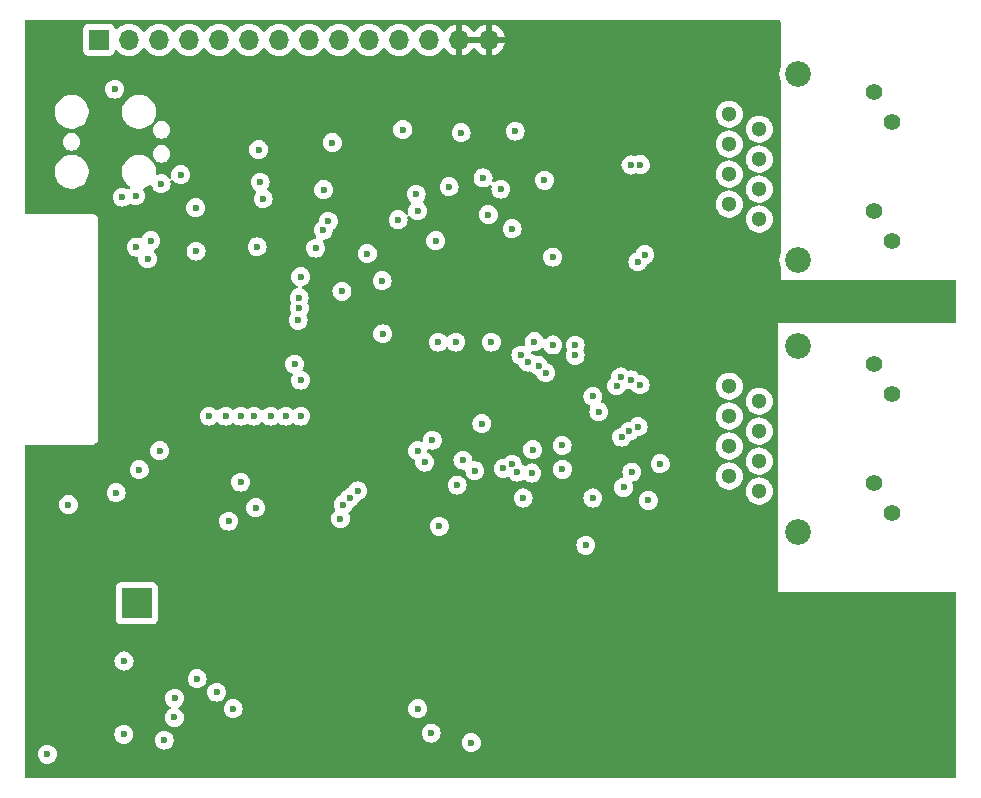
<source format=gbr>
%TF.GenerationSoftware,KiCad,Pcbnew,8.0.0*%
%TF.CreationDate,2024-03-19T23:22:05-04:00*%
%TF.ProjectId,Ethernet_Dev_Board,45746865-726e-4657-945f-4465765f426f,rev?*%
%TF.SameCoordinates,Original*%
%TF.FileFunction,Copper,L4,Bot*%
%TF.FilePolarity,Positive*%
%FSLAX46Y46*%
G04 Gerber Fmt 4.6, Leading zero omitted, Abs format (unit mm)*
G04 Created by KiCad (PCBNEW 8.0.0) date 2024-03-19 23:22:05*
%MOMM*%
%LPD*%
G01*
G04 APERTURE LIST*
%TA.AperFunction,ComponentPad*%
%ADD10R,1.700000X1.700000*%
%TD*%
%TA.AperFunction,ComponentPad*%
%ADD11O,1.700000X1.700000*%
%TD*%
%TA.AperFunction,ComponentPad*%
%ADD12R,2.550000X2.550000*%
%TD*%
%TA.AperFunction,ComponentPad*%
%ADD13C,2.550000*%
%TD*%
%TA.AperFunction,ComponentPad*%
%ADD14C,1.408000*%
%TD*%
%TA.AperFunction,ComponentPad*%
%ADD15C,1.300000*%
%TD*%
%TA.AperFunction,ComponentPad*%
%ADD16C,2.184000*%
%TD*%
%TA.AperFunction,ViaPad*%
%ADD17C,0.600000*%
%TD*%
%TA.AperFunction,Conductor*%
%ADD18C,0.200000*%
%TD*%
%TA.AperFunction,Conductor*%
%ADD19C,0.279400*%
%TD*%
G04 APERTURE END LIST*
D10*
%TO.P,J402,1,1*%
%TO.N,+3.3V*%
X84790000Y-47500000D03*
D11*
%TO.P,J402,2,2*%
%TO.N,IO32*%
X87330000Y-47500000D03*
%TO.P,J402,3,3*%
%TO.N,IO33*%
X89870000Y-47500000D03*
%TO.P,J402,4,4*%
%TO.N,IO25*%
X92410000Y-47500000D03*
%TO.P,J402,5,5*%
%TO.N,IO26*%
X94950000Y-47500000D03*
%TO.P,J402,6,6*%
%TO.N,IO27*%
X97490000Y-47500000D03*
%TO.P,J402,7,7*%
%TO.N,IO14*%
X100030000Y-47500000D03*
%TO.P,J402,8,8*%
%TO.N,IO12*%
X102570000Y-47500000D03*
%TO.P,J402,9,9*%
%TO.N,IO3*%
X105110000Y-47500000D03*
%TO.P,J402,10,10*%
%TO.N,IO15*%
X107650000Y-47500000D03*
%TO.P,J402,11,11*%
%TO.N,IO2*%
X110190000Y-47500000D03*
%TO.P,J402,12,12*%
%TO.N,IO5*%
X112730000Y-47500000D03*
%TO.P,J402,13,13*%
%TO.N,GND1*%
X115270000Y-47500000D03*
%TO.P,J402,14,14*%
X117810000Y-47500000D03*
%TD*%
D12*
%TO.P,J101,1,1*%
%TO.N,+5V*%
X87970000Y-95210000D03*
D13*
%TO.P,J101,2,2*%
%TO.N,GND1*%
X87970000Y-90130000D03*
%TD*%
D14*
%TO.P,J301,L1,L1*%
%TO.N,unconnected-(J301-PadL1)*%
X150412000Y-51924000D03*
%TO.P,J301,L2,L2*%
%TO.N,unconnected-(J301-PadL2)*%
X151932000Y-54466000D03*
%TO.P,J301,L3,L3*%
%TO.N,unconnected-(J301-PadL3)*%
X150412000Y-62036000D03*
%TO.P,J301,L4,L4*%
%TO.N,unconnected-(J301-PadL4)*%
X151932000Y-64574000D03*
D15*
%TO.P,J301,R1,RD+*%
%TO.N,/W5100S_Dev/TX51_P*%
X140684000Y-62695000D03*
%TO.P,J301,R2,RD-*%
%TO.N,/W5100S_Dev/TX51_N*%
X138144000Y-61425000D03*
%TO.P,J301,R3,CT*%
%TO.N,+3.3VA2*%
X140684000Y-60155000D03*
%TO.P,J301,R4,R4*%
%TO.N,unconnected-(J301-PadR4)*%
X138144000Y-58885000D03*
%TO.P,J301,R5,R5*%
%TO.N,unconnected-(J301-PadR5)*%
X140684000Y-57615000D03*
%TO.P,J301,R6,R6*%
%TO.N,unconnected-(J301-PadR6)*%
X138144000Y-56345000D03*
%TO.P,J301,R7,TD+*%
%TO.N,/W5100S_Dev/RX51_P*%
X140684000Y-55075000D03*
%TO.P,J301,R8,TD-*%
%TO.N,/W5100S_Dev/RX51_N*%
X138144000Y-53805000D03*
D16*
%TO.P,J301,S1,CH*%
%TO.N,Net-(C306-Pad1)*%
X143984000Y-66125000D03*
%TO.P,J301,S2,CH*%
X143984000Y-50375000D03*
%TD*%
D14*
%TO.P,J201,L1,L1*%
%TO.N,unconnected-(J201-PadL1)*%
X150412000Y-74959000D03*
%TO.P,J201,L2,L2*%
%TO.N,unconnected-(J201-PadL2)*%
X151932000Y-77501000D03*
%TO.P,J201,L3,L3*%
%TO.N,unconnected-(J201-PadL3)*%
X150412000Y-85071000D03*
%TO.P,J201,L4,L4*%
%TO.N,unconnected-(J201-PadL4)*%
X151932000Y-87609000D03*
D15*
%TO.P,J201,R1,RD+*%
%TO.N,/W5500_Dev/RD+*%
X140684000Y-85730000D03*
%TO.P,J201,R2,RD-*%
%TO.N,/W5500_Dev/RD-*%
X138144000Y-84460000D03*
%TO.P,J201,R3,CT*%
%TO.N,Net-(J201-CT)*%
X140684000Y-83190000D03*
%TO.P,J201,R4,R4*%
%TO.N,unconnected-(J201-PadR4)*%
X138144000Y-81920000D03*
%TO.P,J201,R5,R5*%
%TO.N,unconnected-(J201-PadR5)*%
X140684000Y-80650000D03*
%TO.P,J201,R6,R6*%
%TO.N,unconnected-(J201-PadR6)*%
X138144000Y-79380000D03*
%TO.P,J201,R7,TD+*%
%TO.N,TX_P*%
X140684000Y-78110000D03*
%TO.P,J201,R8,TD-*%
%TO.N,TX_N*%
X138144000Y-76840000D03*
D16*
%TO.P,J201,S1,CH*%
%TO.N,Net-(C208-Pad1)*%
X143984000Y-89160000D03*
%TO.P,J201,S2,CH*%
X143984000Y-73410000D03*
%TD*%
D17*
%TO.N,+5V*%
X86106000Y-51689000D03*
%TO.N,GND1*%
X122900000Y-64400000D03*
X125000000Y-57800000D03*
X127100000Y-88000000D03*
X116586000Y-88773000D03*
X83200000Y-60900000D03*
X139100000Y-46900000D03*
X90170000Y-71755000D03*
X104400000Y-57600000D03*
X106000000Y-81000000D03*
X118300000Y-58000000D03*
X103200000Y-78700000D03*
X95377000Y-70866000D03*
X113500000Y-69342000D03*
X95377000Y-74295000D03*
X115000000Y-69342000D03*
X90170000Y-72644000D03*
X134200000Y-62500000D03*
X115272663Y-58027337D03*
X115697000Y-80391000D03*
X127800000Y-52300000D03*
X120000000Y-58400000D03*
X90170000Y-76073000D03*
X95377000Y-75184000D03*
X106089000Y-73900000D03*
X96100000Y-108800000D03*
X106000000Y-79500000D03*
X90170000Y-74295000D03*
X110500000Y-50300000D03*
X106000000Y-76700000D03*
X123200000Y-50300000D03*
X116500000Y-69342000D03*
X93726000Y-70866000D03*
X106000000Y-83900000D03*
X102500000Y-86300000D03*
X107150000Y-59563000D03*
X139000000Y-92500000D03*
X94615000Y-76073000D03*
X127600000Y-65700000D03*
X94615000Y-70866000D03*
X84200000Y-51800000D03*
X121031000Y-78232000D03*
X119500000Y-50300000D03*
X131300000Y-51800000D03*
X80500000Y-105400000D03*
X116500000Y-50300000D03*
X121000000Y-93700000D03*
X95377000Y-71755000D03*
X99697600Y-85900000D03*
X91059000Y-76073000D03*
X107200000Y-54100000D03*
X95500000Y-85200000D03*
X119900000Y-91600000D03*
X117948878Y-84097486D03*
X93100000Y-57400000D03*
X106000000Y-82500000D03*
X132200000Y-51100000D03*
X115300000Y-96200000D03*
X113500000Y-50300000D03*
X84201000Y-83439000D03*
X93726000Y-76073000D03*
X118000000Y-50300000D03*
X90170000Y-75184000D03*
X91948000Y-70866000D03*
X119500000Y-69342000D03*
X127900000Y-82400000D03*
X106000000Y-78100000D03*
X91059000Y-70866000D03*
X95377000Y-72644000D03*
X118000000Y-69342000D03*
X92837000Y-76073000D03*
X106000000Y-75300000D03*
X92837000Y-70866000D03*
X111500000Y-108900000D03*
X133300000Y-58000000D03*
X116600000Y-66200000D03*
X97800000Y-85300000D03*
X121800000Y-91600000D03*
X112000000Y-58300000D03*
X132900000Y-51300000D03*
X125300000Y-54800000D03*
X128016000Y-49149000D03*
X91948000Y-76073000D03*
X90170000Y-70866000D03*
X89200000Y-85200000D03*
X115600000Y-78500000D03*
X117100000Y-78100000D03*
X95377000Y-76073000D03*
X115800000Y-93300000D03*
X121000000Y-50300000D03*
%TO.N,+3.3VA*%
X108800000Y-72400000D03*
X108750000Y-67900000D03*
X111760000Y-82296000D03*
X126600000Y-86300000D03*
%TO.N,+3.3VD*%
X117200000Y-80000000D03*
X126600000Y-77700000D03*
%TO.N,+3.3V*%
X118800000Y-60150000D03*
X110109000Y-62738000D03*
%TO.N,Net-(U201B-TOCAP)*%
X113000000Y-81400000D03*
X115000000Y-73100000D03*
%TO.N,Net-(U201B-1V20)*%
X113500000Y-73100000D03*
X112350000Y-83250000D03*
%TO.N,Net-(J201-CT)*%
X131300000Y-86500000D03*
%TO.N,+1.2VA*%
X117300000Y-59200000D03*
X110500000Y-55100000D03*
%TO.N,+1.2VD*%
X115443000Y-55372000D03*
X120015000Y-55245000D03*
%TO.N,IO0*%
X98679000Y-60960000D03*
X111760000Y-104140000D03*
%TO.N,RST*%
X91694000Y-58928000D03*
X98044000Y-87122000D03*
X87884000Y-60706000D03*
%TO.N,TX*%
X86741000Y-60833000D03*
X89154000Y-64516000D03*
%TO.N,Net-(U201C-ACTLED)*%
X116300000Y-107000000D03*
X90300000Y-106800000D03*
X116600000Y-84000000D03*
%TO.N,Net-(LED201-PadA)*%
X91186000Y-103251000D03*
X91167000Y-104883000D03*
%TO.N,Net-(Q201-G)*%
X113600000Y-88700000D03*
X126000000Y-90300000D03*
X115100000Y-85200000D03*
%TO.N,Net-(Q201-D)*%
X93091000Y-101600000D03*
X94742000Y-102743000D03*
%TO.N,Net-(U402-IO16)*%
X98425000Y-59563000D03*
X98171000Y-65029000D03*
%TO.N,Net-(U402-IO22)*%
X86233000Y-85852000D03*
X87950000Y-65050000D03*
%TO.N,Net-(U201B-RSVD)*%
X115600000Y-83100000D03*
X118000000Y-73100000D03*
%TO.N,Net-(R205-2)*%
X130429000Y-80264000D03*
X130600000Y-76700000D03*
%TO.N,Net-(R205-4)*%
X129032000Y-81153000D03*
X128950000Y-76050000D03*
%TO.N,Net-(R202-5)*%
X124000000Y-81850000D03*
X129900000Y-84100000D03*
%TO.N,Net-(R202-4)*%
X121500000Y-82200000D03*
X129200000Y-85400000D03*
%TO.N,Net-(R205-3)*%
X129667000Y-80645000D03*
X129800000Y-76300000D03*
%TO.N,INT*%
X121416841Y-84183159D03*
X127100000Y-79000000D03*
%TO.N,SS*%
X103800000Y-60200000D03*
X119000000Y-83800000D03*
X103759000Y-63627000D03*
X128600000Y-76800000D03*
X114427000Y-59944000D03*
X105354000Y-68800000D03*
X106700000Y-85700000D03*
%TO.N,Net-(U301-RSET_BG)*%
X123200000Y-65900000D03*
X122500000Y-59400000D03*
%TO.N,Net-(U301-ACTn)*%
X86886742Y-106313258D03*
X117750000Y-62300000D03*
X112900000Y-106200000D03*
X86900000Y-100100000D03*
%TO.N,SCK*%
X105458000Y-86850000D03*
X119756239Y-83434358D03*
X111633000Y-60579000D03*
X101727000Y-69342000D03*
%TO.N,MISO*%
X106018329Y-86279005D03*
X101750000Y-70231000D03*
X120200000Y-84100000D03*
X111760000Y-61976000D03*
%TO.N,MOSI*%
X101337765Y-74962235D03*
X113284000Y-64516000D03*
X101650000Y-71250000D03*
X105226391Y-88039713D03*
X107500000Y-65600000D03*
X120700000Y-86300000D03*
%TO.N,ETH_EN*%
X124024265Y-83875735D03*
X119761000Y-63500000D03*
X104546000Y-56200000D03*
X132300000Y-83400000D03*
%TO.N,ETH_RST*%
X90043000Y-59690000D03*
X98300000Y-56800000D03*
%TO.N,EN*%
X89916000Y-82296000D03*
X96774000Y-84963000D03*
%TO.N,IO14*%
X100584000Y-79375000D03*
%TO.N,IO12*%
X101854000Y-79375000D03*
%TO.N,IO32*%
X94107000Y-79375000D03*
%TO.N,IO33*%
X95504000Y-79375000D03*
%TO.N,IO5*%
X104196000Y-62865000D03*
%TO.N,IO2*%
X103124000Y-65151000D03*
%TO.N,IO26*%
X97925000Y-79375000D03*
%TO.N,IO3*%
X101854000Y-76327000D03*
%TO.N,IO25*%
X96774000Y-79375000D03*
%TO.N,IO27*%
X99314000Y-79375000D03*
%TO.N,Net-(U402-IO17)*%
X92964000Y-61722000D03*
X88900000Y-66040000D03*
X93000000Y-65400000D03*
X82199265Y-86849265D03*
X80400000Y-108000000D03*
X88200000Y-83900000D03*
%TO.N,IO15*%
X101854000Y-67564000D03*
%TO.N,RX_P*%
X120499479Y-74199479D03*
X121649479Y-73049479D03*
%TO.N,RX_N*%
X123191636Y-73341636D03*
X121100521Y-74800521D03*
%TO.N,TX_N*%
X125100000Y-74225000D03*
X122600521Y-75700521D03*
%TO.N,TX_P*%
X121999479Y-75099479D03*
X125100000Y-73375000D03*
%TO.N,/W5100S_Dev/TX51_N*%
X130399479Y-66300521D03*
%TO.N,/W5100S_Dev/TX51_P*%
X131000521Y-65699479D03*
%TO.N,/W5100S_Dev/RX51_N*%
X130625000Y-58074998D03*
%TO.N,/W5100S_Dev/RX51_P*%
X129823655Y-58104876D03*
%TO.N,/ESP32/ESP_RST*%
X96139000Y-104140000D03*
X95758000Y-88265000D03*
%TD*%
D18*
%TO.N,GND1*%
X125572000Y-57800000D02*
X126111000Y-58339000D01*
X80500000Y-105400000D02*
X84300000Y-101600000D01*
X119600000Y-58000000D02*
X120000000Y-58400000D01*
X95350000Y-85050000D02*
X92398530Y-85050000D01*
X87970000Y-86430000D02*
X87970000Y-90130000D01*
X128400000Y-89100000D02*
X135600000Y-89100000D01*
X102500000Y-86300000D02*
X104800000Y-86300000D01*
X125300000Y-54800000D02*
X125950000Y-54800000D01*
X122900000Y-64400000D02*
X124200000Y-65700000D01*
D19*
X115272663Y-58027337D02*
X118272663Y-58027337D01*
D18*
X104800000Y-86300000D02*
X106000000Y-85100000D01*
D19*
X118272663Y-58027337D02*
X118300000Y-58000000D01*
X96000000Y-85700000D02*
X95500000Y-85200000D01*
D18*
X83600000Y-51200000D02*
X84200000Y-51800000D01*
X80650000Y-51200000D02*
X83600000Y-51200000D01*
X127800000Y-54349998D02*
X128100000Y-54649998D01*
D19*
X121000000Y-92400000D02*
X121800000Y-91600000D01*
D18*
X127350000Y-75000000D02*
X132750000Y-75000000D01*
X106000000Y-82500000D02*
X106000000Y-83900000D01*
X90170000Y-70866000D02*
X90134000Y-70866000D01*
X119500000Y-50300000D02*
X118000000Y-50300000D01*
X90134000Y-70866000D02*
X90100000Y-70900000D01*
X126865000Y-50300000D02*
X123200000Y-50300000D01*
D19*
X97250000Y-86000000D02*
X97200000Y-86050000D01*
D18*
X113500000Y-50300000D02*
X110500000Y-50300000D01*
X106000000Y-85100000D02*
X106000000Y-83900000D01*
X91350000Y-69650000D02*
X90170000Y-70830000D01*
X89200000Y-85200000D02*
X87970000Y-86430000D01*
X113500000Y-68961000D02*
X115000000Y-68961000D01*
X106000000Y-75300000D02*
X106000000Y-76700000D01*
X100800000Y-86300000D02*
X102500000Y-86300000D01*
X90170000Y-70830000D02*
X90170000Y-70866000D01*
X107200000Y-53600000D02*
X110500000Y-50300000D01*
X139100000Y-46900000D02*
X133350000Y-46900000D01*
X107200000Y-54100000D02*
X107200000Y-53600000D01*
X121800000Y-91600000D02*
X119900000Y-91600000D01*
X130950000Y-59700000D02*
X127450000Y-59700000D01*
X134200000Y-58900000D02*
X133300000Y-58000000D01*
X123200000Y-50300000D02*
X121000000Y-50300000D01*
X125000000Y-57800000D02*
X125572000Y-57800000D01*
D19*
X97200000Y-86050000D02*
X96000000Y-86050000D01*
D18*
X121000000Y-50300000D02*
X119500000Y-50300000D01*
X127800000Y-52950000D02*
X127800000Y-52300000D01*
X116600000Y-97500000D02*
X115300000Y-96200000D01*
D19*
X106089000Y-73900000D02*
X106089000Y-75211000D01*
D18*
X83200000Y-60900000D02*
X80800000Y-60900000D01*
D19*
X97800000Y-85750000D02*
X97550000Y-86000000D01*
D18*
X105400000Y-78700000D02*
X106000000Y-78100000D01*
X93100000Y-57400000D02*
X93100000Y-59500000D01*
D19*
X96000000Y-86050000D02*
X96000000Y-85700000D01*
X97800000Y-85300000D02*
X97800000Y-85750000D01*
D18*
X84300000Y-99150000D02*
X85250000Y-98200000D01*
X127800000Y-52300000D02*
X127800000Y-54349998D01*
X92398530Y-85050000D02*
X91350768Y-84002238D01*
X106363000Y-59563000D02*
X104400000Y-57600000D01*
X106000000Y-81000000D02*
X106000000Y-82500000D01*
X85250000Y-98200000D02*
X90800000Y-98200000D01*
X93100000Y-59500000D02*
X91350000Y-61250000D01*
X128016000Y-49149000D02*
X126865000Y-50300000D01*
D19*
X116600000Y-66200000D02*
X116600000Y-68500000D01*
D18*
X134200000Y-62500000D02*
X134200000Y-58900000D01*
X128100000Y-54649998D02*
X128450002Y-54649998D01*
X95500000Y-85200000D02*
X95350000Y-85050000D01*
X117700000Y-97850000D02*
X117350000Y-97500000D01*
X89990000Y-92150000D02*
X87970000Y-90130000D01*
D19*
X97550000Y-86000000D02*
X97250000Y-86000000D01*
D18*
X115800000Y-93300000D02*
X115300000Y-93800000D01*
D19*
X115300000Y-96200000D02*
X117800000Y-93700000D01*
D18*
X112000000Y-58300000D02*
X111350000Y-58300000D01*
X125950000Y-54800000D02*
X127800000Y-52950000D01*
D19*
X106089000Y-75211000D02*
X106000000Y-75300000D01*
D18*
X103200000Y-78700000D02*
X105400000Y-78700000D01*
X133300000Y-58000000D02*
X132625002Y-58674998D01*
X110650000Y-57600000D02*
X104400000Y-57600000D01*
X131975002Y-58674998D02*
X130950000Y-59700000D01*
X132400000Y-51300000D02*
X132200000Y-51100000D01*
X106000000Y-79500000D02*
X106000000Y-81000000D01*
X91350000Y-61250000D02*
X91350000Y-69650000D01*
X132200000Y-48050000D02*
X132200000Y-51100000D01*
X117700000Y-106900000D02*
X117700000Y-97850000D01*
X132625002Y-58674998D02*
X131975002Y-58674998D01*
X106000000Y-76700000D02*
X106000000Y-78100000D01*
X118000000Y-50300000D02*
X116500000Y-50300000D01*
X107150000Y-59563000D02*
X106363000Y-59563000D01*
X133350000Y-46900000D02*
X132200000Y-48050000D01*
X132000000Y-51100000D02*
X131300000Y-51800000D01*
X106000000Y-78100000D02*
X106000000Y-79500000D01*
X91500000Y-92200000D02*
X91550000Y-92150000D01*
X128450002Y-54649998D02*
X131300000Y-51800000D01*
X90800000Y-98200000D02*
X91500000Y-97500000D01*
X116500000Y-50300000D02*
X113500000Y-50300000D01*
X111350000Y-58300000D02*
X110650000Y-57600000D01*
X99697600Y-85900000D02*
X100400000Y-85900000D01*
X115300000Y-93800000D02*
X115300000Y-96200000D01*
X127450000Y-59700000D02*
X126100000Y-58350000D01*
X116500000Y-68961000D02*
X118000000Y-68961000D01*
X96100000Y-108800000D02*
X111400000Y-108800000D01*
X91500000Y-97500000D02*
X91500000Y-92200000D01*
X84300000Y-101600000D02*
X84300000Y-99150000D01*
D19*
X121000000Y-93700000D02*
X121000000Y-92400000D01*
D18*
X118300000Y-58000000D02*
X119600000Y-58000000D01*
X126100000Y-58350000D02*
X126111000Y-58339000D01*
X80800000Y-60900000D02*
X79850000Y-59950000D01*
X100400000Y-85900000D02*
X100800000Y-86300000D01*
X115700000Y-108900000D02*
X117700000Y-106900000D01*
X117350000Y-97500000D02*
X116600000Y-97500000D01*
X91550000Y-92150000D02*
X89990000Y-92150000D01*
X132200000Y-51100000D02*
X132000000Y-51100000D01*
X115000000Y-68961000D02*
X116500000Y-68961000D01*
X111400000Y-108800000D02*
X111500000Y-108900000D01*
X111500000Y-108900000D02*
X115700000Y-108900000D01*
X79850000Y-59950000D02*
X79850000Y-52000000D01*
D19*
X117800000Y-93700000D02*
X121000000Y-93700000D01*
D18*
X135600000Y-89100000D02*
X139000000Y-92500000D01*
X124200000Y-65700000D02*
X127600000Y-65700000D01*
X132900000Y-51300000D02*
X132400000Y-51300000D01*
X79850000Y-52000000D02*
X80650000Y-51200000D01*
X126111000Y-58339000D02*
X126111000Y-56896000D01*
%TO.N,Net-(U402-IO16)*%
X98425000Y-59563000D02*
X98425000Y-59475000D01*
X98425000Y-59475000D02*
X98400000Y-59500000D01*
%TO.N,Net-(U402-IO17)*%
X88960000Y-66040000D02*
X88950000Y-66050000D01*
X88900000Y-66040000D02*
X88960000Y-66040000D01*
%TD*%
%TA.AperFunction,Conductor*%
%TO.N,GND1*%
G36*
X117344075Y-47307007D02*
G01*
X117310000Y-47434174D01*
X117310000Y-47565826D01*
X117344075Y-47692993D01*
X117376988Y-47750000D01*
X115703012Y-47750000D01*
X115735925Y-47692993D01*
X115770000Y-47565826D01*
X115770000Y-47434174D01*
X115735925Y-47307007D01*
X115703012Y-47250000D01*
X117376988Y-47250000D01*
X117344075Y-47307007D01*
G37*
%TD.AperFunction*%
%TA.AperFunction,Conductor*%
G36*
X142437039Y-45859185D02*
G01*
X142482794Y-45911989D01*
X142494000Y-45963500D01*
X142494000Y-49786109D01*
X142484561Y-49833562D01*
X142464759Y-49881366D01*
X142406242Y-50125110D01*
X142386576Y-50375000D01*
X142406242Y-50624889D01*
X142464757Y-50868626D01*
X142484561Y-50916436D01*
X142494000Y-50963889D01*
X142494000Y-65536109D01*
X142484561Y-65583562D01*
X142464759Y-65631366D01*
X142406242Y-65875110D01*
X142386576Y-66125000D01*
X142406242Y-66374889D01*
X142464757Y-66618626D01*
X142464758Y-66618630D01*
X142464759Y-66618631D01*
X142477770Y-66650043D01*
X142484561Y-66666436D01*
X142494000Y-66713889D01*
X142494000Y-67818000D01*
X157236500Y-67818000D01*
X157303539Y-67837685D01*
X157349294Y-67890489D01*
X157360500Y-67942000D01*
X157360500Y-71377000D01*
X157340815Y-71444039D01*
X157288011Y-71489794D01*
X157236500Y-71501000D01*
X142240000Y-71501000D01*
X142240000Y-94234000D01*
X157236500Y-94234000D01*
X157303539Y-94253685D01*
X157349294Y-94306489D01*
X157360500Y-94358000D01*
X157360500Y-109865500D01*
X157340815Y-109932539D01*
X157288011Y-109978294D01*
X157236500Y-109989500D01*
X78602500Y-109989500D01*
X78535461Y-109969815D01*
X78489706Y-109917011D01*
X78478500Y-109865500D01*
X78478500Y-108000003D01*
X79594435Y-108000003D01*
X79614630Y-108179249D01*
X79614631Y-108179254D01*
X79674211Y-108349523D01*
X79770184Y-108502262D01*
X79897738Y-108629816D01*
X80050478Y-108725789D01*
X80220745Y-108785368D01*
X80220750Y-108785369D01*
X80399996Y-108805565D01*
X80400000Y-108805565D01*
X80400004Y-108805565D01*
X80579249Y-108785369D01*
X80579252Y-108785368D01*
X80579255Y-108785368D01*
X80749522Y-108725789D01*
X80902262Y-108629816D01*
X81029816Y-108502262D01*
X81125789Y-108349522D01*
X81185368Y-108179255D01*
X81205565Y-108000000D01*
X81185368Y-107820745D01*
X81125789Y-107650478D01*
X81029816Y-107497738D01*
X80902262Y-107370184D01*
X80869379Y-107349522D01*
X80749523Y-107274211D01*
X80579254Y-107214631D01*
X80579249Y-107214630D01*
X80400004Y-107194435D01*
X80399996Y-107194435D01*
X80220750Y-107214630D01*
X80220745Y-107214631D01*
X80050476Y-107274211D01*
X79897737Y-107370184D01*
X79770184Y-107497737D01*
X79674211Y-107650476D01*
X79614631Y-107820745D01*
X79614630Y-107820750D01*
X79594435Y-107999996D01*
X79594435Y-108000003D01*
X78478500Y-108000003D01*
X78478500Y-106313261D01*
X86081177Y-106313261D01*
X86101372Y-106492507D01*
X86101373Y-106492512D01*
X86160953Y-106662781D01*
X86185761Y-106702262D01*
X86256926Y-106815520D01*
X86384480Y-106943074D01*
X86537220Y-107039047D01*
X86707487Y-107098626D01*
X86707492Y-107098627D01*
X86886738Y-107118823D01*
X86886742Y-107118823D01*
X86886746Y-107118823D01*
X87065991Y-107098627D01*
X87065994Y-107098626D01*
X87065997Y-107098626D01*
X87236264Y-107039047D01*
X87389004Y-106943074D01*
X87516558Y-106815520D01*
X87526308Y-106800003D01*
X89494435Y-106800003D01*
X89514630Y-106979249D01*
X89514631Y-106979254D01*
X89574211Y-107149523D01*
X89615122Y-107214632D01*
X89670184Y-107302262D01*
X89797738Y-107429816D01*
X89888080Y-107486582D01*
X89905833Y-107497737D01*
X89950478Y-107525789D01*
X90120745Y-107585368D01*
X90120750Y-107585369D01*
X90299996Y-107605565D01*
X90300000Y-107605565D01*
X90300004Y-107605565D01*
X90479249Y-107585369D01*
X90479252Y-107585368D01*
X90479255Y-107585368D01*
X90649522Y-107525789D01*
X90802262Y-107429816D01*
X90929816Y-107302262D01*
X91025789Y-107149522D01*
X91085368Y-106979255D01*
X91091392Y-106925789D01*
X91105565Y-106800003D01*
X91105565Y-106799996D01*
X91085369Y-106620750D01*
X91085368Y-106620745D01*
X91042326Y-106497738D01*
X91025789Y-106450478D01*
X90929816Y-106297738D01*
X90832081Y-106200003D01*
X112094435Y-106200003D01*
X112114630Y-106379249D01*
X112114631Y-106379254D01*
X112174211Y-106549523D01*
X112237646Y-106650478D01*
X112270184Y-106702262D01*
X112397738Y-106829816D01*
X112550478Y-106925789D01*
X112599873Y-106943073D01*
X112720745Y-106985368D01*
X112720750Y-106985369D01*
X112899996Y-107005565D01*
X112900000Y-107005565D01*
X112900004Y-107005565D01*
X112949368Y-107000003D01*
X115494435Y-107000003D01*
X115514630Y-107179249D01*
X115514631Y-107179254D01*
X115574211Y-107349523D01*
X115624662Y-107429815D01*
X115670184Y-107502262D01*
X115797738Y-107629816D01*
X115950478Y-107725789D01*
X116120745Y-107785368D01*
X116120750Y-107785369D01*
X116299996Y-107805565D01*
X116300000Y-107805565D01*
X116300004Y-107805565D01*
X116479249Y-107785369D01*
X116479252Y-107785368D01*
X116479255Y-107785368D01*
X116649522Y-107725789D01*
X116802262Y-107629816D01*
X116929816Y-107502262D01*
X117025789Y-107349522D01*
X117085368Y-107179255D01*
X117105565Y-107000000D01*
X117103916Y-106985369D01*
X117085369Y-106820750D01*
X117085368Y-106820745D01*
X117030094Y-106662781D01*
X117025789Y-106650478D01*
X117007106Y-106620745D01*
X116929815Y-106497737D01*
X116802262Y-106370184D01*
X116649523Y-106274211D01*
X116479254Y-106214631D01*
X116479249Y-106214630D01*
X116300004Y-106194435D01*
X116299996Y-106194435D01*
X116120750Y-106214630D01*
X116120745Y-106214631D01*
X115950476Y-106274211D01*
X115797737Y-106370184D01*
X115670184Y-106497737D01*
X115574211Y-106650476D01*
X115514631Y-106820745D01*
X115514630Y-106820750D01*
X115494435Y-106999996D01*
X115494435Y-107000003D01*
X112949368Y-107000003D01*
X113079249Y-106985369D01*
X113079252Y-106985368D01*
X113079255Y-106985368D01*
X113249522Y-106925789D01*
X113402262Y-106829816D01*
X113529816Y-106702262D01*
X113625789Y-106549522D01*
X113685368Y-106379255D01*
X113692804Y-106313258D01*
X113705565Y-106200003D01*
X113705565Y-106199996D01*
X113685369Y-106020750D01*
X113685368Y-106020745D01*
X113625788Y-105850476D01*
X113529815Y-105697737D01*
X113402262Y-105570184D01*
X113249523Y-105474211D01*
X113079254Y-105414631D01*
X113079249Y-105414630D01*
X112900004Y-105394435D01*
X112899996Y-105394435D01*
X112720750Y-105414630D01*
X112720745Y-105414631D01*
X112550476Y-105474211D01*
X112397737Y-105570184D01*
X112270184Y-105697737D01*
X112174211Y-105850476D01*
X112114631Y-106020745D01*
X112114630Y-106020750D01*
X112094435Y-106199996D01*
X112094435Y-106200003D01*
X90832081Y-106200003D01*
X90802262Y-106170184D01*
X90649523Y-106074211D01*
X90479254Y-106014631D01*
X90479249Y-106014630D01*
X90300004Y-105994435D01*
X90299996Y-105994435D01*
X90120750Y-106014630D01*
X90120745Y-106014631D01*
X89950476Y-106074211D01*
X89797737Y-106170184D01*
X89670184Y-106297737D01*
X89574211Y-106450476D01*
X89514631Y-106620745D01*
X89514630Y-106620750D01*
X89494435Y-106799996D01*
X89494435Y-106800003D01*
X87526308Y-106800003D01*
X87612531Y-106662780D01*
X87672110Y-106492513D01*
X87676846Y-106450478D01*
X87692307Y-106313261D01*
X87692307Y-106313254D01*
X87672111Y-106134008D01*
X87672110Y-106134003D01*
X87630340Y-106014631D01*
X87612531Y-105963736D01*
X87516558Y-105810996D01*
X87389004Y-105683442D01*
X87236265Y-105587469D01*
X87065996Y-105527889D01*
X87065991Y-105527888D01*
X86886746Y-105507693D01*
X86886738Y-105507693D01*
X86707492Y-105527888D01*
X86707487Y-105527889D01*
X86537218Y-105587469D01*
X86384479Y-105683442D01*
X86256926Y-105810995D01*
X86160953Y-105963734D01*
X86101373Y-106134003D01*
X86101372Y-106134008D01*
X86081177Y-106313254D01*
X86081177Y-106313261D01*
X78478500Y-106313261D01*
X78478500Y-104883003D01*
X90361435Y-104883003D01*
X90381630Y-105062249D01*
X90381631Y-105062254D01*
X90441211Y-105232523D01*
X90537184Y-105385262D01*
X90664738Y-105512816D01*
X90817478Y-105608789D01*
X90987745Y-105668368D01*
X90987750Y-105668369D01*
X91166996Y-105688565D01*
X91167000Y-105688565D01*
X91167004Y-105688565D01*
X91346249Y-105668369D01*
X91346252Y-105668368D01*
X91346255Y-105668368D01*
X91516522Y-105608789D01*
X91669262Y-105512816D01*
X91796816Y-105385262D01*
X91892789Y-105232522D01*
X91952368Y-105062255D01*
X91965516Y-104945565D01*
X91972565Y-104883003D01*
X91972565Y-104882996D01*
X91952369Y-104703750D01*
X91952368Y-104703745D01*
X91892788Y-104533476D01*
X91796815Y-104380737D01*
X91669262Y-104253184D01*
X91549549Y-104177963D01*
X91515973Y-104140003D01*
X95333435Y-104140003D01*
X95353630Y-104319249D01*
X95353631Y-104319254D01*
X95413211Y-104489523D01*
X95440829Y-104533476D01*
X95509184Y-104642262D01*
X95636738Y-104769816D01*
X95789478Y-104865789D01*
X95838673Y-104883003D01*
X95959745Y-104925368D01*
X95959750Y-104925369D01*
X96138996Y-104945565D01*
X96139000Y-104945565D01*
X96139004Y-104945565D01*
X96318249Y-104925369D01*
X96318252Y-104925368D01*
X96318255Y-104925368D01*
X96488522Y-104865789D01*
X96641262Y-104769816D01*
X96768816Y-104642262D01*
X96864789Y-104489522D01*
X96924368Y-104319255D01*
X96924369Y-104319249D01*
X96944565Y-104140003D01*
X110954435Y-104140003D01*
X110974630Y-104319249D01*
X110974631Y-104319254D01*
X111034211Y-104489523D01*
X111061829Y-104533476D01*
X111130184Y-104642262D01*
X111257738Y-104769816D01*
X111410478Y-104865789D01*
X111459673Y-104883003D01*
X111580745Y-104925368D01*
X111580750Y-104925369D01*
X111759996Y-104945565D01*
X111760000Y-104945565D01*
X111760004Y-104945565D01*
X111939249Y-104925369D01*
X111939252Y-104925368D01*
X111939255Y-104925368D01*
X112109522Y-104865789D01*
X112262262Y-104769816D01*
X112389816Y-104642262D01*
X112485789Y-104489522D01*
X112545368Y-104319255D01*
X112545369Y-104319249D01*
X112565565Y-104140003D01*
X112565565Y-104139996D01*
X112545369Y-103960750D01*
X112545368Y-103960745D01*
X112543720Y-103956036D01*
X112485789Y-103790478D01*
X112389816Y-103637738D01*
X112262262Y-103510184D01*
X112109523Y-103414211D01*
X111939254Y-103354631D01*
X111939249Y-103354630D01*
X111760004Y-103334435D01*
X111759996Y-103334435D01*
X111580750Y-103354630D01*
X111580745Y-103354631D01*
X111410476Y-103414211D01*
X111257737Y-103510184D01*
X111130184Y-103637737D01*
X111034211Y-103790476D01*
X110974631Y-103960745D01*
X110974630Y-103960750D01*
X110954435Y-104139996D01*
X110954435Y-104140003D01*
X96944565Y-104140003D01*
X96944565Y-104139996D01*
X96924369Y-103960750D01*
X96924368Y-103960745D01*
X96922720Y-103956036D01*
X96864789Y-103790478D01*
X96768816Y-103637738D01*
X96641262Y-103510184D01*
X96488523Y-103414211D01*
X96318254Y-103354631D01*
X96318249Y-103354630D01*
X96139004Y-103334435D01*
X96138996Y-103334435D01*
X95959750Y-103354630D01*
X95959745Y-103354631D01*
X95789476Y-103414211D01*
X95636737Y-103510184D01*
X95509184Y-103637737D01*
X95413211Y-103790476D01*
X95353631Y-103960745D01*
X95353630Y-103960750D01*
X95333435Y-104139996D01*
X95333435Y-104140003D01*
X91515973Y-104140003D01*
X91503258Y-104125628D01*
X91492610Y-104056574D01*
X91520985Y-103992726D01*
X91549549Y-103967975D01*
X91688262Y-103880816D01*
X91815816Y-103753262D01*
X91911789Y-103600522D01*
X91971368Y-103430255D01*
X91979889Y-103354630D01*
X91991565Y-103251003D01*
X91991565Y-103250996D01*
X91971369Y-103071750D01*
X91971368Y-103071745D01*
X91911788Y-102901476D01*
X91815815Y-102748737D01*
X91810081Y-102743003D01*
X93936435Y-102743003D01*
X93956630Y-102922249D01*
X93956631Y-102922254D01*
X94016211Y-103092523D01*
X94112184Y-103245262D01*
X94239738Y-103372816D01*
X94392478Y-103468789D01*
X94510778Y-103510184D01*
X94562745Y-103528368D01*
X94562750Y-103528369D01*
X94741996Y-103548565D01*
X94742000Y-103548565D01*
X94742004Y-103548565D01*
X94921249Y-103528369D01*
X94921252Y-103528368D01*
X94921255Y-103528368D01*
X95091522Y-103468789D01*
X95244262Y-103372816D01*
X95371816Y-103245262D01*
X95467789Y-103092522D01*
X95527368Y-102922255D01*
X95529709Y-102901478D01*
X95547565Y-102743003D01*
X95547565Y-102742996D01*
X95527369Y-102563750D01*
X95527368Y-102563745D01*
X95493036Y-102465630D01*
X95467789Y-102393478D01*
X95371816Y-102240738D01*
X95244262Y-102113184D01*
X95226880Y-102102262D01*
X95091523Y-102017211D01*
X94921254Y-101957631D01*
X94921249Y-101957630D01*
X94742004Y-101937435D01*
X94741996Y-101937435D01*
X94562750Y-101957630D01*
X94562745Y-101957631D01*
X94392476Y-102017211D01*
X94239737Y-102113184D01*
X94112184Y-102240737D01*
X94016211Y-102393476D01*
X93956631Y-102563745D01*
X93956630Y-102563750D01*
X93936435Y-102742996D01*
X93936435Y-102743003D01*
X91810081Y-102743003D01*
X91688262Y-102621184D01*
X91535523Y-102525211D01*
X91365254Y-102465631D01*
X91365249Y-102465630D01*
X91186004Y-102445435D01*
X91185996Y-102445435D01*
X91006750Y-102465630D01*
X91006745Y-102465631D01*
X90836476Y-102525211D01*
X90683737Y-102621184D01*
X90556184Y-102748737D01*
X90460211Y-102901476D01*
X90400631Y-103071745D01*
X90400630Y-103071750D01*
X90380435Y-103250996D01*
X90380435Y-103251003D01*
X90400630Y-103430249D01*
X90400631Y-103430254D01*
X90460211Y-103600523D01*
X90483595Y-103637738D01*
X90556184Y-103753262D01*
X90683738Y-103880816D01*
X90803450Y-103956036D01*
X90849741Y-104008371D01*
X90860389Y-104077424D01*
X90832014Y-104141273D01*
X90803451Y-104166023D01*
X90664740Y-104253182D01*
X90664737Y-104253184D01*
X90537184Y-104380737D01*
X90441211Y-104533476D01*
X90381631Y-104703745D01*
X90381630Y-104703750D01*
X90361435Y-104882996D01*
X90361435Y-104883003D01*
X78478500Y-104883003D01*
X78478500Y-101600003D01*
X92285435Y-101600003D01*
X92305630Y-101779249D01*
X92305631Y-101779254D01*
X92365211Y-101949523D01*
X92407743Y-102017211D01*
X92461184Y-102102262D01*
X92588738Y-102229816D01*
X92741478Y-102325789D01*
X92911745Y-102385368D01*
X92911750Y-102385369D01*
X93090996Y-102405565D01*
X93091000Y-102405565D01*
X93091004Y-102405565D01*
X93270249Y-102385369D01*
X93270252Y-102385368D01*
X93270255Y-102385368D01*
X93440522Y-102325789D01*
X93593262Y-102229816D01*
X93720816Y-102102262D01*
X93816789Y-101949522D01*
X93876368Y-101779255D01*
X93896565Y-101600000D01*
X93876368Y-101420745D01*
X93816789Y-101250478D01*
X93720816Y-101097738D01*
X93593262Y-100970184D01*
X93490422Y-100905565D01*
X93440523Y-100874211D01*
X93270254Y-100814631D01*
X93270249Y-100814630D01*
X93091004Y-100794435D01*
X93090996Y-100794435D01*
X92911750Y-100814630D01*
X92911745Y-100814631D01*
X92741476Y-100874211D01*
X92588737Y-100970184D01*
X92461184Y-101097737D01*
X92365211Y-101250476D01*
X92305631Y-101420745D01*
X92305630Y-101420750D01*
X92285435Y-101599996D01*
X92285435Y-101600003D01*
X78478500Y-101600003D01*
X78478500Y-100100003D01*
X86094435Y-100100003D01*
X86114630Y-100279249D01*
X86114631Y-100279254D01*
X86174211Y-100449523D01*
X86270184Y-100602262D01*
X86397738Y-100729816D01*
X86488080Y-100786582D01*
X86532721Y-100814632D01*
X86550478Y-100825789D01*
X86688860Y-100874211D01*
X86720745Y-100885368D01*
X86720750Y-100885369D01*
X86899996Y-100905565D01*
X86900000Y-100905565D01*
X86900004Y-100905565D01*
X87079249Y-100885369D01*
X87079252Y-100885368D01*
X87079255Y-100885368D01*
X87249522Y-100825789D01*
X87402262Y-100729816D01*
X87529816Y-100602262D01*
X87625789Y-100449522D01*
X87685368Y-100279255D01*
X87705565Y-100100000D01*
X87685368Y-99920745D01*
X87625789Y-99750478D01*
X87529816Y-99597738D01*
X87402262Y-99470184D01*
X87249523Y-99374211D01*
X87079254Y-99314631D01*
X87079249Y-99314630D01*
X86900004Y-99294435D01*
X86899996Y-99294435D01*
X86720750Y-99314630D01*
X86720745Y-99314631D01*
X86550476Y-99374211D01*
X86397737Y-99470184D01*
X86270184Y-99597737D01*
X86174211Y-99750476D01*
X86114631Y-99920745D01*
X86114630Y-99920750D01*
X86094435Y-100099996D01*
X86094435Y-100100003D01*
X78478500Y-100100003D01*
X78478500Y-96532870D01*
X86194500Y-96532870D01*
X86194501Y-96532876D01*
X86200908Y-96592483D01*
X86251202Y-96727328D01*
X86251206Y-96727335D01*
X86337452Y-96842544D01*
X86337455Y-96842547D01*
X86452664Y-96928793D01*
X86452671Y-96928797D01*
X86587517Y-96979091D01*
X86587516Y-96979091D01*
X86594444Y-96979835D01*
X86647127Y-96985500D01*
X89292872Y-96985499D01*
X89352483Y-96979091D01*
X89487331Y-96928796D01*
X89602546Y-96842546D01*
X89688796Y-96727331D01*
X89739091Y-96592483D01*
X89745500Y-96532873D01*
X89745499Y-93887128D01*
X89739091Y-93827517D01*
X89688796Y-93692669D01*
X89688795Y-93692668D01*
X89688793Y-93692664D01*
X89602547Y-93577455D01*
X89602544Y-93577452D01*
X89487335Y-93491206D01*
X89487328Y-93491202D01*
X89352482Y-93440908D01*
X89352483Y-93440908D01*
X89292883Y-93434501D01*
X89292881Y-93434500D01*
X89292873Y-93434500D01*
X89292864Y-93434500D01*
X86647129Y-93434500D01*
X86647123Y-93434501D01*
X86587516Y-93440908D01*
X86452671Y-93491202D01*
X86452664Y-93491206D01*
X86337455Y-93577452D01*
X86337452Y-93577455D01*
X86251206Y-93692664D01*
X86251202Y-93692671D01*
X86200908Y-93827517D01*
X86194501Y-93887116D01*
X86194501Y-93887123D01*
X86194500Y-93887135D01*
X86194500Y-96532870D01*
X78478500Y-96532870D01*
X78478500Y-90300003D01*
X125194435Y-90300003D01*
X125214630Y-90479249D01*
X125214631Y-90479254D01*
X125274211Y-90649523D01*
X125329653Y-90737757D01*
X125370184Y-90802262D01*
X125497738Y-90929816D01*
X125650478Y-91025789D01*
X125820745Y-91085368D01*
X125820750Y-91085369D01*
X125999996Y-91105565D01*
X126000000Y-91105565D01*
X126000004Y-91105565D01*
X126179249Y-91085369D01*
X126179252Y-91085368D01*
X126179255Y-91085368D01*
X126349522Y-91025789D01*
X126502262Y-90929816D01*
X126629816Y-90802262D01*
X126725789Y-90649522D01*
X126785368Y-90479255D01*
X126785369Y-90479249D01*
X126805565Y-90300003D01*
X126805565Y-90299996D01*
X126785369Y-90120750D01*
X126785368Y-90120745D01*
X126725788Y-89950476D01*
X126629815Y-89797737D01*
X126502262Y-89670184D01*
X126349523Y-89574211D01*
X126179254Y-89514631D01*
X126179249Y-89514630D01*
X126000004Y-89494435D01*
X125999996Y-89494435D01*
X125820750Y-89514630D01*
X125820745Y-89514631D01*
X125650476Y-89574211D01*
X125497737Y-89670184D01*
X125370184Y-89797737D01*
X125274211Y-89950476D01*
X125214631Y-90120745D01*
X125214630Y-90120750D01*
X125194435Y-90299996D01*
X125194435Y-90300003D01*
X78478500Y-90300003D01*
X78478500Y-88265003D01*
X94952435Y-88265003D01*
X94972630Y-88444249D01*
X94972631Y-88444254D01*
X95032211Y-88614523D01*
X95066774Y-88669529D01*
X95128184Y-88767262D01*
X95255738Y-88894816D01*
X95408478Y-88990789D01*
X95576327Y-89049522D01*
X95578745Y-89050368D01*
X95578750Y-89050369D01*
X95757996Y-89070565D01*
X95758000Y-89070565D01*
X95758004Y-89070565D01*
X95937249Y-89050369D01*
X95937252Y-89050368D01*
X95937255Y-89050368D01*
X96107522Y-88990789D01*
X96260262Y-88894816D01*
X96387816Y-88767262D01*
X96483789Y-88614522D01*
X96543368Y-88444255D01*
X96549567Y-88389236D01*
X96563565Y-88265003D01*
X96563565Y-88264996D01*
X96543369Y-88085750D01*
X96543368Y-88085745D01*
X96527262Y-88039716D01*
X104420826Y-88039716D01*
X104441021Y-88218962D01*
X104441022Y-88218967D01*
X104500602Y-88389236D01*
X104535173Y-88444255D01*
X104596575Y-88541975D01*
X104724129Y-88669529D01*
X104876869Y-88765502D01*
X105047136Y-88825081D01*
X105047141Y-88825082D01*
X105226387Y-88845278D01*
X105226391Y-88845278D01*
X105226395Y-88845278D01*
X105405640Y-88825082D01*
X105405643Y-88825081D01*
X105405646Y-88825081D01*
X105575913Y-88765502D01*
X105680154Y-88700003D01*
X112794435Y-88700003D01*
X112814630Y-88879249D01*
X112814631Y-88879254D01*
X112874211Y-89049523D01*
X112874743Y-89050369D01*
X112970184Y-89202262D01*
X113097738Y-89329816D01*
X113250478Y-89425789D01*
X113420745Y-89485368D01*
X113420750Y-89485369D01*
X113599996Y-89505565D01*
X113600000Y-89505565D01*
X113600004Y-89505565D01*
X113779249Y-89485369D01*
X113779252Y-89485368D01*
X113779255Y-89485368D01*
X113949522Y-89425789D01*
X114102262Y-89329816D01*
X114229816Y-89202262D01*
X114325789Y-89049522D01*
X114385368Y-88879255D01*
X114386638Y-88867982D01*
X114405565Y-88700003D01*
X114405565Y-88699996D01*
X114385369Y-88520750D01*
X114385368Y-88520745D01*
X114354293Y-88431938D01*
X114325789Y-88350478D01*
X114229816Y-88197738D01*
X114102262Y-88070184D01*
X113949523Y-87974211D01*
X113779254Y-87914631D01*
X113779249Y-87914630D01*
X113600004Y-87894435D01*
X113599996Y-87894435D01*
X113420750Y-87914630D01*
X113420745Y-87914631D01*
X113250476Y-87974211D01*
X113097737Y-88070184D01*
X112970184Y-88197737D01*
X112874211Y-88350476D01*
X112814631Y-88520745D01*
X112814630Y-88520750D01*
X112794435Y-88699996D01*
X112794435Y-88700003D01*
X105680154Y-88700003D01*
X105728653Y-88669529D01*
X105856207Y-88541975D01*
X105952180Y-88389235D01*
X106011759Y-88218968D01*
X106026769Y-88085750D01*
X106031956Y-88039716D01*
X106031956Y-88039709D01*
X106011760Y-87860463D01*
X106011759Y-87860458D01*
X105952179Y-87690188D01*
X105925669Y-87647999D01*
X105906668Y-87580762D01*
X105927035Y-87513927D01*
X105955965Y-87485600D01*
X105954816Y-87484159D01*
X105960256Y-87479819D01*
X105960262Y-87479816D01*
X106087816Y-87352262D01*
X106183789Y-87199522D01*
X106216030Y-87107381D01*
X106256752Y-87050605D01*
X106292118Y-87031294D01*
X106297962Y-87029249D01*
X106367851Y-87004794D01*
X106520591Y-86908821D01*
X106648145Y-86781267D01*
X106744118Y-86628527D01*
X106764986Y-86568885D01*
X106805706Y-86512111D01*
X106868146Y-86486619D01*
X106879255Y-86485368D01*
X107049522Y-86425789D01*
X107202262Y-86329816D01*
X107232075Y-86300003D01*
X119894435Y-86300003D01*
X119914630Y-86479249D01*
X119914631Y-86479254D01*
X119974211Y-86649523D01*
X120051468Y-86772476D01*
X120070184Y-86802262D01*
X120197738Y-86929816D01*
X120265185Y-86972196D01*
X120317064Y-87004794D01*
X120350478Y-87025789D01*
X120520745Y-87085368D01*
X120520750Y-87085369D01*
X120699996Y-87105565D01*
X120700000Y-87105565D01*
X120700004Y-87105565D01*
X120879249Y-87085369D01*
X120879252Y-87085368D01*
X120879255Y-87085368D01*
X121049522Y-87025789D01*
X121202262Y-86929816D01*
X121329816Y-86802262D01*
X121425789Y-86649522D01*
X121485368Y-86479255D01*
X121485369Y-86479249D01*
X121505565Y-86300003D01*
X125794435Y-86300003D01*
X125814630Y-86479249D01*
X125814631Y-86479254D01*
X125874211Y-86649523D01*
X125951468Y-86772476D01*
X125970184Y-86802262D01*
X126097738Y-86929816D01*
X126165185Y-86972196D01*
X126217064Y-87004794D01*
X126250478Y-87025789D01*
X126420745Y-87085368D01*
X126420750Y-87085369D01*
X126599996Y-87105565D01*
X126600000Y-87105565D01*
X126600004Y-87105565D01*
X126779249Y-87085369D01*
X126779252Y-87085368D01*
X126779255Y-87085368D01*
X126949522Y-87025789D01*
X127102262Y-86929816D01*
X127229816Y-86802262D01*
X127325789Y-86649522D01*
X127378108Y-86500003D01*
X130494435Y-86500003D01*
X130514630Y-86679249D01*
X130514631Y-86679254D01*
X130574211Y-86849523D01*
X130611470Y-86908820D01*
X130670184Y-87002262D01*
X130797738Y-87129816D01*
X130864905Y-87172020D01*
X130907504Y-87198787D01*
X130950478Y-87225789D01*
X131120745Y-87285368D01*
X131120750Y-87285369D01*
X131299996Y-87305565D01*
X131300000Y-87305565D01*
X131300004Y-87305565D01*
X131479249Y-87285369D01*
X131479252Y-87285368D01*
X131479255Y-87285368D01*
X131649522Y-87225789D01*
X131802262Y-87129816D01*
X131929816Y-87002262D01*
X132025789Y-86849522D01*
X132085368Y-86679255D01*
X132085369Y-86679249D01*
X132105565Y-86500003D01*
X132105565Y-86499996D01*
X132085369Y-86320750D01*
X132085368Y-86320745D01*
X132037998Y-86185369D01*
X132025789Y-86150478D01*
X132007106Y-86120745D01*
X131950876Y-86031255D01*
X131929816Y-85997738D01*
X131802262Y-85870184D01*
X131773327Y-85852003D01*
X131649523Y-85774211D01*
X131523176Y-85730000D01*
X139528571Y-85730000D01*
X139548244Y-85942310D01*
X139600000Y-86124212D01*
X139606596Y-86147392D01*
X139606596Y-86147394D01*
X139701632Y-86338253D01*
X139824140Y-86500478D01*
X139830128Y-86508407D01*
X139987698Y-86652052D01*
X140168981Y-86764298D01*
X140367802Y-86841321D01*
X140577390Y-86880500D01*
X140577392Y-86880500D01*
X140790608Y-86880500D01*
X140790610Y-86880500D01*
X141000198Y-86841321D01*
X141199019Y-86764298D01*
X141380302Y-86652052D01*
X141537872Y-86508407D01*
X141666366Y-86338255D01*
X141697614Y-86275500D01*
X141761403Y-86147394D01*
X141761403Y-86147393D01*
X141761405Y-86147389D01*
X141819756Y-85942310D01*
X141839429Y-85730000D01*
X141819756Y-85517690D01*
X141761405Y-85312611D01*
X141761403Y-85312606D01*
X141761403Y-85312605D01*
X141666367Y-85121746D01*
X141537872Y-84951593D01*
X141475173Y-84894435D01*
X141380302Y-84807948D01*
X141199019Y-84695702D01*
X141199017Y-84695701D01*
X141028946Y-84629816D01*
X141000198Y-84618679D01*
X140803385Y-84581888D01*
X140741106Y-84550221D01*
X140705833Y-84489908D01*
X140708767Y-84420100D01*
X140748976Y-84362960D01*
X140803384Y-84338111D01*
X141000198Y-84301321D01*
X141199019Y-84224298D01*
X141380302Y-84112052D01*
X141537872Y-83968407D01*
X141666366Y-83798255D01*
X141690157Y-83750476D01*
X141761403Y-83607394D01*
X141761403Y-83607393D01*
X141761405Y-83607389D01*
X141819756Y-83402310D01*
X141839429Y-83190000D01*
X141819756Y-82977690D01*
X141761405Y-82772611D01*
X141761403Y-82772606D01*
X141761403Y-82772605D01*
X141666367Y-82581746D01*
X141537872Y-82411593D01*
X141502398Y-82379254D01*
X141380302Y-82267948D01*
X141199019Y-82155702D01*
X141199017Y-82155701D01*
X141098459Y-82116745D01*
X141000198Y-82078679D01*
X140803385Y-82041888D01*
X140741106Y-82010221D01*
X140705833Y-81949908D01*
X140708767Y-81880100D01*
X140748976Y-81822960D01*
X140803384Y-81798111D01*
X141000198Y-81761321D01*
X141199019Y-81684298D01*
X141380302Y-81572052D01*
X141537872Y-81428407D01*
X141666366Y-81258255D01*
X141718778Y-81152996D01*
X141761403Y-81067394D01*
X141761403Y-81067393D01*
X141761405Y-81067389D01*
X141819756Y-80862310D01*
X141839429Y-80650000D01*
X141819756Y-80437690D01*
X141761405Y-80232611D01*
X141761403Y-80232606D01*
X141761403Y-80232605D01*
X141666367Y-80041746D01*
X141537872Y-79871593D01*
X141502650Y-79839484D01*
X141380302Y-79727948D01*
X141199019Y-79615702D01*
X141199017Y-79615701D01*
X141099608Y-79577190D01*
X141000198Y-79538679D01*
X140803385Y-79501888D01*
X140741106Y-79470221D01*
X140705833Y-79409908D01*
X140708767Y-79340100D01*
X140748976Y-79282960D01*
X140803384Y-79258111D01*
X141000198Y-79221321D01*
X141199019Y-79144298D01*
X141380302Y-79032052D01*
X141537872Y-78888407D01*
X141666366Y-78718255D01*
X141672717Y-78705500D01*
X141761403Y-78527394D01*
X141761403Y-78527393D01*
X141761405Y-78527389D01*
X141819756Y-78322310D01*
X141839429Y-78110000D01*
X141819756Y-77897690D01*
X141761405Y-77692611D01*
X141761403Y-77692606D01*
X141761403Y-77692605D01*
X141666367Y-77501746D01*
X141537872Y-77331593D01*
X141535922Y-77329815D01*
X141380302Y-77187948D01*
X141199019Y-77075702D01*
X141199017Y-77075701D01*
X141093781Y-77034933D01*
X141000198Y-76998679D01*
X140790610Y-76959500D01*
X140577390Y-76959500D01*
X140367802Y-76998679D01*
X140367799Y-76998679D01*
X140367799Y-76998680D01*
X140168982Y-77075701D01*
X140168980Y-77075702D01*
X139987699Y-77187947D01*
X139830127Y-77331593D01*
X139701632Y-77501746D01*
X139606596Y-77692605D01*
X139606596Y-77692607D01*
X139553490Y-77879254D01*
X139548244Y-77897690D01*
X139528571Y-78110000D01*
X139548244Y-78322310D01*
X139598158Y-78497738D01*
X139606596Y-78527392D01*
X139606596Y-78527394D01*
X139701632Y-78718253D01*
X139824525Y-78880988D01*
X139830128Y-78888407D01*
X139987698Y-79032052D01*
X140168981Y-79144298D01*
X140367802Y-79221321D01*
X140564613Y-79258111D01*
X140626893Y-79289779D01*
X140662166Y-79350092D01*
X140659232Y-79419900D01*
X140619023Y-79477040D01*
X140564613Y-79501888D01*
X140367802Y-79538679D01*
X140367799Y-79538679D01*
X140367799Y-79538680D01*
X140168982Y-79615701D01*
X140168980Y-79615702D01*
X139987699Y-79727947D01*
X139830127Y-79871593D01*
X139701632Y-80041746D01*
X139606596Y-80232605D01*
X139606596Y-80232607D01*
X139551226Y-80427211D01*
X139548244Y-80437690D01*
X139528571Y-80650000D01*
X139548244Y-80862310D01*
X139601467Y-81049368D01*
X139606596Y-81067392D01*
X139606596Y-81067394D01*
X139701632Y-81258253D01*
X139830127Y-81428406D01*
X139830128Y-81428407D01*
X139987698Y-81572052D01*
X140168981Y-81684298D01*
X140367802Y-81761321D01*
X140564613Y-81798111D01*
X140626893Y-81829779D01*
X140662166Y-81890092D01*
X140659232Y-81959900D01*
X140619023Y-82017040D01*
X140564613Y-82041888D01*
X140367802Y-82078679D01*
X140367799Y-82078679D01*
X140367799Y-82078680D01*
X140168982Y-82155701D01*
X140168980Y-82155702D01*
X139987699Y-82267947D01*
X139830127Y-82411593D01*
X139701632Y-82581746D01*
X139606596Y-82772605D01*
X139606596Y-82772607D01*
X139548244Y-82977689D01*
X139536766Y-83101565D01*
X139528571Y-83190000D01*
X139548244Y-83402310D01*
X139583497Y-83526211D01*
X139606596Y-83607392D01*
X139606596Y-83607394D01*
X139701632Y-83798253D01*
X139822574Y-83958404D01*
X139830128Y-83968407D01*
X139987698Y-84112052D01*
X140168981Y-84224298D01*
X140367802Y-84301321D01*
X140564613Y-84338111D01*
X140626893Y-84369779D01*
X140662166Y-84430092D01*
X140659232Y-84499900D01*
X140619023Y-84557040D01*
X140564613Y-84581888D01*
X140367802Y-84618679D01*
X140367799Y-84618679D01*
X140367799Y-84618680D01*
X140168982Y-84695701D01*
X140168980Y-84695702D01*
X139987699Y-84807947D01*
X139830127Y-84951593D01*
X139701632Y-85121746D01*
X139606596Y-85312605D01*
X139606596Y-85312607D01*
X139548244Y-85517689D01*
X139531351Y-85700003D01*
X139528571Y-85730000D01*
X131523176Y-85730000D01*
X131479254Y-85714631D01*
X131479249Y-85714630D01*
X131300004Y-85694435D01*
X131299996Y-85694435D01*
X131120750Y-85714630D01*
X131120745Y-85714631D01*
X130950476Y-85774211D01*
X130797737Y-85870184D01*
X130670184Y-85997737D01*
X130574211Y-86150476D01*
X130514631Y-86320745D01*
X130514630Y-86320750D01*
X130494435Y-86499996D01*
X130494435Y-86500003D01*
X127378108Y-86500003D01*
X127385368Y-86479255D01*
X127385369Y-86479249D01*
X127405565Y-86300003D01*
X127405565Y-86299996D01*
X127385369Y-86120750D01*
X127385368Y-86120745D01*
X127354052Y-86031249D01*
X127325789Y-85950478D01*
X127312594Y-85929479D01*
X127263911Y-85852000D01*
X127229816Y-85797738D01*
X127102262Y-85670184D01*
X126979132Y-85592816D01*
X126949523Y-85574211D01*
X126779254Y-85514631D01*
X126779249Y-85514630D01*
X126600004Y-85494435D01*
X126599996Y-85494435D01*
X126420750Y-85514630D01*
X126420745Y-85514631D01*
X126250476Y-85574211D01*
X126097737Y-85670184D01*
X125970184Y-85797737D01*
X125874211Y-85950476D01*
X125814631Y-86120745D01*
X125814630Y-86120750D01*
X125794435Y-86299996D01*
X125794435Y-86300003D01*
X121505565Y-86300003D01*
X121505565Y-86299996D01*
X121485369Y-86120750D01*
X121485368Y-86120745D01*
X121454052Y-86031249D01*
X121425789Y-85950478D01*
X121412594Y-85929479D01*
X121363911Y-85852000D01*
X121329816Y-85797738D01*
X121202262Y-85670184D01*
X121079132Y-85592816D01*
X121049523Y-85574211D01*
X120879254Y-85514631D01*
X120879249Y-85514630D01*
X120700004Y-85494435D01*
X120699996Y-85494435D01*
X120520750Y-85514630D01*
X120520745Y-85514631D01*
X120350476Y-85574211D01*
X120197737Y-85670184D01*
X120070184Y-85797737D01*
X119974211Y-85950476D01*
X119914631Y-86120745D01*
X119914630Y-86120750D01*
X119894435Y-86299996D01*
X119894435Y-86300003D01*
X107232075Y-86300003D01*
X107329816Y-86202262D01*
X107425789Y-86049522D01*
X107485368Y-85879255D01*
X107488439Y-85852000D01*
X107505565Y-85700003D01*
X107505565Y-85699996D01*
X107485369Y-85520750D01*
X107485368Y-85520745D01*
X107476113Y-85494297D01*
X107425789Y-85350478D01*
X107425323Y-85349737D01*
X107331239Y-85200003D01*
X114294435Y-85200003D01*
X114314630Y-85379249D01*
X114314631Y-85379254D01*
X114374211Y-85549523D01*
X114401414Y-85592816D01*
X114470184Y-85702262D01*
X114597738Y-85829816D01*
X114750478Y-85925789D01*
X114920745Y-85985368D01*
X114920750Y-85985369D01*
X115099996Y-86005565D01*
X115100000Y-86005565D01*
X115100004Y-86005565D01*
X115279249Y-85985369D01*
X115279252Y-85985368D01*
X115279255Y-85985368D01*
X115449522Y-85925789D01*
X115602262Y-85829816D01*
X115729816Y-85702262D01*
X115825789Y-85549522D01*
X115878108Y-85400003D01*
X128394435Y-85400003D01*
X128414630Y-85579249D01*
X128414631Y-85579254D01*
X128474211Y-85749523D01*
X128504507Y-85797738D01*
X128570184Y-85902262D01*
X128697738Y-86029816D01*
X128751976Y-86063896D01*
X128847966Y-86124211D01*
X128850478Y-86125789D01*
X128930652Y-86153843D01*
X129020745Y-86185368D01*
X129020750Y-86185369D01*
X129199996Y-86205565D01*
X129200000Y-86205565D01*
X129200004Y-86205565D01*
X129379249Y-86185369D01*
X129379252Y-86185368D01*
X129379255Y-86185368D01*
X129549522Y-86125789D01*
X129702262Y-86029816D01*
X129829816Y-85902262D01*
X129925789Y-85749522D01*
X129985368Y-85579255D01*
X129985369Y-85579249D01*
X130005565Y-85400003D01*
X130005565Y-85399996D01*
X129985369Y-85220750D01*
X129985366Y-85220737D01*
X129927383Y-85055032D01*
X129923821Y-84985253D01*
X129958549Y-84924626D01*
X130020543Y-84892398D01*
X130030541Y-84890857D01*
X130079250Y-84885369D01*
X130079253Y-84885368D01*
X130079255Y-84885368D01*
X130249522Y-84825789D01*
X130402262Y-84729816D01*
X130529816Y-84602262D01*
X130619205Y-84460000D01*
X136988571Y-84460000D01*
X137008244Y-84672310D01*
X137058937Y-84850476D01*
X137066596Y-84877392D01*
X137066596Y-84877394D01*
X137161632Y-85068253D01*
X137259415Y-85197737D01*
X137290128Y-85238407D01*
X137447698Y-85382052D01*
X137628981Y-85494298D01*
X137827802Y-85571321D01*
X138037390Y-85610500D01*
X138037392Y-85610500D01*
X138250608Y-85610500D01*
X138250610Y-85610500D01*
X138460198Y-85571321D01*
X138659019Y-85494298D01*
X138840302Y-85382052D01*
X138997872Y-85238407D01*
X139126366Y-85068255D01*
X139137231Y-85046435D01*
X139221403Y-84877394D01*
X139221403Y-84877393D01*
X139221405Y-84877389D01*
X139279756Y-84672310D01*
X139299429Y-84460000D01*
X139279756Y-84247690D01*
X139221405Y-84042611D01*
X139221403Y-84042606D01*
X139221403Y-84042605D01*
X139126367Y-83851746D01*
X138997872Y-83681593D01*
X138963741Y-83650478D01*
X138840302Y-83537948D01*
X138659019Y-83425702D01*
X138659017Y-83425701D01*
X138524199Y-83373473D01*
X138460198Y-83348679D01*
X138263385Y-83311888D01*
X138201106Y-83280221D01*
X138165833Y-83219908D01*
X138168767Y-83150100D01*
X138208976Y-83092960D01*
X138263384Y-83068111D01*
X138460198Y-83031321D01*
X138659019Y-82954298D01*
X138840302Y-82842052D01*
X138997872Y-82698407D01*
X139126366Y-82528255D01*
X139184456Y-82411593D01*
X139221403Y-82337394D01*
X139221403Y-82337393D01*
X139221405Y-82337389D01*
X139279756Y-82132310D01*
X139299429Y-81920000D01*
X139279756Y-81707690D01*
X139221405Y-81502611D01*
X139221403Y-81502606D01*
X139221403Y-81502605D01*
X139126367Y-81311746D01*
X138997872Y-81141593D01*
X138978805Y-81124211D01*
X138840302Y-80997948D01*
X138659019Y-80885702D01*
X138659017Y-80885701D01*
X138472921Y-80813608D01*
X138460198Y-80808679D01*
X138263385Y-80771888D01*
X138201106Y-80740221D01*
X138165833Y-80679908D01*
X138168767Y-80610100D01*
X138208976Y-80552960D01*
X138263384Y-80528111D01*
X138460198Y-80491321D01*
X138659019Y-80414298D01*
X138840302Y-80302052D01*
X138997872Y-80158407D01*
X139126366Y-79988255D01*
X139157229Y-79926274D01*
X139221403Y-79797394D01*
X139221403Y-79797393D01*
X139221405Y-79797389D01*
X139279756Y-79592310D01*
X139299429Y-79380000D01*
X139279756Y-79167690D01*
X139221405Y-78962611D01*
X139221403Y-78962606D01*
X139221403Y-78962605D01*
X139126367Y-78771746D01*
X138997872Y-78601593D01*
X138978401Y-78583843D01*
X138840302Y-78457948D01*
X138659019Y-78345702D01*
X138659017Y-78345701D01*
X138559608Y-78307190D01*
X138460198Y-78268679D01*
X138263385Y-78231888D01*
X138201106Y-78200221D01*
X138165833Y-78139908D01*
X138168767Y-78070100D01*
X138208976Y-78012960D01*
X138263384Y-77988111D01*
X138460198Y-77951321D01*
X138659019Y-77874298D01*
X138840302Y-77762052D01*
X138997872Y-77618407D01*
X139126366Y-77448255D01*
X139185342Y-77329815D01*
X139221403Y-77257394D01*
X139221403Y-77257393D01*
X139221405Y-77257389D01*
X139279756Y-77052310D01*
X139299429Y-76840000D01*
X139279756Y-76627690D01*
X139221405Y-76422611D01*
X139221403Y-76422606D01*
X139221403Y-76422605D01*
X139126367Y-76231746D01*
X138997872Y-76061593D01*
X138976207Y-76041843D01*
X138840302Y-75917948D01*
X138659019Y-75805702D01*
X138659017Y-75805701D01*
X138461788Y-75729295D01*
X138460198Y-75728679D01*
X138250610Y-75689500D01*
X138037390Y-75689500D01*
X137827802Y-75728679D01*
X137827799Y-75728679D01*
X137827799Y-75728680D01*
X137628982Y-75805701D01*
X137628980Y-75805702D01*
X137447699Y-75917947D01*
X137290127Y-76061593D01*
X137161632Y-76231746D01*
X137066596Y-76422605D01*
X137066596Y-76422607D01*
X137008244Y-76627689D01*
X137008204Y-76628127D01*
X136988571Y-76840000D01*
X137008244Y-77052310D01*
X137022602Y-77102774D01*
X137066596Y-77257392D01*
X137066596Y-77257394D01*
X137161632Y-77448253D01*
X137280430Y-77605565D01*
X137290128Y-77618407D01*
X137447698Y-77762052D01*
X137628981Y-77874298D01*
X137827802Y-77951321D01*
X138024613Y-77988111D01*
X138086893Y-78019779D01*
X138122166Y-78080092D01*
X138119232Y-78149900D01*
X138079023Y-78207040D01*
X138024613Y-78231888D01*
X137827802Y-78268679D01*
X137827799Y-78268679D01*
X137827799Y-78268680D01*
X137628982Y-78345701D01*
X137628980Y-78345702D01*
X137447699Y-78457947D01*
X137290127Y-78601593D01*
X137161632Y-78771746D01*
X137066596Y-78962605D01*
X137066596Y-78962607D01*
X137008244Y-79167689D01*
X136989481Y-79370184D01*
X136988571Y-79380000D01*
X137008244Y-79592310D01*
X137046222Y-79725788D01*
X137066596Y-79797392D01*
X137066596Y-79797394D01*
X137161632Y-79988253D01*
X137278294Y-80142737D01*
X137290128Y-80158407D01*
X137447698Y-80302052D01*
X137628981Y-80414298D01*
X137827802Y-80491321D01*
X138024613Y-80528111D01*
X138086893Y-80559779D01*
X138122166Y-80620092D01*
X138119232Y-80689900D01*
X138079023Y-80747040D01*
X138024613Y-80771888D01*
X137827802Y-80808679D01*
X137827799Y-80808679D01*
X137827799Y-80808680D01*
X137628982Y-80885701D01*
X137628980Y-80885702D01*
X137447699Y-80997947D01*
X137290127Y-81141593D01*
X137161632Y-81311746D01*
X137066596Y-81502605D01*
X137066596Y-81502607D01*
X137011076Y-81697738D01*
X137008244Y-81707690D01*
X136988571Y-81920000D01*
X137008244Y-82132310D01*
X137060119Y-82314630D01*
X137066596Y-82337392D01*
X137066596Y-82337394D01*
X137161632Y-82528253D01*
X137257775Y-82655565D01*
X137290128Y-82698407D01*
X137447698Y-82842052D01*
X137628981Y-82954298D01*
X137827802Y-83031321D01*
X138024613Y-83068111D01*
X138086893Y-83099779D01*
X138122166Y-83160092D01*
X138119232Y-83229900D01*
X138079023Y-83287040D01*
X138024613Y-83311888D01*
X137827802Y-83348679D01*
X137827799Y-83348679D01*
X137827799Y-83348680D01*
X137628982Y-83425701D01*
X137628980Y-83425702D01*
X137447699Y-83537947D01*
X137290127Y-83681593D01*
X137161632Y-83851746D01*
X137066596Y-84042605D01*
X137066596Y-84042607D01*
X137008244Y-84247689D01*
X136996170Y-84377997D01*
X136988571Y-84460000D01*
X130619205Y-84460000D01*
X130625789Y-84449522D01*
X130685368Y-84279255D01*
X130688718Y-84249522D01*
X130705565Y-84100003D01*
X130705565Y-84099996D01*
X130685369Y-83920750D01*
X130685368Y-83920745D01*
X130680056Y-83905565D01*
X130625789Y-83750478D01*
X130625188Y-83749522D01*
X130562955Y-83650478D01*
X130529816Y-83597738D01*
X130402262Y-83470184D01*
X130337124Y-83429255D01*
X130290570Y-83400003D01*
X131494435Y-83400003D01*
X131514630Y-83579249D01*
X131514631Y-83579254D01*
X131574211Y-83749523D01*
X131647713Y-83866500D01*
X131670184Y-83902262D01*
X131797738Y-84029816D01*
X131876410Y-84079249D01*
X131928615Y-84112052D01*
X131950478Y-84125789D01*
X132018306Y-84149523D01*
X132120745Y-84185368D01*
X132120750Y-84185369D01*
X132299996Y-84205565D01*
X132300000Y-84205565D01*
X132300004Y-84205565D01*
X132479249Y-84185369D01*
X132479252Y-84185368D01*
X132479255Y-84185368D01*
X132649522Y-84125789D01*
X132802262Y-84029816D01*
X132929816Y-83902262D01*
X133025789Y-83749522D01*
X133085368Y-83579255D01*
X133088600Y-83550571D01*
X133105565Y-83400003D01*
X133105565Y-83399996D01*
X133085369Y-83220750D01*
X133085368Y-83220745D01*
X133074610Y-83190000D01*
X133025789Y-83050478D01*
X133007762Y-83021789D01*
X132954895Y-82937651D01*
X132929816Y-82897738D01*
X132802262Y-82770184D01*
X132770897Y-82750476D01*
X132649523Y-82674211D01*
X132479254Y-82614631D01*
X132479249Y-82614630D01*
X132300004Y-82594435D01*
X132299996Y-82594435D01*
X132120750Y-82614630D01*
X132120745Y-82614631D01*
X131950476Y-82674211D01*
X131797737Y-82770184D01*
X131670184Y-82897737D01*
X131574211Y-83050476D01*
X131514631Y-83220745D01*
X131514630Y-83220750D01*
X131494435Y-83399996D01*
X131494435Y-83400003D01*
X130290570Y-83400003D01*
X130249523Y-83374211D01*
X130079254Y-83314631D01*
X130079249Y-83314630D01*
X129900004Y-83294435D01*
X129899996Y-83294435D01*
X129720750Y-83314630D01*
X129720745Y-83314631D01*
X129550476Y-83374211D01*
X129397737Y-83470184D01*
X129270184Y-83597737D01*
X129174211Y-83750476D01*
X129114631Y-83920745D01*
X129114630Y-83920750D01*
X129094435Y-84099996D01*
X129094435Y-84100003D01*
X129114630Y-84279249D01*
X129114631Y-84279254D01*
X129172617Y-84444967D01*
X129176178Y-84514746D01*
X129141449Y-84575374D01*
X129079456Y-84607601D01*
X129069460Y-84609142D01*
X129020749Y-84614630D01*
X129020745Y-84614631D01*
X128850476Y-84674211D01*
X128697737Y-84770184D01*
X128570184Y-84897737D01*
X128474211Y-85050476D01*
X128414631Y-85220745D01*
X128414630Y-85220750D01*
X128394435Y-85399996D01*
X128394435Y-85400003D01*
X115878108Y-85400003D01*
X115885368Y-85379255D01*
X115885369Y-85379249D01*
X115905565Y-85200003D01*
X115905565Y-85199996D01*
X115885369Y-85020750D01*
X115885368Y-85020745D01*
X115861171Y-84951593D01*
X115825789Y-84850478D01*
X115729816Y-84697738D01*
X115602262Y-84570184D01*
X115449523Y-84474211D01*
X115279254Y-84414631D01*
X115279249Y-84414630D01*
X115100004Y-84394435D01*
X115099996Y-84394435D01*
X114920750Y-84414630D01*
X114920745Y-84414631D01*
X114750476Y-84474211D01*
X114597737Y-84570184D01*
X114470184Y-84697737D01*
X114374211Y-84850476D01*
X114314631Y-85020745D01*
X114314630Y-85020750D01*
X114294435Y-85199996D01*
X114294435Y-85200003D01*
X107331239Y-85200003D01*
X107331237Y-85200000D01*
X107329816Y-85197738D01*
X107202262Y-85070184D01*
X107164466Y-85046435D01*
X107049523Y-84974211D01*
X106879254Y-84914631D01*
X106879249Y-84914630D01*
X106700004Y-84894435D01*
X106699996Y-84894435D01*
X106520750Y-84914630D01*
X106520745Y-84914631D01*
X106350476Y-84974211D01*
X106197737Y-85070184D01*
X106070184Y-85197737D01*
X105974209Y-85350479D01*
X105953340Y-85410120D01*
X105912618Y-85466895D01*
X105850187Y-85492384D01*
X105839078Y-85493635D01*
X105668807Y-85553215D01*
X105516066Y-85649189D01*
X105388513Y-85776742D01*
X105292541Y-85929479D01*
X105260297Y-86021625D01*
X105219574Y-86078400D01*
X105184213Y-86097709D01*
X105108475Y-86124212D01*
X104955737Y-86220184D01*
X104828184Y-86347737D01*
X104732211Y-86500476D01*
X104672631Y-86670745D01*
X104672630Y-86670750D01*
X104652435Y-86849996D01*
X104652435Y-86850003D01*
X104672630Y-87029249D01*
X104672631Y-87029254D01*
X104732211Y-87199523D01*
X104758721Y-87241713D01*
X104777721Y-87308950D01*
X104757353Y-87375785D01*
X104728444Y-87404127D01*
X104729579Y-87405550D01*
X104724130Y-87409895D01*
X104596575Y-87537450D01*
X104500602Y-87690189D01*
X104441022Y-87860458D01*
X104441021Y-87860463D01*
X104420826Y-88039709D01*
X104420826Y-88039716D01*
X96527262Y-88039716D01*
X96524020Y-88030451D01*
X96483789Y-87915478D01*
X96483257Y-87914632D01*
X96441257Y-87847789D01*
X96387816Y-87762738D01*
X96260262Y-87635184D01*
X96242880Y-87624262D01*
X96107523Y-87539211D01*
X95937254Y-87479631D01*
X95937249Y-87479630D01*
X95758004Y-87459435D01*
X95757996Y-87459435D01*
X95578750Y-87479630D01*
X95578745Y-87479631D01*
X95408476Y-87539211D01*
X95255737Y-87635184D01*
X95128184Y-87762737D01*
X95032211Y-87915476D01*
X94972631Y-88085745D01*
X94972630Y-88085750D01*
X94952435Y-88264996D01*
X94952435Y-88265003D01*
X78478500Y-88265003D01*
X78478500Y-86849268D01*
X81393700Y-86849268D01*
X81413895Y-87028514D01*
X81413896Y-87028519D01*
X81473476Y-87198788D01*
X81527879Y-87285369D01*
X81569449Y-87351527D01*
X81697003Y-87479081D01*
X81849743Y-87575054D01*
X82020010Y-87634633D01*
X82020015Y-87634634D01*
X82199261Y-87654830D01*
X82199265Y-87654830D01*
X82199269Y-87654830D01*
X82378514Y-87634634D01*
X82378517Y-87634633D01*
X82378520Y-87634633D01*
X82548787Y-87575054D01*
X82701527Y-87479081D01*
X82829081Y-87351527D01*
X82925054Y-87198787D01*
X82951922Y-87122003D01*
X97238435Y-87122003D01*
X97258630Y-87301249D01*
X97258631Y-87301254D01*
X97318211Y-87471523D01*
X97386851Y-87580762D01*
X97414184Y-87624262D01*
X97541738Y-87751816D01*
X97632080Y-87808582D01*
X97668194Y-87831274D01*
X97694478Y-87847789D01*
X97827785Y-87894435D01*
X97864745Y-87907368D01*
X97864750Y-87907369D01*
X98043996Y-87927565D01*
X98044000Y-87927565D01*
X98044004Y-87927565D01*
X98223249Y-87907369D01*
X98223252Y-87907368D01*
X98223255Y-87907368D01*
X98393522Y-87847789D01*
X98546262Y-87751816D01*
X98673816Y-87624262D01*
X98769789Y-87471522D01*
X98829368Y-87301255D01*
X98837871Y-87225788D01*
X98849565Y-87122003D01*
X98849565Y-87121996D01*
X98829369Y-86942750D01*
X98829368Y-86942745D01*
X98817497Y-86908820D01*
X98769789Y-86772478D01*
X98673816Y-86619738D01*
X98546262Y-86492184D01*
X98535413Y-86485367D01*
X98393523Y-86396211D01*
X98223254Y-86336631D01*
X98223249Y-86336630D01*
X98044004Y-86316435D01*
X98043996Y-86316435D01*
X97864750Y-86336630D01*
X97864745Y-86336631D01*
X97694476Y-86396211D01*
X97541737Y-86492184D01*
X97414184Y-86619737D01*
X97318211Y-86772476D01*
X97258631Y-86942745D01*
X97258630Y-86942750D01*
X97238435Y-87121996D01*
X97238435Y-87122003D01*
X82951922Y-87122003D01*
X82984633Y-87028520D01*
X82984941Y-87025788D01*
X83004830Y-86849268D01*
X83004830Y-86849261D01*
X82984634Y-86670015D01*
X82984633Y-86670010D01*
X82952363Y-86577788D01*
X82925054Y-86499743D01*
X82922289Y-86495343D01*
X82833642Y-86354262D01*
X82829081Y-86347003D01*
X82701527Y-86219449D01*
X82672998Y-86201523D01*
X82548788Y-86123476D01*
X82378519Y-86063896D01*
X82378514Y-86063895D01*
X82199269Y-86043700D01*
X82199261Y-86043700D01*
X82020015Y-86063895D01*
X82020010Y-86063896D01*
X81849741Y-86123476D01*
X81697002Y-86219449D01*
X81569449Y-86347002D01*
X81473476Y-86499741D01*
X81413896Y-86670010D01*
X81413895Y-86670015D01*
X81393700Y-86849261D01*
X81393700Y-86849268D01*
X78478500Y-86849268D01*
X78478500Y-85852003D01*
X85427435Y-85852003D01*
X85447630Y-86031249D01*
X85447631Y-86031254D01*
X85507211Y-86201523D01*
X85592105Y-86336630D01*
X85603184Y-86354262D01*
X85730738Y-86481816D01*
X85778952Y-86512111D01*
X85869310Y-86568887D01*
X85883478Y-86577789D01*
X86028216Y-86628435D01*
X86053745Y-86637368D01*
X86053750Y-86637369D01*
X86232996Y-86657565D01*
X86233000Y-86657565D01*
X86233004Y-86657565D01*
X86412249Y-86637369D01*
X86412252Y-86637368D01*
X86412255Y-86637368D01*
X86582522Y-86577789D01*
X86735262Y-86481816D01*
X86862816Y-86354262D01*
X86958789Y-86201522D01*
X87018368Y-86031255D01*
X87018530Y-86029816D01*
X87038565Y-85852003D01*
X87038565Y-85851996D01*
X87018369Y-85672750D01*
X87018368Y-85672745D01*
X87010125Y-85649189D01*
X86958789Y-85502478D01*
X86946965Y-85483661D01*
X86904703Y-85416401D01*
X86862816Y-85349738D01*
X86735262Y-85222184D01*
X86699961Y-85200003D01*
X86582523Y-85126211D01*
X86412254Y-85066631D01*
X86412249Y-85066630D01*
X86233004Y-85046435D01*
X86232996Y-85046435D01*
X86053750Y-85066630D01*
X86053745Y-85066631D01*
X85883476Y-85126211D01*
X85730737Y-85222184D01*
X85603184Y-85349737D01*
X85507211Y-85502476D01*
X85447631Y-85672745D01*
X85447630Y-85672750D01*
X85427435Y-85851996D01*
X85427435Y-85852003D01*
X78478500Y-85852003D01*
X78478500Y-84963003D01*
X95968435Y-84963003D01*
X95988630Y-85142249D01*
X95988631Y-85142254D01*
X96048211Y-85312523D01*
X96144184Y-85465262D01*
X96271738Y-85592816D01*
X96424478Y-85688789D01*
X96582902Y-85744224D01*
X96594745Y-85748368D01*
X96594750Y-85748369D01*
X96773996Y-85768565D01*
X96774000Y-85768565D01*
X96774004Y-85768565D01*
X96953249Y-85748369D01*
X96953252Y-85748368D01*
X96953255Y-85748368D01*
X97123522Y-85688789D01*
X97276262Y-85592816D01*
X97403816Y-85465262D01*
X97499789Y-85312522D01*
X97559368Y-85142255D01*
X97559369Y-85142249D01*
X97579565Y-84963003D01*
X97579565Y-84962996D01*
X97559369Y-84783750D01*
X97559368Y-84783745D01*
X97534819Y-84713587D01*
X97499789Y-84613478D01*
X97487823Y-84594435D01*
X97438141Y-84515366D01*
X97403816Y-84460738D01*
X97276262Y-84333184D01*
X97227050Y-84302262D01*
X97123523Y-84237211D01*
X96953254Y-84177631D01*
X96953249Y-84177630D01*
X96774004Y-84157435D01*
X96773996Y-84157435D01*
X96594750Y-84177630D01*
X96594745Y-84177631D01*
X96424476Y-84237211D01*
X96271737Y-84333184D01*
X96144184Y-84460737D01*
X96048211Y-84613476D01*
X95988631Y-84783745D01*
X95988630Y-84783750D01*
X95968435Y-84962996D01*
X95968435Y-84963003D01*
X78478500Y-84963003D01*
X78478500Y-83900003D01*
X87394435Y-83900003D01*
X87414630Y-84079249D01*
X87414631Y-84079254D01*
X87474211Y-84249523D01*
X87554937Y-84377997D01*
X87570184Y-84402262D01*
X87697738Y-84529816D01*
X87734670Y-84553022D01*
X87839162Y-84618679D01*
X87850478Y-84625789D01*
X87988860Y-84674211D01*
X88020745Y-84685368D01*
X88020750Y-84685369D01*
X88199996Y-84705565D01*
X88200000Y-84705565D01*
X88200004Y-84705565D01*
X88379249Y-84685369D01*
X88379252Y-84685368D01*
X88379255Y-84685368D01*
X88549522Y-84625789D01*
X88702262Y-84529816D01*
X88829816Y-84402262D01*
X88925789Y-84249522D01*
X88985368Y-84079255D01*
X88985369Y-84079249D01*
X89005565Y-83900003D01*
X89005565Y-83899996D01*
X88985369Y-83720750D01*
X88985368Y-83720745D01*
X88971424Y-83680896D01*
X88925789Y-83550478D01*
X88829816Y-83397738D01*
X88702262Y-83270184D01*
X88670144Y-83250003D01*
X88549523Y-83174211D01*
X88379254Y-83114631D01*
X88379249Y-83114630D01*
X88200004Y-83094435D01*
X88199996Y-83094435D01*
X88020750Y-83114630D01*
X88020745Y-83114631D01*
X87850476Y-83174211D01*
X87697737Y-83270184D01*
X87570184Y-83397737D01*
X87474211Y-83550476D01*
X87414631Y-83720745D01*
X87414630Y-83720750D01*
X87394435Y-83899996D01*
X87394435Y-83900003D01*
X78478500Y-83900003D01*
X78478500Y-82296003D01*
X89110435Y-82296003D01*
X89130630Y-82475249D01*
X89130631Y-82475254D01*
X89190211Y-82645523D01*
X89256158Y-82750476D01*
X89286184Y-82798262D01*
X89413738Y-82925816D01*
X89459067Y-82954298D01*
X89555087Y-83014632D01*
X89566478Y-83021789D01*
X89720090Y-83075540D01*
X89736745Y-83081368D01*
X89736750Y-83081369D01*
X89915996Y-83101565D01*
X89916000Y-83101565D01*
X89916004Y-83101565D01*
X90095249Y-83081369D01*
X90095252Y-83081368D01*
X90095255Y-83081368D01*
X90265522Y-83021789D01*
X90418262Y-82925816D01*
X90545816Y-82798262D01*
X90641789Y-82645522D01*
X90701368Y-82475255D01*
X90701369Y-82475249D01*
X90721565Y-82296003D01*
X110954435Y-82296003D01*
X110974630Y-82475249D01*
X110974631Y-82475254D01*
X111034211Y-82645523D01*
X111100158Y-82750476D01*
X111130184Y-82798262D01*
X111257738Y-82925816D01*
X111303067Y-82954298D01*
X111399087Y-83014632D01*
X111410478Y-83021789D01*
X111459783Y-83039041D01*
X111470753Y-83042880D01*
X111527530Y-83083602D01*
X111553277Y-83148555D01*
X111553019Y-83173804D01*
X111544435Y-83249995D01*
X111544435Y-83250003D01*
X111564630Y-83429249D01*
X111564631Y-83429254D01*
X111624211Y-83599523D01*
X111700384Y-83720750D01*
X111720184Y-83752262D01*
X111847738Y-83879816D01*
X111897453Y-83911054D01*
X111988729Y-83968407D01*
X112000478Y-83975789D01*
X112154878Y-84029816D01*
X112170745Y-84035368D01*
X112170750Y-84035369D01*
X112349996Y-84055565D01*
X112350000Y-84055565D01*
X112350004Y-84055565D01*
X112529249Y-84035369D01*
X112529252Y-84035368D01*
X112529255Y-84035368D01*
X112699522Y-83975789D01*
X112852262Y-83879816D01*
X112979816Y-83752262D01*
X113075789Y-83599522D01*
X113135368Y-83429255D01*
X113135369Y-83429249D01*
X113155565Y-83250003D01*
X113155565Y-83249996D01*
X113138665Y-83100003D01*
X114794435Y-83100003D01*
X114814630Y-83279249D01*
X114814631Y-83279254D01*
X114874211Y-83449523D01*
X114937646Y-83550478D01*
X114970184Y-83602262D01*
X115097738Y-83729816D01*
X115133461Y-83752262D01*
X115242450Y-83820745D01*
X115250478Y-83825789D01*
X115404878Y-83879816D01*
X115420745Y-83885368D01*
X115420750Y-83885369D01*
X115599996Y-83905565D01*
X115600000Y-83905565D01*
X115600003Y-83905565D01*
X115658269Y-83899000D01*
X115727091Y-83911054D01*
X115778471Y-83958404D01*
X115795373Y-84008336D01*
X115814630Y-84179250D01*
X115814631Y-84179254D01*
X115874211Y-84349523D01*
X115927415Y-84434196D01*
X115970184Y-84502262D01*
X116097738Y-84629816D01*
X116104429Y-84634020D01*
X116231058Y-84713587D01*
X116250478Y-84725789D01*
X116377352Y-84770184D01*
X116420745Y-84785368D01*
X116420750Y-84785369D01*
X116599996Y-84805565D01*
X116600000Y-84805565D01*
X116600004Y-84805565D01*
X116779249Y-84785369D01*
X116779252Y-84785368D01*
X116779255Y-84785368D01*
X116949522Y-84725789D01*
X117102262Y-84629816D01*
X117229816Y-84502262D01*
X117325789Y-84349522D01*
X117385368Y-84179255D01*
X117391392Y-84125789D01*
X117405565Y-84000003D01*
X117405565Y-83999996D01*
X117385369Y-83820750D01*
X117385368Y-83820745D01*
X117378110Y-83800003D01*
X118194435Y-83800003D01*
X118214630Y-83979249D01*
X118214631Y-83979254D01*
X118274211Y-84149523D01*
X118335893Y-84247689D01*
X118370184Y-84302262D01*
X118497738Y-84429816D01*
X118650478Y-84525789D01*
X118777352Y-84570184D01*
X118820745Y-84585368D01*
X118820750Y-84585369D01*
X118999996Y-84605565D01*
X119000000Y-84605565D01*
X119000004Y-84605565D01*
X119179249Y-84585369D01*
X119179252Y-84585368D01*
X119179255Y-84585368D01*
X119349522Y-84525789D01*
X119368280Y-84514002D01*
X119435510Y-84495001D01*
X119502346Y-84515366D01*
X119539244Y-84553022D01*
X119570182Y-84602260D01*
X119570184Y-84602262D01*
X119697738Y-84729816D01*
X119761983Y-84770184D01*
X119850474Y-84825787D01*
X119850478Y-84825789D01*
X119997942Y-84877389D01*
X120020745Y-84885368D01*
X120020750Y-84885369D01*
X120199996Y-84905565D01*
X120200000Y-84905565D01*
X120200004Y-84905565D01*
X120379249Y-84885369D01*
X120379252Y-84885368D01*
X120379255Y-84885368D01*
X120549522Y-84825789D01*
X120549524Y-84825787D01*
X120549526Y-84825787D01*
X120697851Y-84732588D01*
X120765087Y-84713587D01*
X120831922Y-84733954D01*
X120851504Y-84749900D01*
X120914579Y-84812975D01*
X120974265Y-84850478D01*
X121044221Y-84894435D01*
X121067319Y-84908948D01*
X121221779Y-84962996D01*
X121237586Y-84968527D01*
X121237591Y-84968528D01*
X121416837Y-84988724D01*
X121416841Y-84988724D01*
X121416845Y-84988724D01*
X121596090Y-84968528D01*
X121596093Y-84968527D01*
X121596096Y-84968527D01*
X121766363Y-84908948D01*
X121919103Y-84812975D01*
X122046657Y-84685421D01*
X122142630Y-84532681D01*
X122202209Y-84362414D01*
X122202210Y-84362408D01*
X122222406Y-84183162D01*
X122222406Y-84183155D01*
X122202210Y-84003909D01*
X122202209Y-84003904D01*
X122165850Y-83899996D01*
X122157362Y-83875738D01*
X123218700Y-83875738D01*
X123238895Y-84054984D01*
X123238896Y-84054989D01*
X123298476Y-84225258D01*
X123385001Y-84362960D01*
X123394449Y-84377997D01*
X123522003Y-84505551D01*
X123565180Y-84532681D01*
X123633125Y-84575374D01*
X123674743Y-84601524D01*
X123843658Y-84660630D01*
X123845010Y-84661103D01*
X123845015Y-84661104D01*
X124024261Y-84681300D01*
X124024265Y-84681300D01*
X124024269Y-84681300D01*
X124203514Y-84661104D01*
X124203517Y-84661103D01*
X124203520Y-84661103D01*
X124373787Y-84601524D01*
X124526527Y-84505551D01*
X124654081Y-84377997D01*
X124750054Y-84225257D01*
X124809633Y-84054990D01*
X124811028Y-84042611D01*
X124829830Y-83875738D01*
X124829830Y-83875731D01*
X124809634Y-83696485D01*
X124809633Y-83696480D01*
X124793536Y-83650478D01*
X124750054Y-83526213D01*
X124654081Y-83373473D01*
X124526527Y-83245919D01*
X124501033Y-83229900D01*
X124373788Y-83149946D01*
X124203519Y-83090366D01*
X124203514Y-83090365D01*
X124024269Y-83070170D01*
X124024261Y-83070170D01*
X123845015Y-83090365D01*
X123845010Y-83090366D01*
X123674741Y-83149946D01*
X123522002Y-83245919D01*
X123394449Y-83373472D01*
X123298476Y-83526211D01*
X123238896Y-83696480D01*
X123238895Y-83696485D01*
X123218700Y-83875731D01*
X123218700Y-83875738D01*
X122157362Y-83875738D01*
X122142630Y-83833637D01*
X122134529Y-83820745D01*
X122071695Y-83720745D01*
X122046657Y-83680897D01*
X121919103Y-83553343D01*
X121894602Y-83537948D01*
X121766364Y-83457370D01*
X121596095Y-83397790D01*
X121596090Y-83397789D01*
X121416845Y-83377594D01*
X121416837Y-83377594D01*
X121237591Y-83397789D01*
X121237586Y-83397790D01*
X121067317Y-83457370D01*
X120918989Y-83550571D01*
X120851752Y-83569571D01*
X120784917Y-83549203D01*
X120765336Y-83533258D01*
X120702260Y-83470182D01*
X120606007Y-83409702D01*
X120559717Y-83357368D01*
X120548760Y-83318597D01*
X120541607Y-83255103D01*
X120482028Y-83084836D01*
X120460439Y-83050478D01*
X120419528Y-82985368D01*
X120386055Y-82932096D01*
X120258501Y-82804542D01*
X120258499Y-82804541D01*
X120105762Y-82708569D01*
X119935493Y-82648989D01*
X119935488Y-82648988D01*
X119756243Y-82628793D01*
X119756235Y-82628793D01*
X119576989Y-82648988D01*
X119576984Y-82648989D01*
X119406715Y-82708569D01*
X119253978Y-82804541D01*
X119126422Y-82932096D01*
X119122932Y-82937651D01*
X119070594Y-82983938D01*
X119006963Y-82994413D01*
X119006963Y-82994435D01*
X119006835Y-82994435D01*
X119004059Y-82994892D01*
X119000003Y-82994435D01*
X118999996Y-82994435D01*
X118820750Y-83014630D01*
X118820745Y-83014631D01*
X118650476Y-83074211D01*
X118497737Y-83170184D01*
X118370184Y-83297737D01*
X118274211Y-83450476D01*
X118214631Y-83620745D01*
X118214630Y-83620750D01*
X118194435Y-83799996D01*
X118194435Y-83800003D01*
X117378110Y-83800003D01*
X117361405Y-83752262D01*
X117325789Y-83650478D01*
X117307106Y-83620745D01*
X117262955Y-83550478D01*
X117229816Y-83497738D01*
X117102262Y-83370184D01*
X116949523Y-83274211D01*
X116779254Y-83214631D01*
X116779249Y-83214630D01*
X116600004Y-83194435D01*
X116600002Y-83194435D01*
X116600000Y-83194435D01*
X116586244Y-83195984D01*
X116541727Y-83201000D01*
X116472906Y-83188944D01*
X116421527Y-83141594D01*
X116404626Y-83091662D01*
X116385369Y-82920750D01*
X116385368Y-82920745D01*
X116378276Y-82900476D01*
X116325789Y-82750478D01*
X116324067Y-82747738D01*
X116262019Y-82648989D01*
X116229816Y-82597738D01*
X116102262Y-82470184D01*
X116089869Y-82462397D01*
X115949523Y-82374211D01*
X115779254Y-82314631D01*
X115779249Y-82314630D01*
X115600004Y-82294435D01*
X115599996Y-82294435D01*
X115420750Y-82314630D01*
X115420745Y-82314631D01*
X115250476Y-82374211D01*
X115097737Y-82470184D01*
X114970184Y-82597737D01*
X114874211Y-82750476D01*
X114814631Y-82920745D01*
X114814630Y-82920750D01*
X114794435Y-83099996D01*
X114794435Y-83100003D01*
X113138665Y-83100003D01*
X113135369Y-83070750D01*
X113135368Y-83070745D01*
X113121572Y-83031319D01*
X113075789Y-82900478D01*
X113074067Y-82897738D01*
X113011562Y-82798262D01*
X112979816Y-82747738D01*
X112852262Y-82620184D01*
X112699522Y-82524211D01*
X112699519Y-82524209D01*
X112639245Y-82503118D01*
X112582469Y-82462397D01*
X112556722Y-82397444D01*
X112556980Y-82372193D01*
X112565565Y-82296002D01*
X112565565Y-82296000D01*
X112564210Y-82283977D01*
X112576263Y-82215157D01*
X112623611Y-82163776D01*
X112691220Y-82146150D01*
X112728384Y-82153050D01*
X112820742Y-82185367D01*
X112820745Y-82185368D01*
X112820746Y-82185368D01*
X112820750Y-82185369D01*
X112999996Y-82205565D01*
X113000000Y-82205565D01*
X113000004Y-82205565D01*
X113049368Y-82200003D01*
X120694435Y-82200003D01*
X120714630Y-82379249D01*
X120714631Y-82379254D01*
X120774211Y-82549523D01*
X120836710Y-82648989D01*
X120870184Y-82702262D01*
X120997738Y-82829816D01*
X121088080Y-82886582D01*
X121142450Y-82920745D01*
X121150478Y-82925789D01*
X121231952Y-82954298D01*
X121320745Y-82985368D01*
X121320750Y-82985369D01*
X121499996Y-83005565D01*
X121500000Y-83005565D01*
X121500004Y-83005565D01*
X121679249Y-82985369D01*
X121679252Y-82985368D01*
X121679255Y-82985368D01*
X121849522Y-82925789D01*
X122002262Y-82829816D01*
X122129816Y-82702262D01*
X122225789Y-82549522D01*
X122285368Y-82379255D01*
X122285369Y-82379249D01*
X122305565Y-82200003D01*
X122305565Y-82199996D01*
X122285369Y-82020750D01*
X122285368Y-82020745D01*
X122243909Y-81902262D01*
X122225789Y-81850478D01*
X122225491Y-81850003D01*
X123194435Y-81850003D01*
X123214630Y-82029249D01*
X123214631Y-82029254D01*
X123274211Y-82199523D01*
X123360842Y-82337394D01*
X123370184Y-82352262D01*
X123497738Y-82479816D01*
X123650478Y-82575789D01*
X123713202Y-82597737D01*
X123820745Y-82635368D01*
X123820750Y-82635369D01*
X123999996Y-82655565D01*
X124000000Y-82655565D01*
X124000004Y-82655565D01*
X124179249Y-82635369D01*
X124179252Y-82635368D01*
X124179255Y-82635368D01*
X124349522Y-82575789D01*
X124502262Y-82479816D01*
X124629816Y-82352262D01*
X124725789Y-82199522D01*
X124785368Y-82029255D01*
X124785369Y-82029249D01*
X124805565Y-81850003D01*
X124805565Y-81849996D01*
X124785369Y-81670750D01*
X124785368Y-81670745D01*
X124750834Y-81572052D01*
X124725789Y-81500478D01*
X124724202Y-81497953D01*
X124629815Y-81347737D01*
X124502262Y-81220184D01*
X124395345Y-81153003D01*
X128226435Y-81153003D01*
X128246630Y-81332249D01*
X128246631Y-81332254D01*
X128306211Y-81502523D01*
X128400335Y-81652320D01*
X128402184Y-81655262D01*
X128529738Y-81782816D01*
X128682478Y-81878789D01*
X128852745Y-81938368D01*
X128852750Y-81938369D01*
X129031996Y-81958565D01*
X129032000Y-81958565D01*
X129032004Y-81958565D01*
X129211249Y-81938369D01*
X129211252Y-81938368D01*
X129211255Y-81938368D01*
X129381522Y-81878789D01*
X129534262Y-81782816D01*
X129661816Y-81655262D01*
X129757789Y-81502522D01*
X129757791Y-81502514D01*
X129759989Y-81497953D01*
X129806807Y-81446090D01*
X129839682Y-81432668D01*
X129839688Y-81432665D01*
X129844131Y-81430852D01*
X129846245Y-81430369D01*
X129846255Y-81430368D01*
X130016522Y-81370789D01*
X130169262Y-81274816D01*
X130296816Y-81147262D01*
X130309694Y-81126765D01*
X130362026Y-81080475D01*
X130422036Y-81070593D01*
X130422036Y-81069565D01*
X130428282Y-81069565D01*
X130428573Y-81069517D01*
X130428999Y-81069565D01*
X130429000Y-81069565D01*
X130429004Y-81069565D01*
X130608249Y-81049369D01*
X130608252Y-81049368D01*
X130608255Y-81049368D01*
X130778522Y-80989789D01*
X130931262Y-80893816D01*
X131058816Y-80766262D01*
X131154789Y-80613522D01*
X131214368Y-80443255D01*
X131231018Y-80295483D01*
X131234565Y-80264003D01*
X131234565Y-80263996D01*
X131214369Y-80084750D01*
X131214368Y-80084745D01*
X131199322Y-80041745D01*
X131154789Y-79914478D01*
X131058816Y-79761738D01*
X130931262Y-79634184D01*
X130864620Y-79592310D01*
X130778523Y-79538211D01*
X130608254Y-79478631D01*
X130608249Y-79478630D01*
X130429004Y-79458435D01*
X130428996Y-79458435D01*
X130249750Y-79478630D01*
X130249745Y-79478631D01*
X130079476Y-79538211D01*
X129926737Y-79634184D01*
X129799181Y-79761740D01*
X129786302Y-79782237D01*
X129733966Y-79828527D01*
X129673963Y-79838409D01*
X129673963Y-79839435D01*
X129667738Y-79839435D01*
X129667440Y-79839484D01*
X129667005Y-79839435D01*
X129666996Y-79839435D01*
X129487750Y-79859630D01*
X129487745Y-79859631D01*
X129317476Y-79919211D01*
X129164737Y-80015184D01*
X129037184Y-80142737D01*
X128941208Y-80295483D01*
X128939002Y-80300064D01*
X128892176Y-80351920D01*
X128854884Y-80367144D01*
X128852747Y-80367631D01*
X128682478Y-80427210D01*
X128529737Y-80523184D01*
X128402184Y-80650737D01*
X128306211Y-80803476D01*
X128246631Y-80973745D01*
X128246630Y-80973750D01*
X128226435Y-81152996D01*
X128226435Y-81153003D01*
X124395345Y-81153003D01*
X124349523Y-81124211D01*
X124179254Y-81064631D01*
X124179249Y-81064630D01*
X124000004Y-81044435D01*
X123999996Y-81044435D01*
X123820750Y-81064630D01*
X123820745Y-81064631D01*
X123650476Y-81124211D01*
X123497737Y-81220184D01*
X123370184Y-81347737D01*
X123274211Y-81500476D01*
X123214631Y-81670745D01*
X123214630Y-81670750D01*
X123194435Y-81849996D01*
X123194435Y-81850003D01*
X122225491Y-81850003D01*
X122129816Y-81697738D01*
X122002262Y-81570184D01*
X121941854Y-81532227D01*
X121849523Y-81474211D01*
X121679254Y-81414631D01*
X121679249Y-81414630D01*
X121500004Y-81394435D01*
X121499996Y-81394435D01*
X121320750Y-81414630D01*
X121320745Y-81414631D01*
X121150476Y-81474211D01*
X120997737Y-81570184D01*
X120870184Y-81697737D01*
X120774211Y-81850476D01*
X120714631Y-82020745D01*
X120714630Y-82020750D01*
X120694435Y-82199996D01*
X120694435Y-82200003D01*
X113049368Y-82200003D01*
X113179249Y-82185369D01*
X113179252Y-82185368D01*
X113179255Y-82185368D01*
X113349522Y-82125789D01*
X113502262Y-82029816D01*
X113629816Y-81902262D01*
X113725789Y-81749522D01*
X113785368Y-81579255D01*
X113794004Y-81502607D01*
X113805565Y-81400003D01*
X113805565Y-81399996D01*
X113785369Y-81220750D01*
X113785368Y-81220745D01*
X113761663Y-81153000D01*
X113725789Y-81050478D01*
X113629816Y-80897738D01*
X113502262Y-80770184D01*
X113465429Y-80747040D01*
X113349523Y-80674211D01*
X113179254Y-80614631D01*
X113179249Y-80614630D01*
X113000004Y-80594435D01*
X112999996Y-80594435D01*
X112820750Y-80614630D01*
X112820745Y-80614631D01*
X112650476Y-80674211D01*
X112497737Y-80770184D01*
X112370184Y-80897737D01*
X112274211Y-81050476D01*
X112214631Y-81220745D01*
X112214630Y-81220750D01*
X112200323Y-81347738D01*
X112194435Y-81400000D01*
X112195359Y-81408207D01*
X112195790Y-81412027D01*
X112183733Y-81480849D01*
X112136383Y-81532227D01*
X112068772Y-81549850D01*
X112031614Y-81542949D01*
X111939262Y-81510633D01*
X111939249Y-81510630D01*
X111760004Y-81490435D01*
X111759996Y-81490435D01*
X111580750Y-81510630D01*
X111580745Y-81510631D01*
X111410476Y-81570211D01*
X111257737Y-81666184D01*
X111130184Y-81793737D01*
X111034211Y-81946476D01*
X110974631Y-82116745D01*
X110974630Y-82116750D01*
X110954435Y-82295996D01*
X110954435Y-82296003D01*
X90721565Y-82296003D01*
X90721565Y-82295996D01*
X90701369Y-82116750D01*
X90701368Y-82116745D01*
X90670754Y-82029255D01*
X90641789Y-81946478D01*
X90615412Y-81904500D01*
X90599257Y-81878789D01*
X90545816Y-81793738D01*
X90418262Y-81666184D01*
X90396198Y-81652320D01*
X90265523Y-81570211D01*
X90095254Y-81510631D01*
X90095249Y-81510630D01*
X89916004Y-81490435D01*
X89915996Y-81490435D01*
X89736750Y-81510630D01*
X89736745Y-81510631D01*
X89566476Y-81570211D01*
X89413737Y-81666184D01*
X89286184Y-81793737D01*
X89190211Y-81946476D01*
X89130631Y-82116745D01*
X89130630Y-82116750D01*
X89110435Y-82295996D01*
X89110435Y-82296003D01*
X78478500Y-82296003D01*
X78478500Y-81904500D01*
X78498185Y-81837461D01*
X78550989Y-81791706D01*
X78602500Y-81780500D01*
X84266890Y-81780500D01*
X84266892Y-81780500D01*
X84394186Y-81746392D01*
X84508314Y-81680500D01*
X84601500Y-81587314D01*
X84667392Y-81473186D01*
X84701500Y-81345892D01*
X84701500Y-79375003D01*
X93301435Y-79375003D01*
X93321630Y-79554249D01*
X93321631Y-79554254D01*
X93381211Y-79724523D01*
X93441672Y-79820745D01*
X93477184Y-79877262D01*
X93604738Y-80004816D01*
X93757478Y-80100789D01*
X93922138Y-80158406D01*
X93927745Y-80160368D01*
X93927750Y-80160369D01*
X94106996Y-80180565D01*
X94107000Y-80180565D01*
X94107004Y-80180565D01*
X94286249Y-80160369D01*
X94286252Y-80160368D01*
X94286255Y-80160368D01*
X94456522Y-80100789D01*
X94609262Y-80004816D01*
X94717819Y-79896259D01*
X94779142Y-79862774D01*
X94848834Y-79867758D01*
X94893181Y-79896259D01*
X95001738Y-80004816D01*
X95154478Y-80100789D01*
X95319138Y-80158406D01*
X95324745Y-80160368D01*
X95324750Y-80160369D01*
X95503996Y-80180565D01*
X95504000Y-80180565D01*
X95504004Y-80180565D01*
X95683249Y-80160369D01*
X95683252Y-80160368D01*
X95683255Y-80160368D01*
X95853522Y-80100789D01*
X96006262Y-80004816D01*
X96051319Y-79959759D01*
X96112642Y-79926274D01*
X96182334Y-79931258D01*
X96226681Y-79959759D01*
X96271738Y-80004816D01*
X96424478Y-80100789D01*
X96589138Y-80158406D01*
X96594745Y-80160368D01*
X96594750Y-80160369D01*
X96773996Y-80180565D01*
X96774000Y-80180565D01*
X96774004Y-80180565D01*
X96953249Y-80160369D01*
X96953252Y-80160368D01*
X96953255Y-80160368D01*
X97123522Y-80100789D01*
X97276262Y-80004816D01*
X97276262Y-80004815D01*
X97282158Y-80001111D01*
X97283602Y-80003409D01*
X97336849Y-79981659D01*
X97405547Y-79994401D01*
X97416596Y-80001502D01*
X97416842Y-80001111D01*
X97422737Y-80004815D01*
X97422738Y-80004816D01*
X97575478Y-80100789D01*
X97740138Y-80158406D01*
X97745745Y-80160368D01*
X97745750Y-80160369D01*
X97924996Y-80180565D01*
X97925000Y-80180565D01*
X97925004Y-80180565D01*
X98104249Y-80160369D01*
X98104252Y-80160368D01*
X98104255Y-80160368D01*
X98274522Y-80100789D01*
X98427262Y-80004816D01*
X98531819Y-79900259D01*
X98593142Y-79866774D01*
X98662834Y-79871758D01*
X98707181Y-79900259D01*
X98811738Y-80004816D01*
X98964478Y-80100789D01*
X99129138Y-80158406D01*
X99134745Y-80160368D01*
X99134750Y-80160369D01*
X99313996Y-80180565D01*
X99314000Y-80180565D01*
X99314004Y-80180565D01*
X99493249Y-80160369D01*
X99493252Y-80160368D01*
X99493255Y-80160368D01*
X99663522Y-80100789D01*
X99816262Y-80004816D01*
X99861319Y-79959759D01*
X99922642Y-79926274D01*
X99992334Y-79931258D01*
X100036681Y-79959759D01*
X100081738Y-80004816D01*
X100234478Y-80100789D01*
X100399138Y-80158406D01*
X100404745Y-80160368D01*
X100404750Y-80160369D01*
X100583996Y-80180565D01*
X100584000Y-80180565D01*
X100584004Y-80180565D01*
X100763249Y-80160369D01*
X100763252Y-80160368D01*
X100763255Y-80160368D01*
X100933522Y-80100789D01*
X101086262Y-80004816D01*
X101131319Y-79959759D01*
X101192642Y-79926274D01*
X101262334Y-79931258D01*
X101306681Y-79959759D01*
X101351738Y-80004816D01*
X101504478Y-80100789D01*
X101669138Y-80158406D01*
X101674745Y-80160368D01*
X101674750Y-80160369D01*
X101853996Y-80180565D01*
X101854000Y-80180565D01*
X101854004Y-80180565D01*
X102033249Y-80160369D01*
X102033252Y-80160368D01*
X102033255Y-80160368D01*
X102203522Y-80100789D01*
X102356262Y-80004816D01*
X102361075Y-80000003D01*
X116394435Y-80000003D01*
X116414630Y-80179249D01*
X116414631Y-80179254D01*
X116474211Y-80349523D01*
X116533107Y-80443254D01*
X116570184Y-80502262D01*
X116697738Y-80629816D01*
X116850478Y-80725789D01*
X116911210Y-80747040D01*
X117020745Y-80785368D01*
X117020750Y-80785369D01*
X117199996Y-80805565D01*
X117200000Y-80805565D01*
X117200004Y-80805565D01*
X117379249Y-80785369D01*
X117379252Y-80785368D01*
X117379255Y-80785368D01*
X117549522Y-80725789D01*
X117702262Y-80629816D01*
X117829816Y-80502262D01*
X117925789Y-80349522D01*
X117985368Y-80179255D01*
X117987717Y-80158406D01*
X118005565Y-80000003D01*
X118005565Y-79999996D01*
X117985369Y-79820750D01*
X117985368Y-79820745D01*
X117964721Y-79761740D01*
X117925789Y-79650478D01*
X117829816Y-79497738D01*
X117702262Y-79370184D01*
X117654384Y-79340100D01*
X117549523Y-79274211D01*
X117379254Y-79214631D01*
X117379249Y-79214630D01*
X117200004Y-79194435D01*
X117199996Y-79194435D01*
X117020750Y-79214630D01*
X117020745Y-79214631D01*
X116850476Y-79274211D01*
X116697737Y-79370184D01*
X116570184Y-79497737D01*
X116474211Y-79650476D01*
X116414631Y-79820745D01*
X116414630Y-79820750D01*
X116394435Y-79999996D01*
X116394435Y-80000003D01*
X102361075Y-80000003D01*
X102483816Y-79877262D01*
X102579789Y-79724522D01*
X102639368Y-79554255D01*
X102645226Y-79502262D01*
X102659565Y-79375003D01*
X102659565Y-79374996D01*
X102639369Y-79195750D01*
X102639368Y-79195745D01*
X102621366Y-79144298D01*
X102579789Y-79025478D01*
X102552499Y-78982047D01*
X102490406Y-78883226D01*
X102483816Y-78872738D01*
X102356262Y-78745184D01*
X102313402Y-78718253D01*
X102203523Y-78649211D01*
X102033254Y-78589631D01*
X102033249Y-78589630D01*
X101854004Y-78569435D01*
X101853996Y-78569435D01*
X101674750Y-78589630D01*
X101674745Y-78589631D01*
X101504476Y-78649211D01*
X101351737Y-78745184D01*
X101306680Y-78790241D01*
X101245357Y-78823725D01*
X101175665Y-78818740D01*
X101131320Y-78790241D01*
X101086263Y-78745185D01*
X101086262Y-78745184D01*
X100933523Y-78649211D01*
X100763254Y-78589631D01*
X100763249Y-78589630D01*
X100584004Y-78569435D01*
X100583996Y-78569435D01*
X100404750Y-78589630D01*
X100404745Y-78589631D01*
X100234476Y-78649211D01*
X100081737Y-78745184D01*
X100036680Y-78790241D01*
X99975357Y-78823725D01*
X99905665Y-78818740D01*
X99861320Y-78790241D01*
X99816263Y-78745185D01*
X99816262Y-78745184D01*
X99663523Y-78649211D01*
X99493254Y-78589631D01*
X99493249Y-78589630D01*
X99314004Y-78569435D01*
X99313996Y-78569435D01*
X99134750Y-78589630D01*
X99134745Y-78589631D01*
X98964476Y-78649211D01*
X98811737Y-78745184D01*
X98707181Y-78849741D01*
X98645858Y-78883226D01*
X98576166Y-78878242D01*
X98531819Y-78849741D01*
X98427262Y-78745184D01*
X98274523Y-78649211D01*
X98104254Y-78589631D01*
X98104249Y-78589630D01*
X97925004Y-78569435D01*
X97924996Y-78569435D01*
X97745750Y-78589630D01*
X97745745Y-78589631D01*
X97575476Y-78649211D01*
X97416842Y-78748889D01*
X97415402Y-78746598D01*
X97362096Y-78768346D01*
X97293404Y-78755573D01*
X97282401Y-78748501D01*
X97282158Y-78748889D01*
X97123523Y-78649211D01*
X96953254Y-78589631D01*
X96953249Y-78589630D01*
X96774004Y-78569435D01*
X96773996Y-78569435D01*
X96594750Y-78589630D01*
X96594745Y-78589631D01*
X96424476Y-78649211D01*
X96271737Y-78745184D01*
X96226680Y-78790241D01*
X96165357Y-78823725D01*
X96095665Y-78818740D01*
X96051320Y-78790241D01*
X96006263Y-78745185D01*
X96006262Y-78745184D01*
X95853523Y-78649211D01*
X95683254Y-78589631D01*
X95683249Y-78589630D01*
X95504004Y-78569435D01*
X95503996Y-78569435D01*
X95324750Y-78589630D01*
X95324745Y-78589631D01*
X95154476Y-78649211D01*
X95001737Y-78745184D01*
X94893181Y-78853741D01*
X94831858Y-78887226D01*
X94762166Y-78882242D01*
X94717819Y-78853741D01*
X94609262Y-78745184D01*
X94456523Y-78649211D01*
X94286254Y-78589631D01*
X94286249Y-78589630D01*
X94107004Y-78569435D01*
X94106996Y-78569435D01*
X93927750Y-78589630D01*
X93927745Y-78589631D01*
X93757476Y-78649211D01*
X93604737Y-78745184D01*
X93477184Y-78872737D01*
X93381211Y-79025476D01*
X93321631Y-79195745D01*
X93321630Y-79195750D01*
X93301435Y-79374996D01*
X93301435Y-79375003D01*
X84701500Y-79375003D01*
X84701500Y-77700003D01*
X125794435Y-77700003D01*
X125814630Y-77879249D01*
X125814631Y-77879254D01*
X125874211Y-78049523D01*
X125893419Y-78080092D01*
X125970184Y-78202262D01*
X126097738Y-78329816D01*
X126250478Y-78425789D01*
X126320878Y-78450423D01*
X126377654Y-78491145D01*
X126403402Y-78556097D01*
X126389946Y-78624659D01*
X126384918Y-78633436D01*
X126374212Y-78650474D01*
X126314631Y-78820745D01*
X126314630Y-78820750D01*
X126294435Y-78999996D01*
X126294435Y-79000003D01*
X126314630Y-79179249D01*
X126314631Y-79179254D01*
X126374211Y-79349523D01*
X126450051Y-79470221D01*
X126470184Y-79502262D01*
X126597738Y-79629816D01*
X126688080Y-79686582D01*
X126748461Y-79724522D01*
X126750478Y-79725789D01*
X126853220Y-79761740D01*
X126920745Y-79785368D01*
X126920750Y-79785369D01*
X127099996Y-79805565D01*
X127100000Y-79805565D01*
X127100004Y-79805565D01*
X127279249Y-79785369D01*
X127279252Y-79785368D01*
X127279255Y-79785368D01*
X127449522Y-79725789D01*
X127602262Y-79629816D01*
X127729816Y-79502262D01*
X127825789Y-79349522D01*
X127885368Y-79179255D01*
X127901954Y-79032052D01*
X127905565Y-79000003D01*
X127905565Y-78999996D01*
X127885369Y-78820750D01*
X127885368Y-78820745D01*
X127874694Y-78790241D01*
X127825789Y-78650478D01*
X127825786Y-78650474D01*
X127729815Y-78497737D01*
X127602262Y-78370184D01*
X127449519Y-78274209D01*
X127379120Y-78249575D01*
X127322344Y-78208854D01*
X127296597Y-78143901D01*
X127310053Y-78075339D01*
X127315078Y-78066568D01*
X127325789Y-78049522D01*
X127385368Y-77879255D01*
X127385927Y-77874297D01*
X127405565Y-77700003D01*
X127405565Y-77699996D01*
X127385369Y-77520750D01*
X127385368Y-77520745D01*
X127372989Y-77485368D01*
X127325789Y-77350478D01*
X127229816Y-77197738D01*
X127102262Y-77070184D01*
X127074578Y-77052789D01*
X126949523Y-76974211D01*
X126779254Y-76914631D01*
X126779249Y-76914630D01*
X126600004Y-76894435D01*
X126599996Y-76894435D01*
X126420750Y-76914630D01*
X126420745Y-76914631D01*
X126250476Y-76974211D01*
X126097737Y-77070184D01*
X125970184Y-77197737D01*
X125874211Y-77350476D01*
X125814631Y-77520745D01*
X125814630Y-77520750D01*
X125794435Y-77699996D01*
X125794435Y-77700003D01*
X84701500Y-77700003D01*
X84701500Y-74962238D01*
X100532200Y-74962238D01*
X100552395Y-75141484D01*
X100552396Y-75141489D01*
X100611976Y-75311758D01*
X100701713Y-75454573D01*
X100707949Y-75464497D01*
X100835503Y-75592051D01*
X100959851Y-75670184D01*
X100988243Y-75688024D01*
X101105311Y-75728988D01*
X101162088Y-75769710D01*
X101187835Y-75834663D01*
X101174379Y-75903224D01*
X101169351Y-75912001D01*
X101128212Y-75977474D01*
X101068631Y-76147745D01*
X101068630Y-76147750D01*
X101048435Y-76326996D01*
X101048435Y-76327003D01*
X101068630Y-76506249D01*
X101068631Y-76506254D01*
X101128211Y-76676523D01*
X101142963Y-76700000D01*
X101224184Y-76829262D01*
X101351738Y-76956816D01*
X101394785Y-76983864D01*
X101503715Y-77052310D01*
X101504478Y-77052789D01*
X101622398Y-77094051D01*
X101674745Y-77112368D01*
X101674750Y-77112369D01*
X101853996Y-77132565D01*
X101854000Y-77132565D01*
X101854004Y-77132565D01*
X102033249Y-77112369D01*
X102033252Y-77112368D01*
X102033255Y-77112368D01*
X102203522Y-77052789D01*
X102356262Y-76956816D01*
X102483816Y-76829262D01*
X102502201Y-76800003D01*
X127794435Y-76800003D01*
X127814630Y-76979249D01*
X127814631Y-76979254D01*
X127874211Y-77149523D01*
X127955042Y-77278164D01*
X127970184Y-77302262D01*
X128097738Y-77429816D01*
X128162486Y-77470500D01*
X128242450Y-77520745D01*
X128250478Y-77525789D01*
X128420745Y-77585368D01*
X128420750Y-77585369D01*
X128599996Y-77605565D01*
X128600000Y-77605565D01*
X128600004Y-77605565D01*
X128779249Y-77585369D01*
X128779252Y-77585368D01*
X128779255Y-77585368D01*
X128949522Y-77525789D01*
X129102262Y-77429816D01*
X129229816Y-77302262D01*
X129325789Y-77149522D01*
X129337008Y-77117458D01*
X129377728Y-77060682D01*
X129442680Y-77034933D01*
X129495005Y-77041370D01*
X129620737Y-77085366D01*
X129620743Y-77085367D01*
X129620745Y-77085368D01*
X129620746Y-77085368D01*
X129620750Y-77085369D01*
X129799996Y-77105565D01*
X129799997Y-77105565D01*
X129799998Y-77105564D01*
X129800000Y-77105565D01*
X129824764Y-77102774D01*
X129893583Y-77114827D01*
X129943641Y-77160021D01*
X129970181Y-77202258D01*
X129970182Y-77202260D01*
X129970184Y-77202262D01*
X130097738Y-77329816D01*
X130250478Y-77425789D01*
X130378255Y-77470500D01*
X130420745Y-77485368D01*
X130420750Y-77485369D01*
X130599996Y-77505565D01*
X130600000Y-77505565D01*
X130600004Y-77505565D01*
X130779249Y-77485369D01*
X130779252Y-77485368D01*
X130779255Y-77485368D01*
X130949522Y-77425789D01*
X131102262Y-77329816D01*
X131229816Y-77202262D01*
X131325789Y-77049522D01*
X131385368Y-76879255D01*
X131391394Y-76825776D01*
X131405565Y-76700003D01*
X131405565Y-76699996D01*
X131385369Y-76520750D01*
X131385368Y-76520745D01*
X131373171Y-76485889D01*
X131325789Y-76350478D01*
X131229816Y-76197738D01*
X131102262Y-76070184D01*
X131082887Y-76058010D01*
X130949523Y-75974211D01*
X130779254Y-75914631D01*
X130779249Y-75914630D01*
X130600004Y-75894435D01*
X130599997Y-75894435D01*
X130575233Y-75897225D01*
X130506411Y-75885170D01*
X130456357Y-75839978D01*
X130429816Y-75797738D01*
X130302262Y-75670184D01*
X130149523Y-75574211D01*
X129979254Y-75514631D01*
X129979249Y-75514630D01*
X129800004Y-75494435D01*
X129799996Y-75494435D01*
X129613825Y-75515411D01*
X129613482Y-75512371D01*
X129557117Y-75508711D01*
X129512007Y-75479929D01*
X129452262Y-75420184D01*
X129299523Y-75324211D01*
X129129254Y-75264631D01*
X129129249Y-75264630D01*
X128950004Y-75244435D01*
X128949996Y-75244435D01*
X128770750Y-75264630D01*
X128770745Y-75264631D01*
X128600476Y-75324211D01*
X128447737Y-75420184D01*
X128320184Y-75547737D01*
X128224211Y-75700476D01*
X128164631Y-75870745D01*
X128164630Y-75870750D01*
X128144435Y-76049996D01*
X128144435Y-76050001D01*
X128145337Y-76058010D01*
X128133279Y-76126831D01*
X128102468Y-76165066D01*
X128102662Y-76165260D01*
X128100860Y-76167061D01*
X128099437Y-76168828D01*
X128097742Y-76170179D01*
X127970184Y-76297737D01*
X127874211Y-76450476D01*
X127814631Y-76620745D01*
X127814630Y-76620750D01*
X127794435Y-76799996D01*
X127794435Y-76800003D01*
X102502201Y-76800003D01*
X102579789Y-76676522D01*
X102639368Y-76506255D01*
X102648376Y-76426309D01*
X102659565Y-76327003D01*
X102659565Y-76326996D01*
X102639369Y-76147750D01*
X102639368Y-76147745D01*
X102605181Y-76050044D01*
X102579789Y-75977478D01*
X102579786Y-75977474D01*
X102529363Y-75897225D01*
X102483816Y-75824738D01*
X102356262Y-75697184D01*
X102313292Y-75670184D01*
X102203521Y-75601210D01*
X102126360Y-75574211D01*
X102086450Y-75560245D01*
X102029676Y-75519526D01*
X102003928Y-75454573D01*
X102017384Y-75386011D01*
X102022413Y-75377232D01*
X102063553Y-75311759D01*
X102066694Y-75302783D01*
X102123133Y-75141490D01*
X102123134Y-75141484D01*
X102143330Y-74962238D01*
X102143330Y-74962231D01*
X102123134Y-74782985D01*
X102123133Y-74782980D01*
X102063553Y-74612711D01*
X102000192Y-74511873D01*
X101967581Y-74459973D01*
X101840027Y-74332419D01*
X101810890Y-74314111D01*
X101687288Y-74236446D01*
X101581651Y-74199482D01*
X119693914Y-74199482D01*
X119714109Y-74378728D01*
X119714110Y-74378733D01*
X119773690Y-74549002D01*
X119813723Y-74612713D01*
X119869663Y-74701741D01*
X119997217Y-74829295D01*
X120149957Y-74925268D01*
X120255612Y-74962238D01*
X120260102Y-74963809D01*
X120316878Y-75004531D01*
X120336190Y-75039896D01*
X120374732Y-75150044D01*
X120434042Y-75244435D01*
X120470705Y-75302783D01*
X120598259Y-75430337D01*
X120677184Y-75479929D01*
X120742971Y-75521266D01*
X120750999Y-75526310D01*
X120887892Y-75574211D01*
X120921266Y-75585889D01*
X120921271Y-75585890D01*
X121100517Y-75606086D01*
X121100521Y-75606086D01*
X121100525Y-75606086D01*
X121286697Y-75585110D01*
X121287052Y-75588265D01*
X121342766Y-75591578D01*
X121388513Y-75620591D01*
X121497217Y-75729295D01*
X121526354Y-75747603D01*
X121649113Y-75824738D01*
X121649957Y-75825268D01*
X121760102Y-75863809D01*
X121816878Y-75904531D01*
X121836190Y-75939896D01*
X121874732Y-76050044D01*
X121950222Y-76170184D01*
X121970705Y-76202783D01*
X122098259Y-76330337D01*
X122188601Y-76387103D01*
X122245105Y-76422607D01*
X122250999Y-76426310D01*
X122421266Y-76485889D01*
X122421271Y-76485890D01*
X122600517Y-76506086D01*
X122600521Y-76506086D01*
X122600525Y-76506086D01*
X122779770Y-76485890D01*
X122779773Y-76485889D01*
X122779776Y-76485889D01*
X122950043Y-76426310D01*
X123102783Y-76330337D01*
X123230337Y-76202783D01*
X123326310Y-76050043D01*
X123385889Y-75879776D01*
X123387688Y-75863809D01*
X123406086Y-75700524D01*
X123406086Y-75700517D01*
X123385890Y-75521271D01*
X123385889Y-75521266D01*
X123383567Y-75514630D01*
X123326310Y-75350999D01*
X123230337Y-75198259D01*
X123102783Y-75070705D01*
X123038901Y-75030565D01*
X122950044Y-74974732D01*
X122881615Y-74950788D01*
X122839895Y-74936189D01*
X122783120Y-74895468D01*
X122763809Y-74860102D01*
X122725268Y-74749957D01*
X122716954Y-74736726D01*
X122686061Y-74687559D01*
X122629295Y-74597217D01*
X122501741Y-74469663D01*
X122349002Y-74373690D01*
X122178733Y-74314110D01*
X122178728Y-74314109D01*
X121999483Y-74293914D01*
X121999475Y-74293914D01*
X121813304Y-74314890D01*
X121812961Y-74311850D01*
X121756596Y-74308190D01*
X121711486Y-74279408D01*
X121657081Y-74225003D01*
X124294435Y-74225003D01*
X124314630Y-74404249D01*
X124314631Y-74404254D01*
X124374211Y-74574523D01*
X124398208Y-74612713D01*
X124470184Y-74727262D01*
X124597738Y-74854816D01*
X124606151Y-74860102D01*
X124716184Y-74929241D01*
X124750478Y-74950789D01*
X124904064Y-75004531D01*
X124920745Y-75010368D01*
X124920750Y-75010369D01*
X125099996Y-75030565D01*
X125100000Y-75030565D01*
X125100004Y-75030565D01*
X125279249Y-75010369D01*
X125279252Y-75010368D01*
X125279255Y-75010368D01*
X125449522Y-74950789D01*
X125602262Y-74854816D01*
X125729816Y-74727262D01*
X125825789Y-74574522D01*
X125885368Y-74404255D01*
X125885369Y-74404249D01*
X125905565Y-74225003D01*
X125905565Y-74224996D01*
X125885369Y-74045750D01*
X125885366Y-74045737D01*
X125829250Y-73885369D01*
X125825789Y-73875478D01*
X125819815Y-73865971D01*
X125800815Y-73798737D01*
X125819816Y-73734027D01*
X125822462Y-73729816D01*
X125825789Y-73724522D01*
X125868570Y-73602262D01*
X125885366Y-73554262D01*
X125885369Y-73554249D01*
X125905565Y-73375003D01*
X125905565Y-73374996D01*
X125885369Y-73195750D01*
X125885368Y-73195745D01*
X125827307Y-73029816D01*
X125825789Y-73025478D01*
X125729816Y-72872738D01*
X125602262Y-72745184D01*
X125506138Y-72684785D01*
X125449523Y-72649211D01*
X125279254Y-72589631D01*
X125279249Y-72589630D01*
X125100004Y-72569435D01*
X125099996Y-72569435D01*
X124920750Y-72589630D01*
X124920745Y-72589631D01*
X124750476Y-72649211D01*
X124597737Y-72745184D01*
X124470184Y-72872737D01*
X124374211Y-73025476D01*
X124314631Y-73195745D01*
X124314630Y-73195750D01*
X124294435Y-73374996D01*
X124294435Y-73375003D01*
X124314630Y-73554249D01*
X124314631Y-73554254D01*
X124374212Y-73724525D01*
X124380185Y-73734032D01*
X124399183Y-73801269D01*
X124380185Y-73865968D01*
X124374212Y-73875474D01*
X124314631Y-74045745D01*
X124314630Y-74045750D01*
X124294435Y-74224996D01*
X124294435Y-74225003D01*
X121657081Y-74225003D01*
X121602783Y-74170705D01*
X121444147Y-74071027D01*
X121444981Y-74069698D01*
X121399284Y-74028430D01*
X121380978Y-73961001D01*
X121402033Y-73894379D01*
X121455765Y-73849717D01*
X121518835Y-73840324D01*
X121550555Y-73843898D01*
X121649476Y-73855044D01*
X121649479Y-73855044D01*
X121649483Y-73855044D01*
X121828728Y-73834848D01*
X121828731Y-73834847D01*
X121828734Y-73834847D01*
X121999001Y-73775268D01*
X122151741Y-73679295D01*
X122241810Y-73589225D01*
X122303129Y-73555743D01*
X122372821Y-73560727D01*
X122428755Y-73602598D01*
X122446529Y-73635954D01*
X122465845Y-73691155D01*
X122559574Y-73840324D01*
X122561820Y-73843898D01*
X122689374Y-73971452D01*
X122724734Y-73993670D01*
X122807610Y-74045745D01*
X122842114Y-74067425D01*
X123012381Y-74127004D01*
X123012386Y-74127005D01*
X123191632Y-74147201D01*
X123191636Y-74147201D01*
X123191640Y-74147201D01*
X123370885Y-74127005D01*
X123370888Y-74127004D01*
X123370891Y-74127004D01*
X123541158Y-74067425D01*
X123693898Y-73971452D01*
X123821452Y-73843898D01*
X123917425Y-73691158D01*
X123977004Y-73520891D01*
X123977005Y-73520885D01*
X123997201Y-73341639D01*
X123997201Y-73341632D01*
X123977005Y-73162386D01*
X123977004Y-73162381D01*
X123964200Y-73125789D01*
X123917425Y-72992114D01*
X123821452Y-72839374D01*
X123693898Y-72711820D01*
X123624484Y-72668204D01*
X123541159Y-72615847D01*
X123370890Y-72556267D01*
X123370885Y-72556266D01*
X123191640Y-72536071D01*
X123191632Y-72536071D01*
X123012386Y-72556266D01*
X123012381Y-72556267D01*
X122842112Y-72615847D01*
X122689375Y-72711819D01*
X122599307Y-72801887D01*
X122537983Y-72835371D01*
X122468292Y-72830387D01*
X122412358Y-72788515D01*
X122394584Y-72755159D01*
X122375268Y-72699957D01*
X122343382Y-72649211D01*
X122279295Y-72547217D01*
X122151741Y-72419663D01*
X121999002Y-72323690D01*
X121828733Y-72264110D01*
X121828728Y-72264109D01*
X121649483Y-72243914D01*
X121649475Y-72243914D01*
X121470229Y-72264109D01*
X121470224Y-72264110D01*
X121299955Y-72323690D01*
X121147216Y-72419663D01*
X121019663Y-72547216D01*
X120923690Y-72699955D01*
X120864110Y-72870224D01*
X120864109Y-72870229D01*
X120843914Y-73049475D01*
X120843914Y-73049482D01*
X120864109Y-73228728D01*
X120864111Y-73228736D01*
X120878848Y-73270852D01*
X120882409Y-73340631D01*
X120847680Y-73401258D01*
X120785686Y-73433485D01*
X120720852Y-73428848D01*
X120678736Y-73414111D01*
X120678728Y-73414109D01*
X120499483Y-73393914D01*
X120499475Y-73393914D01*
X120320229Y-73414109D01*
X120320224Y-73414110D01*
X120149955Y-73473690D01*
X119997216Y-73569663D01*
X119869663Y-73697216D01*
X119773690Y-73849955D01*
X119714110Y-74020224D01*
X119714109Y-74020229D01*
X119693914Y-74199475D01*
X119693914Y-74199482D01*
X101581651Y-74199482D01*
X101517019Y-74176866D01*
X101517014Y-74176865D01*
X101337769Y-74156670D01*
X101337761Y-74156670D01*
X101158515Y-74176865D01*
X101158510Y-74176866D01*
X100988241Y-74236446D01*
X100835502Y-74332419D01*
X100707949Y-74459972D01*
X100611976Y-74612711D01*
X100552396Y-74782980D01*
X100552395Y-74782985D01*
X100532200Y-74962231D01*
X100532200Y-74962238D01*
X84701500Y-74962238D01*
X84701500Y-72400003D01*
X107994435Y-72400003D01*
X108014630Y-72579249D01*
X108014631Y-72579254D01*
X108074211Y-72749523D01*
X108130668Y-72839373D01*
X108170184Y-72902262D01*
X108297738Y-73029816D01*
X108450478Y-73125789D01*
X108620745Y-73185368D01*
X108620750Y-73185369D01*
X108799996Y-73205565D01*
X108800000Y-73205565D01*
X108800004Y-73205565D01*
X108979249Y-73185369D01*
X108979252Y-73185368D01*
X108979255Y-73185368D01*
X109149522Y-73125789D01*
X109190560Y-73100003D01*
X112694435Y-73100003D01*
X112714630Y-73279249D01*
X112714631Y-73279254D01*
X112774211Y-73449523D01*
X112840954Y-73555743D01*
X112870184Y-73602262D01*
X112997738Y-73729816D01*
X113150478Y-73825789D01*
X113320745Y-73885368D01*
X113320750Y-73885369D01*
X113499996Y-73905565D01*
X113500000Y-73905565D01*
X113500004Y-73905565D01*
X113679249Y-73885369D01*
X113679252Y-73885368D01*
X113679255Y-73885368D01*
X113849522Y-73825789D01*
X114002262Y-73729816D01*
X114129816Y-73602262D01*
X114145007Y-73578084D01*
X114197339Y-73531796D01*
X114266393Y-73521146D01*
X114330242Y-73549521D01*
X114354990Y-73578082D01*
X114370184Y-73602262D01*
X114497738Y-73729816D01*
X114650478Y-73825789D01*
X114820745Y-73885368D01*
X114820750Y-73885369D01*
X114999996Y-73905565D01*
X115000000Y-73905565D01*
X115000004Y-73905565D01*
X115179249Y-73885369D01*
X115179252Y-73885368D01*
X115179255Y-73885368D01*
X115349522Y-73825789D01*
X115502262Y-73729816D01*
X115629816Y-73602262D01*
X115725789Y-73449522D01*
X115785368Y-73279255D01*
X115791060Y-73228736D01*
X115805565Y-73100003D01*
X117194435Y-73100003D01*
X117214630Y-73279249D01*
X117214631Y-73279254D01*
X117274211Y-73449523D01*
X117340954Y-73555743D01*
X117370184Y-73602262D01*
X117497738Y-73729816D01*
X117650478Y-73825789D01*
X117820745Y-73885368D01*
X117820750Y-73885369D01*
X117999996Y-73905565D01*
X118000000Y-73905565D01*
X118000004Y-73905565D01*
X118179249Y-73885369D01*
X118179252Y-73885368D01*
X118179255Y-73885368D01*
X118349522Y-73825789D01*
X118502262Y-73729816D01*
X118629816Y-73602262D01*
X118725789Y-73449522D01*
X118785368Y-73279255D01*
X118791060Y-73228736D01*
X118805565Y-73100003D01*
X118805565Y-73099996D01*
X118785369Y-72920750D01*
X118785368Y-72920745D01*
X118783837Y-72916369D01*
X118725789Y-72750478D01*
X118725188Y-72749522D01*
X118645006Y-72621913D01*
X118629816Y-72597738D01*
X118502262Y-72470184D01*
X118349523Y-72374211D01*
X118179254Y-72314631D01*
X118179249Y-72314630D01*
X118000004Y-72294435D01*
X117999996Y-72294435D01*
X117820750Y-72314630D01*
X117820745Y-72314631D01*
X117650476Y-72374211D01*
X117497737Y-72470184D01*
X117370184Y-72597737D01*
X117274211Y-72750476D01*
X117214631Y-72920745D01*
X117214630Y-72920750D01*
X117194435Y-73099996D01*
X117194435Y-73100003D01*
X115805565Y-73100003D01*
X115805565Y-73099996D01*
X115785369Y-72920750D01*
X115785368Y-72920745D01*
X115783837Y-72916369D01*
X115725789Y-72750478D01*
X115725188Y-72749522D01*
X115645006Y-72621913D01*
X115629816Y-72597738D01*
X115502262Y-72470184D01*
X115349523Y-72374211D01*
X115179254Y-72314631D01*
X115179249Y-72314630D01*
X115000004Y-72294435D01*
X114999996Y-72294435D01*
X114820750Y-72314630D01*
X114820745Y-72314631D01*
X114650476Y-72374211D01*
X114497737Y-72470184D01*
X114370184Y-72597737D01*
X114354994Y-72621913D01*
X114302659Y-72668204D01*
X114233605Y-72678852D01*
X114169757Y-72650477D01*
X114145006Y-72621913D01*
X114129816Y-72597738D01*
X114002262Y-72470184D01*
X113849523Y-72374211D01*
X113679254Y-72314631D01*
X113679249Y-72314630D01*
X113500004Y-72294435D01*
X113499996Y-72294435D01*
X113320750Y-72314630D01*
X113320745Y-72314631D01*
X113150476Y-72374211D01*
X112997737Y-72470184D01*
X112870184Y-72597737D01*
X112774211Y-72750476D01*
X112714631Y-72920745D01*
X112714630Y-72920750D01*
X112694435Y-73099996D01*
X112694435Y-73100003D01*
X109190560Y-73100003D01*
X109302262Y-73029816D01*
X109429816Y-72902262D01*
X109525789Y-72749522D01*
X109585368Y-72579255D01*
X109585369Y-72579249D01*
X109605565Y-72400003D01*
X109605565Y-72399996D01*
X109585369Y-72220750D01*
X109585368Y-72220745D01*
X109525788Y-72050476D01*
X109429815Y-71897737D01*
X109302262Y-71770184D01*
X109149523Y-71674211D01*
X108979254Y-71614631D01*
X108979249Y-71614630D01*
X108800004Y-71594435D01*
X108799996Y-71594435D01*
X108620750Y-71614630D01*
X108620745Y-71614631D01*
X108450476Y-71674211D01*
X108297737Y-71770184D01*
X108170184Y-71897737D01*
X108074211Y-72050476D01*
X108014631Y-72220745D01*
X108014630Y-72220750D01*
X107994435Y-72399996D01*
X107994435Y-72400003D01*
X84701500Y-72400003D01*
X84701500Y-71250003D01*
X100844435Y-71250003D01*
X100864630Y-71429249D01*
X100864631Y-71429254D01*
X100924211Y-71599523D01*
X100933705Y-71614632D01*
X101020184Y-71752262D01*
X101147738Y-71879816D01*
X101300478Y-71975789D01*
X101470745Y-72035368D01*
X101470750Y-72035369D01*
X101649996Y-72055565D01*
X101650000Y-72055565D01*
X101650004Y-72055565D01*
X101829249Y-72035369D01*
X101829252Y-72035368D01*
X101829255Y-72035368D01*
X101999522Y-71975789D01*
X102152262Y-71879816D01*
X102279816Y-71752262D01*
X102375789Y-71599522D01*
X102435368Y-71429255D01*
X102455565Y-71250000D01*
X102435368Y-71070745D01*
X102375789Y-70900478D01*
X102365428Y-70883989D01*
X102346428Y-70816754D01*
X102366795Y-70749919D01*
X102375749Y-70738925D01*
X102375475Y-70738706D01*
X102379815Y-70733263D01*
X102475786Y-70580527D01*
X102475789Y-70580522D01*
X102535368Y-70410255D01*
X102555565Y-70231000D01*
X102535368Y-70051745D01*
X102535367Y-70051743D01*
X102535366Y-70051737D01*
X102475790Y-69881481D01*
X102475789Y-69881477D01*
X102446063Y-69834169D01*
X102427063Y-69766932D01*
X102446064Y-69702224D01*
X102452789Y-69691522D01*
X102489934Y-69585368D01*
X102512366Y-69521262D01*
X102512369Y-69521249D01*
X102532565Y-69342003D01*
X102532565Y-69341996D01*
X102512369Y-69162750D01*
X102512368Y-69162745D01*
X102452788Y-68992476D01*
X102356815Y-68839737D01*
X102317081Y-68800003D01*
X104548435Y-68800003D01*
X104568630Y-68979249D01*
X104568631Y-68979254D01*
X104628211Y-69149523D01*
X104724184Y-69302262D01*
X104851738Y-69429816D01*
X104942080Y-69486582D01*
X104997252Y-69521249D01*
X105004478Y-69525789D01*
X105174745Y-69585368D01*
X105174750Y-69585369D01*
X105353996Y-69605565D01*
X105354000Y-69605565D01*
X105354004Y-69605565D01*
X105533249Y-69585369D01*
X105533252Y-69585368D01*
X105533255Y-69585368D01*
X105703522Y-69525789D01*
X105856262Y-69429816D01*
X105983816Y-69302262D01*
X106079789Y-69149522D01*
X106139368Y-68979255D01*
X106159565Y-68800000D01*
X106146649Y-68685369D01*
X106139369Y-68620750D01*
X106139368Y-68620745D01*
X106116934Y-68556632D01*
X106079789Y-68450478D01*
X105983816Y-68297738D01*
X105856262Y-68170184D01*
X105703523Y-68074211D01*
X105533254Y-68014631D01*
X105533249Y-68014630D01*
X105354004Y-67994435D01*
X105353996Y-67994435D01*
X105174750Y-68014630D01*
X105174745Y-68014631D01*
X105004476Y-68074211D01*
X104851737Y-68170184D01*
X104724184Y-68297737D01*
X104628211Y-68450476D01*
X104568631Y-68620745D01*
X104568630Y-68620750D01*
X104548435Y-68799996D01*
X104548435Y-68800003D01*
X102317081Y-68800003D01*
X102229262Y-68712184D01*
X102076520Y-68616209D01*
X102001928Y-68590108D01*
X101945153Y-68549386D01*
X101919406Y-68484433D01*
X101932863Y-68415872D01*
X101981250Y-68365469D01*
X102029005Y-68349846D01*
X102033255Y-68349368D01*
X102203522Y-68289789D01*
X102356262Y-68193816D01*
X102483816Y-68066262D01*
X102579789Y-67913522D01*
X102584520Y-67900003D01*
X107944435Y-67900003D01*
X107964630Y-68079249D01*
X107964631Y-68079254D01*
X108024211Y-68249523D01*
X108054507Y-68297738D01*
X108120184Y-68402262D01*
X108247738Y-68529816D01*
X108338080Y-68586582D01*
X108392450Y-68620745D01*
X108400478Y-68625789D01*
X108570745Y-68685368D01*
X108570750Y-68685369D01*
X108749996Y-68705565D01*
X108750000Y-68705565D01*
X108750004Y-68705565D01*
X108929249Y-68685369D01*
X108929252Y-68685368D01*
X108929255Y-68685368D01*
X109099522Y-68625789D01*
X109252262Y-68529816D01*
X109379816Y-68402262D01*
X109475789Y-68249522D01*
X109535368Y-68079255D01*
X109535369Y-68079249D01*
X109555565Y-67900003D01*
X109555565Y-67899996D01*
X109535369Y-67720750D01*
X109535368Y-67720745D01*
X109508598Y-67644241D01*
X109475789Y-67550478D01*
X109379816Y-67397738D01*
X109252262Y-67270184D01*
X109227379Y-67254549D01*
X109099523Y-67174211D01*
X108929254Y-67114631D01*
X108929249Y-67114630D01*
X108750004Y-67094435D01*
X108749996Y-67094435D01*
X108570750Y-67114630D01*
X108570745Y-67114631D01*
X108400476Y-67174211D01*
X108247737Y-67270184D01*
X108120184Y-67397737D01*
X108024211Y-67550476D01*
X107964631Y-67720745D01*
X107964630Y-67720750D01*
X107944435Y-67899996D01*
X107944435Y-67900003D01*
X102584520Y-67900003D01*
X102639368Y-67743255D01*
X102641904Y-67720750D01*
X102659565Y-67564003D01*
X102659565Y-67563996D01*
X102639369Y-67384750D01*
X102639368Y-67384745D01*
X102579788Y-67214476D01*
X102540582Y-67152080D01*
X102483816Y-67061738D01*
X102356262Y-66934184D01*
X102350138Y-66930336D01*
X102203523Y-66838211D01*
X102033254Y-66778631D01*
X102033249Y-66778630D01*
X101854004Y-66758435D01*
X101853996Y-66758435D01*
X101674750Y-66778630D01*
X101674745Y-66778631D01*
X101504476Y-66838211D01*
X101351737Y-66934184D01*
X101224184Y-67061737D01*
X101128211Y-67214476D01*
X101068631Y-67384745D01*
X101068630Y-67384750D01*
X101048435Y-67563996D01*
X101048435Y-67564003D01*
X101068630Y-67743249D01*
X101068631Y-67743254D01*
X101128211Y-67913523D01*
X101224184Y-68066262D01*
X101351738Y-68193816D01*
X101504478Y-68289789D01*
X101504480Y-68289790D01*
X101579070Y-68315891D01*
X101635846Y-68356612D01*
X101661593Y-68421565D01*
X101648137Y-68490127D01*
X101599749Y-68540529D01*
X101552000Y-68556152D01*
X101547749Y-68556631D01*
X101547745Y-68556631D01*
X101377476Y-68616211D01*
X101224737Y-68712184D01*
X101097184Y-68839737D01*
X101001211Y-68992476D01*
X100941631Y-69162745D01*
X100941630Y-69162750D01*
X100921435Y-69341996D01*
X100921435Y-69342003D01*
X100941630Y-69521249D01*
X100941633Y-69521262D01*
X101001208Y-69691517D01*
X101001210Y-69691520D01*
X101001211Y-69691522D01*
X101030937Y-69738831D01*
X101049936Y-69806068D01*
X101030939Y-69870769D01*
X101024209Y-69881479D01*
X100964633Y-70051737D01*
X100964630Y-70051750D01*
X100944435Y-70230996D01*
X100944435Y-70231003D01*
X100964630Y-70410249D01*
X100964631Y-70410254D01*
X101024212Y-70580527D01*
X101034571Y-70597013D01*
X101053570Y-70664250D01*
X101033200Y-70731085D01*
X101024254Y-70742072D01*
X101024528Y-70742290D01*
X101020186Y-70747734D01*
X100924211Y-70900476D01*
X100864631Y-71070745D01*
X100864630Y-71070750D01*
X100844435Y-71249996D01*
X100844435Y-71250003D01*
X84701500Y-71250003D01*
X84701500Y-65050003D01*
X87144435Y-65050003D01*
X87164630Y-65229249D01*
X87164631Y-65229254D01*
X87224211Y-65399523D01*
X87287674Y-65500523D01*
X87320184Y-65552262D01*
X87447738Y-65679816D01*
X87512876Y-65720745D01*
X87588880Y-65768502D01*
X87600478Y-65775789D01*
X87763926Y-65832982D01*
X87770745Y-65835368D01*
X87770750Y-65835369D01*
X87949996Y-65855565D01*
X87950000Y-65855565D01*
X87950001Y-65855565D01*
X87962825Y-65854120D01*
X88031647Y-65866174D01*
X88083027Y-65913523D01*
X88100652Y-65981133D01*
X88099930Y-65991223D01*
X88094435Y-66039995D01*
X88094435Y-66040003D01*
X88114630Y-66219249D01*
X88114631Y-66219254D01*
X88174211Y-66389523D01*
X88230921Y-66479775D01*
X88270184Y-66542262D01*
X88397738Y-66669816D01*
X88550478Y-66765789D01*
X88656201Y-66802783D01*
X88720745Y-66825368D01*
X88720750Y-66825369D01*
X88899996Y-66845565D01*
X88900000Y-66845565D01*
X88900004Y-66845565D01*
X89079249Y-66825369D01*
X89079252Y-66825368D01*
X89079255Y-66825368D01*
X89249522Y-66765789D01*
X89402262Y-66669816D01*
X89529816Y-66542262D01*
X89625789Y-66389522D01*
X89685368Y-66219255D01*
X89685369Y-66219249D01*
X89705565Y-66040003D01*
X89705565Y-66039996D01*
X89685369Y-65860750D01*
X89685368Y-65860745D01*
X89663503Y-65798258D01*
X89625789Y-65690478D01*
X89605894Y-65658816D01*
X89555899Y-65579249D01*
X89529816Y-65537738D01*
X89443309Y-65451231D01*
X89415336Y-65400003D01*
X92194435Y-65400003D01*
X92214630Y-65579249D01*
X92214631Y-65579254D01*
X92274211Y-65749523D01*
X92355400Y-65878733D01*
X92370184Y-65902262D01*
X92497738Y-66029816D01*
X92576410Y-66079249D01*
X92643287Y-66121271D01*
X92650478Y-66125789D01*
X92820745Y-66185368D01*
X92820750Y-66185369D01*
X92999996Y-66205565D01*
X93000000Y-66205565D01*
X93000004Y-66205565D01*
X93179249Y-66185369D01*
X93179252Y-66185368D01*
X93179255Y-66185368D01*
X93349522Y-66125789D01*
X93502262Y-66029816D01*
X93629816Y-65902262D01*
X93725789Y-65749522D01*
X93785368Y-65579255D01*
X93785878Y-65574732D01*
X93805565Y-65400003D01*
X93805565Y-65399996D01*
X93785369Y-65220750D01*
X93785368Y-65220745D01*
X93742326Y-65097738D01*
X93725789Y-65050478D01*
X93712295Y-65029003D01*
X97365435Y-65029003D01*
X97385630Y-65208249D01*
X97385631Y-65208254D01*
X97445211Y-65378523D01*
X97534248Y-65520224D01*
X97541184Y-65531262D01*
X97668738Y-65658816D01*
X97733453Y-65699479D01*
X97813095Y-65749522D01*
X97821478Y-65754789D01*
X97895859Y-65780816D01*
X97991745Y-65814368D01*
X97991750Y-65814369D01*
X98170996Y-65834565D01*
X98171000Y-65834565D01*
X98171004Y-65834565D01*
X98350249Y-65814369D01*
X98350252Y-65814368D01*
X98350255Y-65814368D01*
X98520522Y-65754789D01*
X98673262Y-65658816D01*
X98800816Y-65531262D01*
X98896789Y-65378522D01*
X98956368Y-65208255D01*
X98956369Y-65208249D01*
X98962819Y-65151003D01*
X102318435Y-65151003D01*
X102338630Y-65330249D01*
X102338631Y-65330254D01*
X102398211Y-65500523D01*
X102460715Y-65599996D01*
X102494184Y-65653262D01*
X102621738Y-65780816D01*
X102675136Y-65814368D01*
X102771805Y-65875110D01*
X102774478Y-65876789D01*
X102840820Y-65900003D01*
X102944745Y-65936368D01*
X102944750Y-65936369D01*
X103123996Y-65956565D01*
X103124000Y-65956565D01*
X103124004Y-65956565D01*
X103303249Y-65936369D01*
X103303252Y-65936368D01*
X103303255Y-65936368D01*
X103473522Y-65876789D01*
X103626262Y-65780816D01*
X103753816Y-65653262D01*
X103787281Y-65600003D01*
X106694435Y-65600003D01*
X106714630Y-65779249D01*
X106714631Y-65779254D01*
X106774211Y-65949523D01*
X106831062Y-66040000D01*
X106870184Y-66102262D01*
X106997738Y-66229816D01*
X107150478Y-66325789D01*
X107160498Y-66329295D01*
X107320745Y-66385368D01*
X107320750Y-66385369D01*
X107499996Y-66405565D01*
X107500000Y-66405565D01*
X107500004Y-66405565D01*
X107679249Y-66385369D01*
X107679252Y-66385368D01*
X107679255Y-66385368D01*
X107849522Y-66325789D01*
X108002262Y-66229816D01*
X108129816Y-66102262D01*
X108225789Y-65949522D01*
X108243116Y-65900003D01*
X122394435Y-65900003D01*
X122414630Y-66079249D01*
X122414631Y-66079254D01*
X122474211Y-66249523D01*
X122570184Y-66402262D01*
X122697738Y-66529816D01*
X122850478Y-66625789D01*
X122976297Y-66669815D01*
X123020745Y-66685368D01*
X123020750Y-66685369D01*
X123199996Y-66705565D01*
X123200000Y-66705565D01*
X123200004Y-66705565D01*
X123379249Y-66685369D01*
X123379252Y-66685368D01*
X123379255Y-66685368D01*
X123549522Y-66625789D01*
X123702262Y-66529816D01*
X123829816Y-66402262D01*
X123893742Y-66300524D01*
X129593914Y-66300524D01*
X129614109Y-66479770D01*
X129614110Y-66479775D01*
X129673690Y-66650044D01*
X129713807Y-66713889D01*
X129769663Y-66802783D01*
X129897217Y-66930337D01*
X130049957Y-67026310D01*
X130157503Y-67063942D01*
X130220224Y-67085889D01*
X130220229Y-67085890D01*
X130399475Y-67106086D01*
X130399479Y-67106086D01*
X130399483Y-67106086D01*
X130578728Y-67085890D01*
X130578731Y-67085889D01*
X130578734Y-67085889D01*
X130749001Y-67026310D01*
X130901741Y-66930337D01*
X131029295Y-66802783D01*
X131125268Y-66650043D01*
X131163809Y-66539896D01*
X131204531Y-66483121D01*
X131239895Y-66463809D01*
X131350043Y-66425268D01*
X131502783Y-66329295D01*
X131630337Y-66201741D01*
X131726310Y-66049001D01*
X131785889Y-65878734D01*
X131786108Y-65876789D01*
X131806086Y-65699482D01*
X131806086Y-65699475D01*
X131785890Y-65520229D01*
X131785889Y-65520224D01*
X131761747Y-65451231D01*
X131726310Y-65349957D01*
X131713930Y-65330255D01*
X131663802Y-65250476D01*
X131630337Y-65197217D01*
X131502783Y-65069663D01*
X131472247Y-65050476D01*
X131350044Y-64973690D01*
X131179775Y-64914110D01*
X131179770Y-64914109D01*
X131000525Y-64893914D01*
X131000517Y-64893914D01*
X130821271Y-64914109D01*
X130821266Y-64914110D01*
X130650997Y-64973690D01*
X130498258Y-65069663D01*
X130370705Y-65197216D01*
X130274733Y-65349954D01*
X130274732Y-65349955D01*
X130236189Y-65460104D01*
X130195467Y-65516879D01*
X130160104Y-65536189D01*
X130049955Y-65574732D01*
X130049954Y-65574733D01*
X129897216Y-65670705D01*
X129769663Y-65798258D01*
X129673690Y-65950997D01*
X129614110Y-66121266D01*
X129614109Y-66121271D01*
X129593914Y-66300517D01*
X129593914Y-66300524D01*
X123893742Y-66300524D01*
X123925789Y-66249522D01*
X123985368Y-66079255D01*
X123989791Y-66040000D01*
X124005565Y-65900003D01*
X124005565Y-65899996D01*
X123985369Y-65720750D01*
X123985368Y-65720745D01*
X123954093Y-65631366D01*
X123925789Y-65550478D01*
X123924608Y-65548599D01*
X123831237Y-65400000D01*
X123829816Y-65397738D01*
X123702262Y-65270184D01*
X123692871Y-65264283D01*
X123549523Y-65174211D01*
X123379254Y-65114631D01*
X123379249Y-65114630D01*
X123200004Y-65094435D01*
X123199996Y-65094435D01*
X123020750Y-65114630D01*
X123020745Y-65114631D01*
X122850476Y-65174211D01*
X122697737Y-65270184D01*
X122570184Y-65397737D01*
X122474211Y-65550476D01*
X122414631Y-65720745D01*
X122414630Y-65720750D01*
X122394435Y-65899996D01*
X122394435Y-65900003D01*
X108243116Y-65900003D01*
X108285368Y-65779255D01*
X108291960Y-65720750D01*
X108305565Y-65600003D01*
X108305565Y-65599996D01*
X108285369Y-65420750D01*
X108285368Y-65420745D01*
X108277942Y-65399522D01*
X108225789Y-65250478D01*
X108223294Y-65246508D01*
X108177867Y-65174211D01*
X108129816Y-65097738D01*
X108002262Y-64970184D01*
X107849523Y-64874211D01*
X107679254Y-64814631D01*
X107679249Y-64814630D01*
X107500004Y-64794435D01*
X107499996Y-64794435D01*
X107320750Y-64814630D01*
X107320745Y-64814631D01*
X107150476Y-64874211D01*
X106997737Y-64970184D01*
X106870184Y-65097737D01*
X106774211Y-65250476D01*
X106714631Y-65420745D01*
X106714630Y-65420750D01*
X106694435Y-65599996D01*
X106694435Y-65600003D01*
X103787281Y-65600003D01*
X103849789Y-65500522D01*
X103909368Y-65330255D01*
X103911176Y-65314211D01*
X103929565Y-65151003D01*
X103929565Y-65150996D01*
X103909369Y-64971750D01*
X103909368Y-64971745D01*
X103874028Y-64870750D01*
X103849789Y-64801478D01*
X103753816Y-64648738D01*
X103742130Y-64637052D01*
X103708645Y-64575729D01*
X103712916Y-64516003D01*
X112478435Y-64516003D01*
X112498630Y-64695249D01*
X112498631Y-64695254D01*
X112558211Y-64865523D01*
X112639851Y-64995451D01*
X112654184Y-65018262D01*
X112781738Y-65145816D01*
X112845783Y-65186058D01*
X112914528Y-65229254D01*
X112934478Y-65241789D01*
X113104745Y-65301368D01*
X113104750Y-65301369D01*
X113283996Y-65321565D01*
X113284000Y-65321565D01*
X113284004Y-65321565D01*
X113463249Y-65301369D01*
X113463252Y-65301368D01*
X113463255Y-65301368D01*
X113633522Y-65241789D01*
X113786262Y-65145816D01*
X113913816Y-65018262D01*
X114009789Y-64865522D01*
X114069368Y-64695255D01*
X114074609Y-64648738D01*
X114089565Y-64516003D01*
X114089565Y-64515996D01*
X114069369Y-64336750D01*
X114069368Y-64336745D01*
X114046699Y-64271962D01*
X114009789Y-64166478D01*
X113913816Y-64013738D01*
X113786262Y-63886184D01*
X113633523Y-63790211D01*
X113463254Y-63730631D01*
X113463249Y-63730630D01*
X113284004Y-63710435D01*
X113283996Y-63710435D01*
X113104750Y-63730630D01*
X113104745Y-63730631D01*
X112934476Y-63790211D01*
X112781737Y-63886184D01*
X112654184Y-64013737D01*
X112558211Y-64166476D01*
X112498631Y-64336745D01*
X112498630Y-64336750D01*
X112478435Y-64515996D01*
X112478435Y-64516003D01*
X103712916Y-64516003D01*
X103713629Y-64506037D01*
X103755501Y-64450104D01*
X103815928Y-64426151D01*
X103938249Y-64412369D01*
X103938252Y-64412368D01*
X103938255Y-64412368D01*
X104108522Y-64352789D01*
X104261262Y-64256816D01*
X104388816Y-64129262D01*
X104484789Y-63976522D01*
X104544368Y-63806255D01*
X104558678Y-63679255D01*
X104563721Y-63634492D01*
X104590787Y-63570078D01*
X104620970Y-63543381D01*
X104698262Y-63494816D01*
X104825816Y-63367262D01*
X104921789Y-63214522D01*
X104981368Y-63044255D01*
X104983449Y-63025788D01*
X105001565Y-62865003D01*
X105001565Y-62864996D01*
X104987256Y-62738003D01*
X109303435Y-62738003D01*
X109323630Y-62917249D01*
X109323631Y-62917254D01*
X109383211Y-63087523D01*
X109422769Y-63150478D01*
X109479184Y-63240262D01*
X109606738Y-63367816D01*
X109759478Y-63463789D01*
X109848148Y-63494816D01*
X109929745Y-63523368D01*
X109929750Y-63523369D01*
X110108996Y-63543565D01*
X110109000Y-63543565D01*
X110109004Y-63543565D01*
X110288249Y-63523369D01*
X110288252Y-63523368D01*
X110288255Y-63523368D01*
X110355028Y-63500003D01*
X118955435Y-63500003D01*
X118975630Y-63679249D01*
X118975631Y-63679254D01*
X119035211Y-63849523D01*
X119058247Y-63886184D01*
X119131184Y-64002262D01*
X119258738Y-64129816D01*
X119349080Y-64186582D01*
X119407731Y-64223435D01*
X119411478Y-64225789D01*
X119500148Y-64256816D01*
X119581745Y-64285368D01*
X119581750Y-64285369D01*
X119760996Y-64305565D01*
X119761000Y-64305565D01*
X119761004Y-64305565D01*
X119940249Y-64285369D01*
X119940252Y-64285368D01*
X119940255Y-64285368D01*
X120110522Y-64225789D01*
X120263262Y-64129816D01*
X120390816Y-64002262D01*
X120486789Y-63849522D01*
X120546368Y-63679255D01*
X120551412Y-63634492D01*
X120566565Y-63500003D01*
X120566565Y-63499996D01*
X120546369Y-63320750D01*
X120546368Y-63320745D01*
X120531228Y-63277478D01*
X120486789Y-63150478D01*
X120470615Y-63124738D01*
X120420710Y-63045314D01*
X120390816Y-62997738D01*
X120263262Y-62870184D01*
X120110523Y-62774211D01*
X119940254Y-62714631D01*
X119940249Y-62714630D01*
X119766019Y-62695000D01*
X139528571Y-62695000D01*
X139548244Y-62907310D01*
X139604653Y-63105565D01*
X139606596Y-63112392D01*
X139606596Y-63112394D01*
X139701632Y-63303253D01*
X139830127Y-63473406D01*
X139830128Y-63473407D01*
X139987698Y-63617052D01*
X140168981Y-63729298D01*
X140367802Y-63806321D01*
X140577390Y-63845500D01*
X140577392Y-63845500D01*
X140790608Y-63845500D01*
X140790610Y-63845500D01*
X141000198Y-63806321D01*
X141199019Y-63729298D01*
X141380302Y-63617052D01*
X141537872Y-63473407D01*
X141666366Y-63303255D01*
X141697614Y-63240500D01*
X141761403Y-63112394D01*
X141761403Y-63112393D01*
X141761405Y-63112389D01*
X141819756Y-62907310D01*
X141839429Y-62695000D01*
X141819756Y-62482690D01*
X141761405Y-62277611D01*
X141761403Y-62277606D01*
X141761403Y-62277605D01*
X141666367Y-62086746D01*
X141537872Y-61916593D01*
X141521046Y-61901254D01*
X141380302Y-61772948D01*
X141199019Y-61660702D01*
X141199017Y-61660701D01*
X141039798Y-61599020D01*
X141000198Y-61583679D01*
X140803385Y-61546888D01*
X140741106Y-61515221D01*
X140705833Y-61454908D01*
X140708767Y-61385100D01*
X140748976Y-61327960D01*
X140803384Y-61303111D01*
X141000198Y-61266321D01*
X141199019Y-61189298D01*
X141380302Y-61077052D01*
X141537872Y-60933407D01*
X141666366Y-60763255D01*
X141712907Y-60669788D01*
X141761403Y-60572394D01*
X141761403Y-60572393D01*
X141761405Y-60572389D01*
X141819756Y-60367310D01*
X141839429Y-60155000D01*
X141819756Y-59942690D01*
X141761405Y-59737611D01*
X141761403Y-59737606D01*
X141761403Y-59737605D01*
X141666367Y-59546746D01*
X141537872Y-59376593D01*
X141514503Y-59355289D01*
X141380302Y-59232948D01*
X141199019Y-59120702D01*
X141199017Y-59120701D01*
X141099608Y-59082190D01*
X141000198Y-59043679D01*
X140803385Y-59006888D01*
X140741106Y-58975221D01*
X140705833Y-58914908D01*
X140708767Y-58845100D01*
X140748976Y-58787960D01*
X140803384Y-58763111D01*
X141000198Y-58726321D01*
X141199019Y-58649298D01*
X141380302Y-58537052D01*
X141537872Y-58393407D01*
X141666366Y-58223255D01*
X141740187Y-58075001D01*
X141761403Y-58032394D01*
X141761403Y-58032393D01*
X141761405Y-58032389D01*
X141819756Y-57827310D01*
X141839429Y-57615000D01*
X141819756Y-57402690D01*
X141761405Y-57197611D01*
X141761403Y-57197606D01*
X141761403Y-57197605D01*
X141666367Y-57006746D01*
X141537872Y-56836593D01*
X141497735Y-56800003D01*
X141380302Y-56692948D01*
X141199019Y-56580702D01*
X141199017Y-56580701D01*
X141099608Y-56542190D01*
X141000198Y-56503679D01*
X140803385Y-56466888D01*
X140741106Y-56435221D01*
X140705833Y-56374908D01*
X140708767Y-56305100D01*
X140748976Y-56247960D01*
X140803384Y-56223111D01*
X141000198Y-56186321D01*
X141199019Y-56109298D01*
X141380302Y-55997052D01*
X141537872Y-55853407D01*
X141666366Y-55683255D01*
X141678220Y-55659448D01*
X141761403Y-55492394D01*
X141761403Y-55492393D01*
X141761405Y-55492389D01*
X141819756Y-55287310D01*
X141839429Y-55075000D01*
X141819756Y-54862690D01*
X141761405Y-54657611D01*
X141761403Y-54657606D01*
X141761403Y-54657605D01*
X141666367Y-54466746D01*
X141537872Y-54296593D01*
X141479880Y-54243726D01*
X141380302Y-54152948D01*
X141199019Y-54040702D01*
X141199017Y-54040701D01*
X141099608Y-54002190D01*
X141000198Y-53963679D01*
X140790610Y-53924500D01*
X140577390Y-53924500D01*
X140367802Y-53963679D01*
X140367799Y-53963679D01*
X140367799Y-53963680D01*
X140168982Y-54040701D01*
X140168980Y-54040702D01*
X139987699Y-54152947D01*
X139830127Y-54296593D01*
X139701632Y-54466746D01*
X139606596Y-54657605D01*
X139606596Y-54657607D01*
X139548244Y-54862689D01*
X139528571Y-55074999D01*
X139528571Y-55075000D01*
X139548244Y-55287310D01*
X139606596Y-55492392D01*
X139606596Y-55492394D01*
X139701632Y-55683253D01*
X139827916Y-55850478D01*
X139830128Y-55853407D01*
X139987698Y-55997052D01*
X140168981Y-56109298D01*
X140367802Y-56186321D01*
X140564613Y-56223111D01*
X140626893Y-56254779D01*
X140662166Y-56315092D01*
X140659232Y-56384900D01*
X140619023Y-56442040D01*
X140564613Y-56466888D01*
X140367802Y-56503679D01*
X140367799Y-56503679D01*
X140367799Y-56503680D01*
X140168982Y-56580701D01*
X140168980Y-56580702D01*
X139987699Y-56692947D01*
X139830127Y-56836593D01*
X139701632Y-57006746D01*
X139606596Y-57197605D01*
X139606596Y-57197607D01*
X139548244Y-57402689D01*
X139536838Y-57525788D01*
X139528571Y-57615000D01*
X139548244Y-57827310D01*
X139574993Y-57921323D01*
X139606596Y-58032392D01*
X139606596Y-58032394D01*
X139701632Y-58223253D01*
X139758218Y-58298184D01*
X139830128Y-58393407D01*
X139987698Y-58537052D01*
X140168981Y-58649298D01*
X140367802Y-58726321D01*
X140564613Y-58763111D01*
X140626893Y-58794779D01*
X140662166Y-58855092D01*
X140659232Y-58924900D01*
X140619023Y-58982040D01*
X140564613Y-59006888D01*
X140367802Y-59043679D01*
X140367799Y-59043679D01*
X140367799Y-59043680D01*
X140168982Y-59120701D01*
X140168980Y-59120702D01*
X139987699Y-59232947D01*
X139830127Y-59376593D01*
X139701632Y-59546746D01*
X139606596Y-59737605D01*
X139606596Y-59737607D01*
X139548244Y-59942689D01*
X139531513Y-60123255D01*
X139528571Y-60155000D01*
X139548244Y-60367310D01*
X139585862Y-60499523D01*
X139606596Y-60572392D01*
X139606596Y-60572394D01*
X139701632Y-60763253D01*
X139830127Y-60933406D01*
X139830128Y-60933407D01*
X139987698Y-61077052D01*
X140168981Y-61189298D01*
X140367802Y-61266321D01*
X140564613Y-61303111D01*
X140626893Y-61334779D01*
X140662166Y-61395092D01*
X140659232Y-61464900D01*
X140619023Y-61522040D01*
X140564613Y-61546888D01*
X140367802Y-61583679D01*
X140367799Y-61583679D01*
X140367799Y-61583680D01*
X140168982Y-61660701D01*
X140168980Y-61660702D01*
X139987699Y-61772947D01*
X139830127Y-61916593D01*
X139701632Y-62086746D01*
X139606596Y-62277605D01*
X139606596Y-62277607D01*
X139548244Y-62482689D01*
X139529429Y-62685745D01*
X139528571Y-62695000D01*
X119766019Y-62695000D01*
X119761004Y-62694435D01*
X119760996Y-62694435D01*
X119581750Y-62714630D01*
X119581745Y-62714631D01*
X119411476Y-62774211D01*
X119258737Y-62870184D01*
X119131184Y-62997737D01*
X119035211Y-63150476D01*
X118975631Y-63320745D01*
X118975630Y-63320750D01*
X118955435Y-63499996D01*
X118955435Y-63500003D01*
X110355028Y-63500003D01*
X110458522Y-63463789D01*
X110611262Y-63367816D01*
X110738816Y-63240262D01*
X110834789Y-63087522D01*
X110894368Y-62917255D01*
X110894369Y-62917249D01*
X110914565Y-62738003D01*
X110914565Y-62737996D01*
X110894368Y-62558745D01*
X110893393Y-62554471D01*
X110897664Y-62484732D01*
X110938962Y-62428374D01*
X111004173Y-62403289D01*
X111072594Y-62417442D01*
X111119275Y-62460901D01*
X111130184Y-62478262D01*
X111257738Y-62605816D01*
X111327296Y-62649522D01*
X111399671Y-62694999D01*
X111410478Y-62701789D01*
X111513952Y-62737996D01*
X111580745Y-62761368D01*
X111580750Y-62761369D01*
X111759996Y-62781565D01*
X111760000Y-62781565D01*
X111760004Y-62781565D01*
X111939249Y-62761369D01*
X111939252Y-62761368D01*
X111939255Y-62761368D01*
X112109522Y-62701789D01*
X112262262Y-62605816D01*
X112389816Y-62478262D01*
X112485789Y-62325522D01*
X112494718Y-62300003D01*
X116944435Y-62300003D01*
X116964630Y-62479249D01*
X116964631Y-62479254D01*
X117024211Y-62649523D01*
X117094489Y-62761369D01*
X117120184Y-62802262D01*
X117247738Y-62929816D01*
X117277658Y-62948616D01*
X117355833Y-62997737D01*
X117400478Y-63025789D01*
X117570745Y-63085368D01*
X117570750Y-63085369D01*
X117749996Y-63105565D01*
X117750000Y-63105565D01*
X117750004Y-63105565D01*
X117929249Y-63085369D01*
X117929252Y-63085368D01*
X117929255Y-63085368D01*
X118099522Y-63025789D01*
X118252262Y-62929816D01*
X118379816Y-62802262D01*
X118475789Y-62649522D01*
X118535368Y-62479255D01*
X118537617Y-62459297D01*
X118555565Y-62300003D01*
X118555565Y-62299996D01*
X118535369Y-62120750D01*
X118535368Y-62120745D01*
X118497390Y-62012211D01*
X118475789Y-61950478D01*
X118444859Y-61901254D01*
X118379815Y-61797737D01*
X118252262Y-61670184D01*
X118099523Y-61574211D01*
X117929254Y-61514631D01*
X117929249Y-61514630D01*
X117750004Y-61494435D01*
X117749996Y-61494435D01*
X117570750Y-61514630D01*
X117570745Y-61514631D01*
X117400476Y-61574211D01*
X117247737Y-61670184D01*
X117120184Y-61797737D01*
X117024211Y-61950476D01*
X116964631Y-62120745D01*
X116964630Y-62120750D01*
X116944435Y-62299996D01*
X116944435Y-62300003D01*
X112494718Y-62300003D01*
X112545368Y-62155255D01*
X112549256Y-62120750D01*
X112565565Y-61976003D01*
X112565565Y-61975996D01*
X112545369Y-61796750D01*
X112545368Y-61796745D01*
X112519215Y-61722003D01*
X112485789Y-61626478D01*
X112389816Y-61473738D01*
X112341078Y-61425000D01*
X136988571Y-61425000D01*
X137008244Y-61637310D01*
X137053890Y-61797738D01*
X137066596Y-61842392D01*
X137066596Y-61842394D01*
X137161632Y-62033253D01*
X137261132Y-62165011D01*
X137290128Y-62203407D01*
X137447698Y-62347052D01*
X137628981Y-62459298D01*
X137827802Y-62536321D01*
X138037390Y-62575500D01*
X138037392Y-62575500D01*
X138250608Y-62575500D01*
X138250610Y-62575500D01*
X138460198Y-62536321D01*
X138659019Y-62459298D01*
X138840302Y-62347052D01*
X138997872Y-62203407D01*
X139126366Y-62033255D01*
X139221405Y-61842389D01*
X139279756Y-61637310D01*
X139299429Y-61425000D01*
X139298348Y-61413339D01*
X139292432Y-61349491D01*
X139279756Y-61212690D01*
X139221405Y-61007611D01*
X139221403Y-61007606D01*
X139221403Y-61007605D01*
X139126367Y-60816746D01*
X138997872Y-60646593D01*
X138958254Y-60610476D01*
X138840302Y-60502948D01*
X138659019Y-60390702D01*
X138659017Y-60390701D01*
X138559608Y-60352190D01*
X138460198Y-60313679D01*
X138263385Y-60276888D01*
X138201106Y-60245221D01*
X138165833Y-60184908D01*
X138168767Y-60115100D01*
X138208976Y-60057960D01*
X138263384Y-60033111D01*
X138460198Y-59996321D01*
X138659019Y-59919298D01*
X138840302Y-59807052D01*
X138997872Y-59663407D01*
X139126366Y-59493255D01*
X139157732Y-59430263D01*
X139221403Y-59302394D01*
X139221403Y-59302393D01*
X139221405Y-59302389D01*
X139279756Y-59097310D01*
X139299429Y-58885000D01*
X139279756Y-58672690D01*
X139221405Y-58467611D01*
X139221403Y-58467606D01*
X139221403Y-58467605D01*
X139126367Y-58276746D01*
X138997872Y-58106593D01*
X138916480Y-58032394D01*
X138840302Y-57962948D01*
X138659019Y-57850702D01*
X138659017Y-57850701D01*
X138559357Y-57812093D01*
X138460198Y-57773679D01*
X138263385Y-57736888D01*
X138201106Y-57705221D01*
X138165833Y-57644908D01*
X138168767Y-57575100D01*
X138208976Y-57517960D01*
X138263384Y-57493111D01*
X138460198Y-57456321D01*
X138659019Y-57379298D01*
X138840302Y-57267052D01*
X138997872Y-57123407D01*
X139126366Y-56953255D01*
X139140043Y-56925788D01*
X139221403Y-56762394D01*
X139221403Y-56762393D01*
X139221405Y-56762389D01*
X139279756Y-56557310D01*
X139299429Y-56345000D01*
X139279756Y-56132690D01*
X139221405Y-55927611D01*
X139221403Y-55927606D01*
X139221403Y-55927605D01*
X139126367Y-55736746D01*
X138997872Y-55566593D01*
X138981046Y-55551254D01*
X138840302Y-55422948D01*
X138659019Y-55310702D01*
X138659017Y-55310701D01*
X138559608Y-55272190D01*
X138460198Y-55233679D01*
X138263385Y-55196888D01*
X138201106Y-55165221D01*
X138165833Y-55104908D01*
X138168767Y-55035100D01*
X138208976Y-54977960D01*
X138263384Y-54953111D01*
X138460198Y-54916321D01*
X138659019Y-54839298D01*
X138840302Y-54727052D01*
X138997872Y-54583407D01*
X139126366Y-54413255D01*
X139132137Y-54401666D01*
X139221403Y-54222394D01*
X139221403Y-54222393D01*
X139221405Y-54222389D01*
X139279756Y-54017310D01*
X139299429Y-53805000D01*
X139279756Y-53592690D01*
X139221405Y-53387611D01*
X139221403Y-53387606D01*
X139221403Y-53387605D01*
X139126367Y-53196746D01*
X138997872Y-53026593D01*
X138866208Y-52906565D01*
X138840302Y-52882948D01*
X138659019Y-52770702D01*
X138659017Y-52770701D01*
X138559608Y-52732190D01*
X138460198Y-52693679D01*
X138250610Y-52654500D01*
X138037390Y-52654500D01*
X137827802Y-52693679D01*
X137827799Y-52693679D01*
X137827799Y-52693680D01*
X137628982Y-52770701D01*
X137628980Y-52770702D01*
X137447699Y-52882947D01*
X137290127Y-53026593D01*
X137161632Y-53196746D01*
X137066596Y-53387605D01*
X137066596Y-53387607D01*
X137008244Y-53592689D01*
X136988571Y-53804999D01*
X136988571Y-53805000D01*
X137008244Y-54017310D01*
X137066596Y-54222392D01*
X137066596Y-54222394D01*
X137161632Y-54413253D01*
X137204625Y-54470184D01*
X137290128Y-54583407D01*
X137447698Y-54727052D01*
X137628981Y-54839298D01*
X137827802Y-54916321D01*
X138024613Y-54953111D01*
X138086893Y-54984779D01*
X138122166Y-55045092D01*
X138119232Y-55114900D01*
X138079023Y-55172040D01*
X138024613Y-55196888D01*
X137827802Y-55233679D01*
X137827799Y-55233679D01*
X137827799Y-55233680D01*
X137628982Y-55310701D01*
X137628980Y-55310702D01*
X137447699Y-55422947D01*
X137290127Y-55566593D01*
X137161632Y-55736746D01*
X137066596Y-55927605D01*
X137066596Y-55927607D01*
X137008244Y-56132689D01*
X137001222Y-56208476D01*
X136988571Y-56345000D01*
X137008244Y-56557310D01*
X137023391Y-56610547D01*
X137066596Y-56762392D01*
X137066596Y-56762394D01*
X137161632Y-56953253D01*
X137255475Y-57077520D01*
X137290128Y-57123407D01*
X137447698Y-57267052D01*
X137628981Y-57379298D01*
X137827802Y-57456321D01*
X138024613Y-57493111D01*
X138086893Y-57524779D01*
X138122166Y-57585092D01*
X138119232Y-57654900D01*
X138079023Y-57712040D01*
X138024613Y-57736888D01*
X137827802Y-57773679D01*
X137827799Y-57773679D01*
X137827799Y-57773680D01*
X137628982Y-57850701D01*
X137628980Y-57850702D01*
X137447699Y-57962947D01*
X137290127Y-58106593D01*
X137161632Y-58276746D01*
X137066596Y-58467605D01*
X137066596Y-58467607D01*
X137008244Y-58672689D01*
X136990854Y-58860367D01*
X136988571Y-58885000D01*
X137008244Y-59097310D01*
X137055305Y-59262711D01*
X137066596Y-59302392D01*
X137066596Y-59302394D01*
X137161632Y-59493253D01*
X137290127Y-59663406D01*
X137290128Y-59663407D01*
X137447698Y-59807052D01*
X137628981Y-59919298D01*
X137827802Y-59996321D01*
X138024613Y-60033111D01*
X138086893Y-60064779D01*
X138122166Y-60125092D01*
X138119232Y-60194900D01*
X138079023Y-60252040D01*
X138024613Y-60276888D01*
X137827802Y-60313679D01*
X137827799Y-60313679D01*
X137827799Y-60313680D01*
X137628982Y-60390701D01*
X137628980Y-60390702D01*
X137447699Y-60502947D01*
X137290127Y-60646593D01*
X137161632Y-60816746D01*
X137066596Y-61007605D01*
X137066596Y-61007607D01*
X137008244Y-61212689D01*
X136989652Y-61413339D01*
X136988571Y-61425000D01*
X112341078Y-61425000D01*
X112262262Y-61346184D01*
X112231564Y-61326895D01*
X112185274Y-61274561D01*
X112174626Y-61205508D01*
X112203001Y-61141659D01*
X112209845Y-61134232D01*
X112262816Y-61081262D01*
X112358789Y-60928522D01*
X112418368Y-60758255D01*
X112421623Y-60729368D01*
X112438565Y-60579003D01*
X112438565Y-60578996D01*
X112418369Y-60399750D01*
X112418368Y-60399745D01*
X112411196Y-60379249D01*
X112358789Y-60229478D01*
X112343763Y-60205565D01*
X112293199Y-60125092D01*
X112262816Y-60076738D01*
X112135262Y-59949184D01*
X112127017Y-59944003D01*
X113621435Y-59944003D01*
X113641630Y-60123249D01*
X113641631Y-60123254D01*
X113701211Y-60293523D01*
X113797184Y-60446262D01*
X113924738Y-60573816D01*
X114077478Y-60669789D01*
X114170281Y-60702262D01*
X114247745Y-60729368D01*
X114247750Y-60729369D01*
X114426996Y-60749565D01*
X114427000Y-60749565D01*
X114427004Y-60749565D01*
X114606249Y-60729369D01*
X114606252Y-60729368D01*
X114606255Y-60729368D01*
X114776522Y-60669789D01*
X114929262Y-60573816D01*
X115056816Y-60446262D01*
X115152789Y-60293522D01*
X115212368Y-60123255D01*
X115213287Y-60115100D01*
X115232565Y-59944003D01*
X115232565Y-59943996D01*
X115212369Y-59764750D01*
X115212368Y-59764745D01*
X115186215Y-59690003D01*
X115152789Y-59594478D01*
X115117656Y-59538565D01*
X115056815Y-59441737D01*
X114929262Y-59314184D01*
X114776523Y-59218211D01*
X114724488Y-59200003D01*
X116494435Y-59200003D01*
X116514630Y-59379249D01*
X116514631Y-59379254D01*
X116574211Y-59549523D01*
X116635924Y-59647738D01*
X116670184Y-59702262D01*
X116797738Y-59829816D01*
X116834971Y-59853211D01*
X116940147Y-59919298D01*
X116950478Y-59925789D01*
X117078926Y-59970735D01*
X117120745Y-59985368D01*
X117120750Y-59985369D01*
X117299996Y-60005565D01*
X117300000Y-60005565D01*
X117300004Y-60005565D01*
X117479249Y-59985369D01*
X117479252Y-59985368D01*
X117479255Y-59985368D01*
X117649522Y-59925789D01*
X117802262Y-59829816D01*
X117820641Y-59811436D01*
X117881961Y-59777951D01*
X117951653Y-59782934D01*
X118007588Y-59824804D01*
X118032006Y-59890268D01*
X118025364Y-59940069D01*
X118014634Y-59970735D01*
X118014630Y-59970750D01*
X117994435Y-60149996D01*
X117994435Y-60150003D01*
X118014630Y-60329249D01*
X118014631Y-60329254D01*
X118074211Y-60499523D01*
X118120892Y-60573815D01*
X118170184Y-60652262D01*
X118297738Y-60779816D01*
X118450478Y-60875789D01*
X118566638Y-60916435D01*
X118620745Y-60935368D01*
X118620750Y-60935369D01*
X118799996Y-60955565D01*
X118800000Y-60955565D01*
X118800004Y-60955565D01*
X118979249Y-60935369D01*
X118979252Y-60935368D01*
X118979255Y-60935368D01*
X119149522Y-60875789D01*
X119302262Y-60779816D01*
X119429816Y-60652262D01*
X119525789Y-60499522D01*
X119585368Y-60329255D01*
X119587123Y-60313679D01*
X119605565Y-60150003D01*
X119605565Y-60149996D01*
X119585369Y-59970750D01*
X119585368Y-59970745D01*
X119576011Y-59944003D01*
X119525789Y-59800478D01*
X119521487Y-59793632D01*
X119429815Y-59647737D01*
X119302262Y-59520184D01*
X119149523Y-59424211D01*
X119080341Y-59400003D01*
X121694435Y-59400003D01*
X121714630Y-59579249D01*
X121714631Y-59579254D01*
X121774211Y-59749523D01*
X121849444Y-59869254D01*
X121870184Y-59902262D01*
X121997738Y-60029816D01*
X122054150Y-60065262D01*
X122149368Y-60125092D01*
X122150478Y-60125789D01*
X122265146Y-60165913D01*
X122320745Y-60185368D01*
X122320750Y-60185369D01*
X122499996Y-60205565D01*
X122500000Y-60205565D01*
X122500004Y-60205565D01*
X122679249Y-60185369D01*
X122679252Y-60185368D01*
X122679255Y-60185368D01*
X122849522Y-60125789D01*
X123002262Y-60029816D01*
X123129816Y-59902262D01*
X123225789Y-59749522D01*
X123285368Y-59579255D01*
X123287199Y-59563003D01*
X123305565Y-59400003D01*
X123305565Y-59399996D01*
X123285369Y-59220750D01*
X123285368Y-59220745D01*
X123229379Y-59060738D01*
X123225789Y-59050478D01*
X123207106Y-59020745D01*
X123186582Y-58988080D01*
X123129816Y-58897738D01*
X123002262Y-58770184D01*
X122849523Y-58674211D01*
X122679254Y-58614631D01*
X122679249Y-58614630D01*
X122500004Y-58594435D01*
X122499996Y-58594435D01*
X122320750Y-58614630D01*
X122320745Y-58614631D01*
X122150476Y-58674211D01*
X121997737Y-58770184D01*
X121870184Y-58897737D01*
X121774211Y-59050476D01*
X121714631Y-59220745D01*
X121714630Y-59220750D01*
X121694435Y-59399996D01*
X121694435Y-59400003D01*
X119080341Y-59400003D01*
X118979254Y-59364631D01*
X118979249Y-59364630D01*
X118800004Y-59344435D01*
X118799996Y-59344435D01*
X118620750Y-59364630D01*
X118620745Y-59364631D01*
X118450476Y-59424211D01*
X118297737Y-59520184D01*
X118297735Y-59520185D01*
X118279356Y-59538565D01*
X118218032Y-59572049D01*
X118148341Y-59567063D01*
X118092408Y-59525190D01*
X118067993Y-59459725D01*
X118074636Y-59409926D01*
X118085367Y-59379259D01*
X118085369Y-59379249D01*
X118105565Y-59200003D01*
X118105565Y-59199996D01*
X118085369Y-59020750D01*
X118085368Y-59020745D01*
X118079684Y-59004500D01*
X118025789Y-58850478D01*
X117999226Y-58808204D01*
X117980016Y-58777631D01*
X117929816Y-58697738D01*
X117802262Y-58570184D01*
X117749533Y-58537052D01*
X117649523Y-58474211D01*
X117479254Y-58414631D01*
X117479249Y-58414630D01*
X117300004Y-58394435D01*
X117299996Y-58394435D01*
X117120750Y-58414630D01*
X117120745Y-58414631D01*
X116950476Y-58474211D01*
X116797737Y-58570184D01*
X116670184Y-58697737D01*
X116574211Y-58850476D01*
X116514631Y-59020745D01*
X116514630Y-59020750D01*
X116494435Y-59199996D01*
X116494435Y-59200003D01*
X114724488Y-59200003D01*
X114606254Y-59158631D01*
X114606249Y-59158630D01*
X114427004Y-59138435D01*
X114426996Y-59138435D01*
X114247750Y-59158630D01*
X114247745Y-59158631D01*
X114077476Y-59218211D01*
X113924737Y-59314184D01*
X113797184Y-59441737D01*
X113701211Y-59594476D01*
X113641631Y-59764745D01*
X113641630Y-59764750D01*
X113621435Y-59943996D01*
X113621435Y-59944003D01*
X112127017Y-59944003D01*
X111982523Y-59853211D01*
X111812254Y-59793631D01*
X111812249Y-59793630D01*
X111633004Y-59773435D01*
X111632996Y-59773435D01*
X111453750Y-59793630D01*
X111453745Y-59793631D01*
X111283476Y-59853211D01*
X111130737Y-59949184D01*
X111003184Y-60076737D01*
X110907211Y-60229476D01*
X110847631Y-60399745D01*
X110847630Y-60399750D01*
X110827435Y-60578996D01*
X110827435Y-60579003D01*
X110847630Y-60758249D01*
X110847631Y-60758254D01*
X110907211Y-60928523D01*
X111003184Y-61081262D01*
X111130740Y-61208818D01*
X111161433Y-61228103D01*
X111207725Y-61280437D01*
X111218374Y-61349491D01*
X111189999Y-61413339D01*
X111183144Y-61420777D01*
X111130184Y-61473737D01*
X111034211Y-61626476D01*
X110974631Y-61796745D01*
X110974630Y-61796750D01*
X110954435Y-61975996D01*
X110954435Y-61976003D01*
X110974631Y-62155257D01*
X110975608Y-62159536D01*
X110971332Y-62229274D01*
X110930031Y-62285630D01*
X110864818Y-62310711D01*
X110796397Y-62296553D01*
X110749723Y-62253096D01*
X110738817Y-62235739D01*
X110611262Y-62108184D01*
X110458523Y-62012211D01*
X110288254Y-61952631D01*
X110288249Y-61952630D01*
X110109004Y-61932435D01*
X110108996Y-61932435D01*
X109929750Y-61952630D01*
X109929745Y-61952631D01*
X109759476Y-62012211D01*
X109606737Y-62108184D01*
X109479184Y-62235737D01*
X109383211Y-62388476D01*
X109323631Y-62558745D01*
X109323630Y-62558750D01*
X109303435Y-62737996D01*
X109303435Y-62738003D01*
X104987256Y-62738003D01*
X104981369Y-62685750D01*
X104981368Y-62685745D01*
X104968693Y-62649522D01*
X104921789Y-62515478D01*
X104825816Y-62362738D01*
X104698262Y-62235184D01*
X104680880Y-62224262D01*
X104545523Y-62139211D01*
X104375254Y-62079631D01*
X104375249Y-62079630D01*
X104196004Y-62059435D01*
X104195996Y-62059435D01*
X104016750Y-62079630D01*
X104016745Y-62079631D01*
X103846476Y-62139211D01*
X103693737Y-62235184D01*
X103566184Y-62362737D01*
X103470211Y-62515476D01*
X103410631Y-62685745D01*
X103410630Y-62685749D01*
X103391278Y-62857507D01*
X103364211Y-62921921D01*
X103334031Y-62948616D01*
X103256741Y-62997181D01*
X103256739Y-62997182D01*
X103129184Y-63124737D01*
X103033211Y-63277476D01*
X102973631Y-63447745D01*
X102973630Y-63447750D01*
X102953435Y-63626996D01*
X102953435Y-63627003D01*
X102973630Y-63806249D01*
X102973631Y-63806254D01*
X103033211Y-63976523D01*
X103129184Y-64129262D01*
X103140869Y-64140947D01*
X103174354Y-64202270D01*
X103169370Y-64271962D01*
X103127498Y-64327895D01*
X103067072Y-64351848D01*
X102944749Y-64365630D01*
X102944745Y-64365631D01*
X102774476Y-64425211D01*
X102621737Y-64521184D01*
X102494184Y-64648737D01*
X102398211Y-64801476D01*
X102338631Y-64971745D01*
X102338630Y-64971750D01*
X102318435Y-65150996D01*
X102318435Y-65151003D01*
X98962819Y-65151003D01*
X98976565Y-65029003D01*
X98976565Y-65028996D01*
X98956369Y-64849750D01*
X98956368Y-64849745D01*
X98928528Y-64770184D01*
X98896789Y-64679478D01*
X98800816Y-64526738D01*
X98673262Y-64399184D01*
X98520523Y-64303211D01*
X98350254Y-64243631D01*
X98350249Y-64243630D01*
X98171004Y-64223435D01*
X98170996Y-64223435D01*
X97991750Y-64243630D01*
X97991745Y-64243631D01*
X97821476Y-64303211D01*
X97668737Y-64399184D01*
X97541184Y-64526737D01*
X97445211Y-64679476D01*
X97385631Y-64849745D01*
X97385630Y-64849750D01*
X97365435Y-65028996D01*
X97365435Y-65029003D01*
X93712295Y-65029003D01*
X93640103Y-64914110D01*
X93629816Y-64897738D01*
X93502262Y-64770184D01*
X93391326Y-64700478D01*
X93349523Y-64674211D01*
X93179254Y-64614631D01*
X93179249Y-64614630D01*
X93000004Y-64594435D01*
X92999996Y-64594435D01*
X92820750Y-64614630D01*
X92820745Y-64614631D01*
X92650476Y-64674211D01*
X92497737Y-64770184D01*
X92370184Y-64897737D01*
X92274211Y-65050476D01*
X92214631Y-65220745D01*
X92214630Y-65220750D01*
X92194435Y-65399996D01*
X92194435Y-65400003D01*
X89415336Y-65400003D01*
X89409824Y-65389908D01*
X89414808Y-65320216D01*
X89456680Y-65264283D01*
X89490037Y-65246508D01*
X89496154Y-65244367D01*
X89503522Y-65241789D01*
X89656262Y-65145816D01*
X89783816Y-65018262D01*
X89879789Y-64865522D01*
X89939368Y-64695255D01*
X89944609Y-64648738D01*
X89959565Y-64516003D01*
X89959565Y-64515996D01*
X89939369Y-64336750D01*
X89939368Y-64336745D01*
X89916699Y-64271962D01*
X89879789Y-64166478D01*
X89783816Y-64013738D01*
X89656262Y-63886184D01*
X89503523Y-63790211D01*
X89333254Y-63730631D01*
X89333249Y-63730630D01*
X89154004Y-63710435D01*
X89153996Y-63710435D01*
X88974750Y-63730630D01*
X88974745Y-63730631D01*
X88804476Y-63790211D01*
X88651737Y-63886184D01*
X88524184Y-64013737D01*
X88428209Y-64166480D01*
X88405954Y-64230081D01*
X88365232Y-64286857D01*
X88300280Y-64312604D01*
X88247958Y-64306168D01*
X88129254Y-64264631D01*
X88129249Y-64264630D01*
X87950004Y-64244435D01*
X87949996Y-64244435D01*
X87770750Y-64264630D01*
X87770745Y-64264631D01*
X87600476Y-64324211D01*
X87447737Y-64420184D01*
X87320184Y-64547737D01*
X87224211Y-64700476D01*
X87164631Y-64870745D01*
X87164630Y-64870750D01*
X87144435Y-65049996D01*
X87144435Y-65050003D01*
X84701500Y-65050003D01*
X84701500Y-62672108D01*
X84667392Y-62544814D01*
X84601500Y-62430686D01*
X84508314Y-62337500D01*
X84451250Y-62304554D01*
X84394187Y-62271608D01*
X84325098Y-62253096D01*
X84266892Y-62237500D01*
X84266891Y-62237500D01*
X78602500Y-62237500D01*
X78535461Y-62217815D01*
X78489706Y-62165011D01*
X78478500Y-62113500D01*
X78478500Y-61722003D01*
X92158435Y-61722003D01*
X92178630Y-61901249D01*
X92178631Y-61901254D01*
X92238211Y-62071523D01*
X92296954Y-62165011D01*
X92334184Y-62224262D01*
X92461738Y-62351816D01*
X92614478Y-62447789D01*
X92720055Y-62484732D01*
X92784745Y-62507368D01*
X92784750Y-62507369D01*
X92963996Y-62527565D01*
X92964000Y-62527565D01*
X92964004Y-62527565D01*
X93143249Y-62507369D01*
X93143252Y-62507368D01*
X93143255Y-62507368D01*
X93313522Y-62447789D01*
X93466262Y-62351816D01*
X93593816Y-62224262D01*
X93689789Y-62071522D01*
X93749368Y-61901255D01*
X93756000Y-61842394D01*
X93769565Y-61722003D01*
X93769565Y-61721996D01*
X93749369Y-61542750D01*
X93749368Y-61542745D01*
X93721400Y-61462817D01*
X93689789Y-61372478D01*
X93673267Y-61346184D01*
X93631956Y-61280437D01*
X93593816Y-61219738D01*
X93466262Y-61092184D01*
X93432023Y-61070670D01*
X93313523Y-60996211D01*
X93143254Y-60936631D01*
X93143249Y-60936630D01*
X92964004Y-60916435D01*
X92963996Y-60916435D01*
X92784750Y-60936630D01*
X92784745Y-60936631D01*
X92614476Y-60996211D01*
X92461737Y-61092184D01*
X92334184Y-61219737D01*
X92238211Y-61372476D01*
X92178631Y-61542745D01*
X92178630Y-61542750D01*
X92158435Y-61721996D01*
X92158435Y-61722003D01*
X78478500Y-61722003D01*
X78478500Y-60833003D01*
X85935435Y-60833003D01*
X85955630Y-61012249D01*
X85955631Y-61012254D01*
X86015211Y-61182523D01*
X86092483Y-61305500D01*
X86111184Y-61335262D01*
X86238738Y-61462816D01*
X86391478Y-61558789D01*
X86480148Y-61589816D01*
X86561745Y-61618368D01*
X86561750Y-61618369D01*
X86740996Y-61638565D01*
X86741000Y-61638565D01*
X86741004Y-61638565D01*
X86920249Y-61618369D01*
X86920252Y-61618368D01*
X86920255Y-61618368D01*
X87090522Y-61558789D01*
X87243262Y-61462816D01*
X87304769Y-61401308D01*
X87366088Y-61367826D01*
X87435780Y-61372810D01*
X87458419Y-61383998D01*
X87523671Y-61424999D01*
X87534478Y-61431789D01*
X87704745Y-61491368D01*
X87704750Y-61491369D01*
X87883996Y-61511565D01*
X87884000Y-61511565D01*
X87884004Y-61511565D01*
X88063249Y-61491369D01*
X88063252Y-61491368D01*
X88063255Y-61491368D01*
X88233522Y-61431789D01*
X88386262Y-61335816D01*
X88513816Y-61208262D01*
X88609789Y-61055522D01*
X88669368Y-60885255D01*
X88670803Y-60872518D01*
X88689565Y-60706003D01*
X88689565Y-60705996D01*
X88669369Y-60526750D01*
X88669368Y-60526745D01*
X88654228Y-60483478D01*
X88609789Y-60356478D01*
X88593615Y-60330738D01*
X88544166Y-60252040D01*
X88532295Y-60233148D01*
X88513296Y-60165913D01*
X88533664Y-60099077D01*
X88586931Y-60053863D01*
X88598967Y-60049247D01*
X88727001Y-60007647D01*
X88928676Y-59904888D01*
X89066029Y-59805094D01*
X89131832Y-59781616D01*
X89199886Y-59797441D01*
X89248581Y-59847547D01*
X89255954Y-59864460D01*
X89317210Y-60039521D01*
X89371416Y-60125789D01*
X89413184Y-60192262D01*
X89540738Y-60319816D01*
X89693478Y-60415789D01*
X89863745Y-60475368D01*
X89863750Y-60475369D01*
X90042996Y-60495565D01*
X90043000Y-60495565D01*
X90043004Y-60495565D01*
X90222249Y-60475369D01*
X90222252Y-60475368D01*
X90222255Y-60475368D01*
X90392522Y-60415789D01*
X90545262Y-60319816D01*
X90672816Y-60192262D01*
X90768789Y-60039522D01*
X90828368Y-59869255D01*
X90828369Y-59869249D01*
X90848565Y-59690003D01*
X90848565Y-59689996D01*
X90828368Y-59510745D01*
X90827393Y-59506471D01*
X90831664Y-59436732D01*
X90872962Y-59380374D01*
X90938173Y-59355289D01*
X91006594Y-59369442D01*
X91053275Y-59412901D01*
X91064184Y-59430262D01*
X91191738Y-59557816D01*
X91225858Y-59579255D01*
X91323554Y-59640642D01*
X91344478Y-59653789D01*
X91371965Y-59663407D01*
X91514745Y-59713368D01*
X91514750Y-59713369D01*
X91693996Y-59733565D01*
X91694000Y-59733565D01*
X91694004Y-59733565D01*
X91873249Y-59713369D01*
X91873252Y-59713368D01*
X91873255Y-59713368D01*
X92043522Y-59653789D01*
X92188007Y-59563003D01*
X97619435Y-59563003D01*
X97639630Y-59742249D01*
X97639631Y-59742254D01*
X97699211Y-59912523D01*
X97790596Y-60057960D01*
X97795184Y-60065262D01*
X97922738Y-60192816D01*
X97981082Y-60229476D01*
X98031427Y-60261110D01*
X98077718Y-60313445D01*
X98088366Y-60382499D01*
X98059991Y-60446347D01*
X98053141Y-60453780D01*
X98049184Y-60457737D01*
X97953211Y-60610476D01*
X97893631Y-60780745D01*
X97893630Y-60780750D01*
X97873435Y-60959996D01*
X97873435Y-60960003D01*
X97893630Y-61139249D01*
X97893631Y-61139254D01*
X97953211Y-61309523D01*
X98044563Y-61454908D01*
X98049184Y-61462262D01*
X98176738Y-61589816D01*
X98329478Y-61685789D01*
X98432952Y-61721996D01*
X98499745Y-61745368D01*
X98499750Y-61745369D01*
X98678996Y-61765565D01*
X98679000Y-61765565D01*
X98679004Y-61765565D01*
X98858249Y-61745369D01*
X98858252Y-61745368D01*
X98858255Y-61745368D01*
X99028522Y-61685789D01*
X99181262Y-61589816D01*
X99308816Y-61462262D01*
X99404789Y-61309522D01*
X99464368Y-61139255D01*
X99464369Y-61139249D01*
X99484565Y-60960003D01*
X99484565Y-60959996D01*
X99464369Y-60780750D01*
X99464368Y-60780745D01*
X99438215Y-60706003D01*
X99404789Y-60610478D01*
X99308816Y-60457738D01*
X99181262Y-60330184D01*
X99181260Y-60330182D01*
X99072571Y-60261888D01*
X99026281Y-60209554D01*
X99024808Y-60200003D01*
X102994435Y-60200003D01*
X103014630Y-60379249D01*
X103014631Y-60379254D01*
X103074211Y-60549523D01*
X103092733Y-60579000D01*
X103170184Y-60702262D01*
X103297738Y-60829816D01*
X103450478Y-60925789D01*
X103548256Y-60960003D01*
X103620745Y-60985368D01*
X103620750Y-60985369D01*
X103799996Y-61005565D01*
X103800000Y-61005565D01*
X103800004Y-61005565D01*
X103979249Y-60985369D01*
X103979252Y-60985368D01*
X103979255Y-60985368D01*
X104149522Y-60925789D01*
X104302262Y-60829816D01*
X104429816Y-60702262D01*
X104525789Y-60549522D01*
X104585368Y-60379255D01*
X104586714Y-60367310D01*
X104605565Y-60200003D01*
X104605565Y-60199996D01*
X104585369Y-60020750D01*
X104585368Y-60020745D01*
X104572989Y-59985368D01*
X104525789Y-59850478D01*
X104523947Y-59847547D01*
X104477380Y-59773435D01*
X104429816Y-59697738D01*
X104302262Y-59570184D01*
X104290822Y-59562996D01*
X104149523Y-59474211D01*
X103979254Y-59414631D01*
X103979249Y-59414630D01*
X103800004Y-59394435D01*
X103799996Y-59394435D01*
X103620750Y-59414630D01*
X103620745Y-59414631D01*
X103450476Y-59474211D01*
X103297737Y-59570184D01*
X103170184Y-59697737D01*
X103074211Y-59850476D01*
X103014631Y-60020745D01*
X103014630Y-60020750D01*
X102994435Y-60199996D01*
X102994435Y-60200003D01*
X99024808Y-60200003D01*
X99015633Y-60140500D01*
X99044008Y-60076652D01*
X99050856Y-60069221D01*
X99054816Y-60065262D01*
X99150789Y-59912522D01*
X99210368Y-59742255D01*
X99210369Y-59742249D01*
X99230565Y-59563003D01*
X99230565Y-59562996D01*
X99210369Y-59383750D01*
X99210368Y-59383745D01*
X99195228Y-59340478D01*
X99150789Y-59213478D01*
X99134615Y-59187738D01*
X99092493Y-59120701D01*
X99054816Y-59060738D01*
X98927262Y-58933184D01*
X98774523Y-58837211D01*
X98604254Y-58777631D01*
X98604249Y-58777630D01*
X98425004Y-58757435D01*
X98424996Y-58757435D01*
X98245750Y-58777630D01*
X98245745Y-58777631D01*
X98075476Y-58837211D01*
X97922737Y-58933184D01*
X97795184Y-59060737D01*
X97699211Y-59213476D01*
X97639631Y-59383745D01*
X97639630Y-59383750D01*
X97619435Y-59562996D01*
X97619435Y-59563003D01*
X92188007Y-59563003D01*
X92196262Y-59557816D01*
X92323816Y-59430262D01*
X92419789Y-59277522D01*
X92479368Y-59107255D01*
X92484609Y-59060738D01*
X92499565Y-58928003D01*
X92499565Y-58927996D01*
X92479369Y-58748750D01*
X92479368Y-58748745D01*
X92474450Y-58734691D01*
X92419789Y-58578478D01*
X92409326Y-58561827D01*
X92380582Y-58516080D01*
X92323816Y-58425738D01*
X92196262Y-58298184D01*
X92162142Y-58276745D01*
X92043523Y-58202211D01*
X91873254Y-58142631D01*
X91873249Y-58142630D01*
X91694004Y-58122435D01*
X91693996Y-58122435D01*
X91514750Y-58142630D01*
X91514745Y-58142631D01*
X91344476Y-58202211D01*
X91191737Y-58298184D01*
X91064184Y-58425737D01*
X90968211Y-58578476D01*
X90908631Y-58748745D01*
X90908630Y-58748750D01*
X90888435Y-58927996D01*
X90888435Y-58928003D01*
X90908631Y-59107257D01*
X90909608Y-59111536D01*
X90905332Y-59181274D01*
X90864031Y-59237630D01*
X90798818Y-59262711D01*
X90730397Y-59248553D01*
X90683723Y-59205096D01*
X90672817Y-59187739D01*
X90545262Y-59060184D01*
X90392523Y-58964211D01*
X90222254Y-58904631D01*
X90222249Y-58904630D01*
X90043004Y-58884435D01*
X90042996Y-58884435D01*
X89863750Y-58904630D01*
X89863742Y-58904632D01*
X89774655Y-58935805D01*
X89704876Y-58939366D01*
X89644249Y-58904637D01*
X89612022Y-58842643D01*
X89611228Y-58799364D01*
X89613000Y-58788176D01*
X89613000Y-58561821D01*
X89577592Y-58338266D01*
X89540222Y-58223253D01*
X89507647Y-58122999D01*
X89507645Y-58122996D01*
X89507645Y-58122994D01*
X89498415Y-58104879D01*
X129018090Y-58104879D01*
X129038285Y-58284125D01*
X129038286Y-58284130D01*
X129097866Y-58454399D01*
X129106168Y-58467611D01*
X129193839Y-58607138D01*
X129321393Y-58734692D01*
X129389730Y-58777631D01*
X129457565Y-58820255D01*
X129474133Y-58830665D01*
X129616733Y-58880563D01*
X129644400Y-58890244D01*
X129644405Y-58890245D01*
X129823651Y-58910441D01*
X129823655Y-58910441D01*
X129823659Y-58910441D01*
X130002904Y-58890245D01*
X130002906Y-58890244D01*
X130002910Y-58890244D01*
X130002913Y-58890242D01*
X130002917Y-58890242D01*
X130053955Y-58872382D01*
X130173177Y-58830665D01*
X130189745Y-58820254D01*
X130256978Y-58801251D01*
X130296675Y-58808204D01*
X130445737Y-58860364D01*
X130445743Y-58860365D01*
X130445745Y-58860366D01*
X130445746Y-58860366D01*
X130445750Y-58860367D01*
X130624996Y-58880563D01*
X130625000Y-58880563D01*
X130625004Y-58880563D01*
X130804249Y-58860367D01*
X130804252Y-58860366D01*
X130804255Y-58860366D01*
X130974522Y-58800787D01*
X131127262Y-58704814D01*
X131254816Y-58577260D01*
X131350789Y-58424520D01*
X131410368Y-58254253D01*
X131425157Y-58122999D01*
X131430565Y-58075001D01*
X131430565Y-58074994D01*
X131410369Y-57895748D01*
X131410368Y-57895743D01*
X131381099Y-57812097D01*
X131350789Y-57725476D01*
X131254816Y-57572736D01*
X131127262Y-57445182D01*
X131102806Y-57429815D01*
X130974523Y-57349209D01*
X130804254Y-57289629D01*
X130804249Y-57289628D01*
X130625004Y-57269433D01*
X130624996Y-57269433D01*
X130445750Y-57289628D01*
X130445737Y-57289631D01*
X130275481Y-57349207D01*
X130275474Y-57349210D01*
X130258904Y-57359622D01*
X130191667Y-57378621D01*
X130151980Y-57371669D01*
X130002912Y-57319508D01*
X130002904Y-57319506D01*
X129823659Y-57299311D01*
X129823651Y-57299311D01*
X129644405Y-57319506D01*
X129644400Y-57319507D01*
X129474131Y-57379087D01*
X129321392Y-57475060D01*
X129193839Y-57602613D01*
X129097866Y-57755352D01*
X129038286Y-57925621D01*
X129038285Y-57925626D01*
X129018090Y-58104872D01*
X129018090Y-58104879D01*
X89498415Y-58104879D01*
X89453436Y-58016605D01*
X89404888Y-57921324D01*
X89271845Y-57738206D01*
X89111794Y-57578155D01*
X88928676Y-57445112D01*
X88845417Y-57402689D01*
X88727005Y-57342354D01*
X88511733Y-57272407D01*
X88288178Y-57237000D01*
X88288173Y-57237000D01*
X88061827Y-57237000D01*
X88061822Y-57237000D01*
X87838266Y-57272407D01*
X87622994Y-57342354D01*
X87421323Y-57445112D01*
X87238203Y-57578157D01*
X87078157Y-57738203D01*
X86945112Y-57921323D01*
X86842354Y-58122994D01*
X86772407Y-58338266D01*
X86737000Y-58561821D01*
X86737000Y-58788178D01*
X86772407Y-59011733D01*
X86842354Y-59227005D01*
X86920501Y-59380374D01*
X86945112Y-59428676D01*
X87078155Y-59611794D01*
X87238206Y-59771845D01*
X87342401Y-59847547D01*
X87381253Y-59875775D01*
X87423918Y-59931105D01*
X87429897Y-60000719D01*
X87397291Y-60062514D01*
X87385686Y-60073035D01*
X87381743Y-60076179D01*
X87320233Y-60137689D01*
X87258909Y-60171173D01*
X87189218Y-60166188D01*
X87166580Y-60155001D01*
X87090523Y-60107211D01*
X86920254Y-60047631D01*
X86920249Y-60047630D01*
X86741004Y-60027435D01*
X86740996Y-60027435D01*
X86561750Y-60047630D01*
X86561745Y-60047631D01*
X86391476Y-60107211D01*
X86238737Y-60203184D01*
X86111184Y-60330737D01*
X86015211Y-60483476D01*
X85955631Y-60653745D01*
X85955630Y-60653750D01*
X85935435Y-60832996D01*
X85935435Y-60833003D01*
X78478500Y-60833003D01*
X78478500Y-58788178D01*
X81022000Y-58788178D01*
X81057407Y-59011733D01*
X81127354Y-59227005D01*
X81205501Y-59380374D01*
X81230112Y-59428676D01*
X81363155Y-59611794D01*
X81523206Y-59771845D01*
X81706324Y-59904888D01*
X81783085Y-59944000D01*
X81907994Y-60007645D01*
X81907996Y-60007645D01*
X81907999Y-60007647D01*
X82006097Y-60039521D01*
X82123266Y-60077592D01*
X82346822Y-60113000D01*
X82346827Y-60113000D01*
X82573178Y-60113000D01*
X82796733Y-60077592D01*
X82822533Y-60069209D01*
X83012001Y-60007647D01*
X83213676Y-59904888D01*
X83396794Y-59771845D01*
X83556845Y-59611794D01*
X83689888Y-59428676D01*
X83792647Y-59227001D01*
X83862592Y-59011733D01*
X83875033Y-58933184D01*
X83898000Y-58788178D01*
X83898000Y-58561821D01*
X83862592Y-58338266D01*
X83825222Y-58223253D01*
X83792647Y-58122999D01*
X83792645Y-58122996D01*
X83792645Y-58122994D01*
X83738436Y-58016605D01*
X83689888Y-57921324D01*
X83556845Y-57738206D01*
X83396794Y-57578155D01*
X83213676Y-57445112D01*
X83130417Y-57402689D01*
X83012005Y-57342354D01*
X82796733Y-57272407D01*
X82573178Y-57237000D01*
X82573173Y-57237000D01*
X82346827Y-57237000D01*
X82346822Y-57237000D01*
X82123266Y-57272407D01*
X81907994Y-57342354D01*
X81706323Y-57445112D01*
X81523203Y-57578157D01*
X81363157Y-57738203D01*
X81230112Y-57921323D01*
X81127354Y-58122994D01*
X81057407Y-58338266D01*
X81022000Y-58561821D01*
X81022000Y-58788178D01*
X78478500Y-58788178D01*
X78478500Y-57224479D01*
X89334000Y-57224479D01*
X89362666Y-57368592D01*
X89362669Y-57368604D01*
X89418899Y-57504357D01*
X89418906Y-57504370D01*
X89500543Y-57626547D01*
X89500546Y-57626551D01*
X89604448Y-57730453D01*
X89604452Y-57730456D01*
X89726629Y-57812093D01*
X89726642Y-57812100D01*
X89819837Y-57850702D01*
X89862400Y-57868332D01*
X90000206Y-57895743D01*
X90006520Y-57896999D01*
X90006524Y-57897000D01*
X90006525Y-57897000D01*
X90153476Y-57897000D01*
X90153477Y-57896999D01*
X90297600Y-57868332D01*
X90433364Y-57812097D01*
X90555548Y-57730456D01*
X90659456Y-57626548D01*
X90741097Y-57504364D01*
X90797332Y-57368600D01*
X90826000Y-57224475D01*
X90826000Y-57077525D01*
X90797332Y-56933400D01*
X90797330Y-56933395D01*
X90742078Y-56800003D01*
X97494435Y-56800003D01*
X97514630Y-56979249D01*
X97514631Y-56979254D01*
X97574211Y-57149523D01*
X97662246Y-57289629D01*
X97670184Y-57302262D01*
X97797738Y-57429816D01*
X97869743Y-57475060D01*
X97948870Y-57524779D01*
X97950478Y-57525789D01*
X98100137Y-57578157D01*
X98120745Y-57585368D01*
X98120750Y-57585369D01*
X98299996Y-57605565D01*
X98300000Y-57605565D01*
X98300004Y-57605565D01*
X98479249Y-57585369D01*
X98479252Y-57585368D01*
X98479255Y-57585368D01*
X98649522Y-57525789D01*
X98802262Y-57429816D01*
X98929816Y-57302262D01*
X99025789Y-57149522D01*
X99085368Y-56979255D01*
X99085369Y-56979249D01*
X99105565Y-56800003D01*
X99105565Y-56799996D01*
X99085369Y-56620750D01*
X99085368Y-56620745D01*
X99071356Y-56580701D01*
X99025789Y-56450478D01*
X99016202Y-56435221D01*
X98978305Y-56374908D01*
X98929816Y-56297738D01*
X98832081Y-56200003D01*
X103740435Y-56200003D01*
X103760630Y-56379249D01*
X103760631Y-56379254D01*
X103820211Y-56549523D01*
X103899336Y-56675448D01*
X103916184Y-56702262D01*
X104043738Y-56829816D01*
X104196478Y-56925789D01*
X104349258Y-56979249D01*
X104366745Y-56985368D01*
X104366750Y-56985369D01*
X104545996Y-57005565D01*
X104546000Y-57005565D01*
X104546004Y-57005565D01*
X104725249Y-56985369D01*
X104725252Y-56985368D01*
X104725255Y-56985368D01*
X104895522Y-56925789D01*
X105048262Y-56829816D01*
X105175816Y-56702262D01*
X105271789Y-56549522D01*
X105331368Y-56379255D01*
X105334371Y-56352604D01*
X105351565Y-56200003D01*
X105351565Y-56199996D01*
X105331369Y-56020750D01*
X105331368Y-56020745D01*
X105298779Y-55927611D01*
X105271789Y-55850478D01*
X105262900Y-55836332D01*
X105228528Y-55781629D01*
X105175816Y-55697738D01*
X105048262Y-55570184D01*
X105014298Y-55548843D01*
X104895523Y-55474211D01*
X104725254Y-55414631D01*
X104725249Y-55414630D01*
X104546004Y-55394435D01*
X104545996Y-55394435D01*
X104366750Y-55414630D01*
X104366745Y-55414631D01*
X104196476Y-55474211D01*
X104043737Y-55570184D01*
X103916184Y-55697737D01*
X103820211Y-55850476D01*
X103760631Y-56020745D01*
X103760630Y-56020750D01*
X103740435Y-56199996D01*
X103740435Y-56200003D01*
X98832081Y-56200003D01*
X98802262Y-56170184D01*
X98781867Y-56157369D01*
X98649523Y-56074211D01*
X98479254Y-56014631D01*
X98479249Y-56014630D01*
X98300004Y-55994435D01*
X98299996Y-55994435D01*
X98120750Y-56014630D01*
X98120745Y-56014631D01*
X97950476Y-56074211D01*
X97797737Y-56170184D01*
X97670184Y-56297737D01*
X97574211Y-56450476D01*
X97514631Y-56620745D01*
X97514630Y-56620750D01*
X97494435Y-56799996D01*
X97494435Y-56800003D01*
X90742078Y-56800003D01*
X90741100Y-56797642D01*
X90741093Y-56797629D01*
X90659456Y-56675452D01*
X90659453Y-56675448D01*
X90555551Y-56571546D01*
X90555547Y-56571543D01*
X90433370Y-56489906D01*
X90433357Y-56489899D01*
X90297604Y-56433669D01*
X90297592Y-56433666D01*
X90153479Y-56405000D01*
X90153475Y-56405000D01*
X90006525Y-56405000D01*
X90006520Y-56405000D01*
X89862407Y-56433666D01*
X89862395Y-56433669D01*
X89726642Y-56489899D01*
X89726629Y-56489906D01*
X89604452Y-56571543D01*
X89604448Y-56571546D01*
X89500546Y-56675448D01*
X89500543Y-56675452D01*
X89418906Y-56797629D01*
X89418899Y-56797642D01*
X89362669Y-56933395D01*
X89362666Y-56933407D01*
X89334000Y-57077520D01*
X89334000Y-57224479D01*
X78478500Y-57224479D01*
X78478500Y-56208479D01*
X81714000Y-56208479D01*
X81742666Y-56352592D01*
X81742669Y-56352604D01*
X81798899Y-56488357D01*
X81798906Y-56488370D01*
X81880543Y-56610547D01*
X81880546Y-56610551D01*
X81984448Y-56714453D01*
X81984452Y-56714456D01*
X82106629Y-56796093D01*
X82106642Y-56796100D01*
X82188041Y-56829816D01*
X82242400Y-56852332D01*
X82386520Y-56880999D01*
X82386524Y-56881000D01*
X82386525Y-56881000D01*
X82533476Y-56881000D01*
X82533477Y-56880999D01*
X82677600Y-56852332D01*
X82809649Y-56797636D01*
X82813357Y-56796100D01*
X82813357Y-56796099D01*
X82813364Y-56796097D01*
X82935548Y-56714456D01*
X83039456Y-56610548D01*
X83121097Y-56488364D01*
X83177332Y-56352600D01*
X83206000Y-56208475D01*
X83206000Y-56061525D01*
X83177332Y-55917400D01*
X83172430Y-55905565D01*
X83121100Y-55781642D01*
X83121093Y-55781629D01*
X83039456Y-55659452D01*
X83039453Y-55659448D01*
X82935551Y-55555546D01*
X82935547Y-55555543D01*
X82813370Y-55473906D01*
X82813357Y-55473899D01*
X82677604Y-55417669D01*
X82677592Y-55417666D01*
X82533479Y-55389000D01*
X82533475Y-55389000D01*
X82386525Y-55389000D01*
X82386520Y-55389000D01*
X82242407Y-55417666D01*
X82242395Y-55417669D01*
X82106642Y-55473899D01*
X82106629Y-55473906D01*
X81984452Y-55555543D01*
X81984448Y-55555546D01*
X81880546Y-55659448D01*
X81880543Y-55659452D01*
X81798906Y-55781629D01*
X81798899Y-55781642D01*
X81742669Y-55917395D01*
X81742666Y-55917407D01*
X81714000Y-56061520D01*
X81714000Y-56208479D01*
X78478500Y-56208479D01*
X78478500Y-55192479D01*
X89334000Y-55192479D01*
X89362666Y-55336592D01*
X89362669Y-55336604D01*
X89418899Y-55472357D01*
X89418906Y-55472370D01*
X89500543Y-55594547D01*
X89500546Y-55594551D01*
X89604448Y-55698453D01*
X89604452Y-55698456D01*
X89726629Y-55780093D01*
X89726642Y-55780100D01*
X89862395Y-55836330D01*
X89862400Y-55836332D01*
X89948238Y-55853406D01*
X90006520Y-55864999D01*
X90006524Y-55865000D01*
X90006525Y-55865000D01*
X90153476Y-55865000D01*
X90153477Y-55864999D01*
X90297600Y-55836332D01*
X90429649Y-55781636D01*
X90433357Y-55780100D01*
X90433357Y-55780099D01*
X90433364Y-55780097D01*
X90555548Y-55698456D01*
X90659456Y-55594548D01*
X90741097Y-55472364D01*
X90797332Y-55336600D01*
X90826000Y-55192475D01*
X90826000Y-55100003D01*
X109694435Y-55100003D01*
X109714630Y-55279249D01*
X109714631Y-55279254D01*
X109774211Y-55449523D01*
X109838134Y-55551255D01*
X109870184Y-55602262D01*
X109997738Y-55729816D01*
X110150478Y-55825789D01*
X110229403Y-55853406D01*
X110320745Y-55885368D01*
X110320750Y-55885369D01*
X110499996Y-55905565D01*
X110500000Y-55905565D01*
X110500004Y-55905565D01*
X110679249Y-55885369D01*
X110679252Y-55885368D01*
X110679255Y-55885368D01*
X110849522Y-55825789D01*
X111002262Y-55729816D01*
X111129816Y-55602262D01*
X111225789Y-55449522D01*
X111252914Y-55372003D01*
X114637435Y-55372003D01*
X114657630Y-55551249D01*
X114657631Y-55551254D01*
X114717211Y-55721523D01*
X114800079Y-55853406D01*
X114813184Y-55874262D01*
X114940738Y-56001816D01*
X115093478Y-56097789D01*
X115263745Y-56157368D01*
X115263750Y-56157369D01*
X115442996Y-56177565D01*
X115443000Y-56177565D01*
X115443004Y-56177565D01*
X115622249Y-56157369D01*
X115622252Y-56157368D01*
X115622255Y-56157368D01*
X115792522Y-56097789D01*
X115945262Y-56001816D01*
X116072816Y-55874262D01*
X116168789Y-55721522D01*
X116228368Y-55551255D01*
X116235000Y-55492394D01*
X116248565Y-55372003D01*
X116248565Y-55371996D01*
X116234256Y-55245003D01*
X119209435Y-55245003D01*
X119229630Y-55424249D01*
X119229631Y-55424254D01*
X119289211Y-55594523D01*
X119354065Y-55697737D01*
X119385184Y-55747262D01*
X119512738Y-55874816D01*
X119665478Y-55970789D01*
X119790771Y-56014631D01*
X119835745Y-56030368D01*
X119835750Y-56030369D01*
X120014996Y-56050565D01*
X120015000Y-56050565D01*
X120015004Y-56050565D01*
X120194249Y-56030369D01*
X120194252Y-56030368D01*
X120194255Y-56030368D01*
X120364522Y-55970789D01*
X120517262Y-55874816D01*
X120644816Y-55747262D01*
X120740789Y-55594522D01*
X120800368Y-55424255D01*
X120800369Y-55424249D01*
X120820565Y-55245003D01*
X120820565Y-55244996D01*
X120800369Y-55065750D01*
X120800368Y-55065745D01*
X120785228Y-55022478D01*
X120740789Y-54895478D01*
X120724615Y-54869738D01*
X120696434Y-54824887D01*
X120644816Y-54742738D01*
X120517262Y-54615184D01*
X120471822Y-54586632D01*
X120364523Y-54519211D01*
X120194254Y-54459631D01*
X120194249Y-54459630D01*
X120015004Y-54439435D01*
X120014996Y-54439435D01*
X119835750Y-54459630D01*
X119835745Y-54459631D01*
X119665476Y-54519211D01*
X119512737Y-54615184D01*
X119385184Y-54742737D01*
X119289211Y-54895476D01*
X119229631Y-55065745D01*
X119229630Y-55065750D01*
X119209435Y-55244996D01*
X119209435Y-55245003D01*
X116234256Y-55245003D01*
X116228369Y-55192750D01*
X116228368Y-55192745D01*
X116201129Y-55114900D01*
X116168789Y-55022478D01*
X116140816Y-54977960D01*
X116092715Y-54901407D01*
X116072816Y-54869738D01*
X115945262Y-54742184D01*
X115921180Y-54727052D01*
X115792523Y-54646211D01*
X115622254Y-54586631D01*
X115622249Y-54586630D01*
X115443004Y-54566435D01*
X115442996Y-54566435D01*
X115263750Y-54586630D01*
X115263745Y-54586631D01*
X115093476Y-54646211D01*
X114940737Y-54742184D01*
X114813184Y-54869737D01*
X114717211Y-55022476D01*
X114657631Y-55192745D01*
X114657630Y-55192750D01*
X114637435Y-55371996D01*
X114637435Y-55372003D01*
X111252914Y-55372003D01*
X111285368Y-55279255D01*
X111285369Y-55279249D01*
X111305565Y-55100003D01*
X111305565Y-55099996D01*
X111285369Y-54920750D01*
X111285368Y-54920745D01*
X111267520Y-54869738D01*
X111225789Y-54750478D01*
X111211069Y-54727052D01*
X111167433Y-54657605D01*
X111129816Y-54597738D01*
X111002262Y-54470184D01*
X110985467Y-54459631D01*
X110849523Y-54374211D01*
X110679254Y-54314631D01*
X110679249Y-54314630D01*
X110500004Y-54294435D01*
X110499996Y-54294435D01*
X110320750Y-54314630D01*
X110320745Y-54314631D01*
X110150476Y-54374211D01*
X109997737Y-54470184D01*
X109870184Y-54597737D01*
X109774211Y-54750476D01*
X109714631Y-54920745D01*
X109714630Y-54920750D01*
X109694435Y-55099996D01*
X109694435Y-55100003D01*
X90826000Y-55100003D01*
X90826000Y-55045525D01*
X90797332Y-54901400D01*
X90781298Y-54862690D01*
X90741100Y-54765642D01*
X90741093Y-54765629D01*
X90659456Y-54643452D01*
X90659453Y-54643448D01*
X90555551Y-54539546D01*
X90555547Y-54539543D01*
X90433370Y-54457906D01*
X90433357Y-54457899D01*
X90297604Y-54401669D01*
X90297592Y-54401666D01*
X90153479Y-54373000D01*
X90153475Y-54373000D01*
X90006525Y-54373000D01*
X90006520Y-54373000D01*
X89862407Y-54401666D01*
X89862395Y-54401669D01*
X89726642Y-54457899D01*
X89726629Y-54457906D01*
X89604452Y-54539543D01*
X89604448Y-54539546D01*
X89500546Y-54643448D01*
X89500543Y-54643452D01*
X89418906Y-54765629D01*
X89418899Y-54765642D01*
X89362669Y-54901395D01*
X89362666Y-54901407D01*
X89334000Y-55045520D01*
X89334000Y-55192479D01*
X78478500Y-55192479D01*
X78478500Y-53708178D01*
X81022000Y-53708178D01*
X81057407Y-53931733D01*
X81127354Y-54147005D01*
X81224928Y-54338502D01*
X81230112Y-54348676D01*
X81363155Y-54531794D01*
X81523206Y-54691845D01*
X81706324Y-54824888D01*
X81780514Y-54862690D01*
X81907994Y-54927645D01*
X81907996Y-54927645D01*
X81907999Y-54927647D01*
X82023388Y-54965139D01*
X82123266Y-54997592D01*
X82346822Y-55033000D01*
X82346827Y-55033000D01*
X82573178Y-55033000D01*
X82796733Y-54997592D01*
X82836167Y-54984779D01*
X83012001Y-54927647D01*
X83213676Y-54824888D01*
X83396794Y-54691845D01*
X83556845Y-54531794D01*
X83689888Y-54348676D01*
X83792647Y-54147001D01*
X83862592Y-53931733D01*
X83878832Y-53829196D01*
X83898000Y-53708178D01*
X86737000Y-53708178D01*
X86772407Y-53931733D01*
X86842354Y-54147005D01*
X86939928Y-54338502D01*
X86945112Y-54348676D01*
X87078155Y-54531794D01*
X87238206Y-54691845D01*
X87421324Y-54824888D01*
X87495514Y-54862690D01*
X87622994Y-54927645D01*
X87622996Y-54927645D01*
X87622999Y-54927647D01*
X87738388Y-54965139D01*
X87838266Y-54997592D01*
X88061822Y-55033000D01*
X88061827Y-55033000D01*
X88288178Y-55033000D01*
X88511733Y-54997592D01*
X88551167Y-54984779D01*
X88727001Y-54927647D01*
X88928676Y-54824888D01*
X89111794Y-54691845D01*
X89271845Y-54531794D01*
X89404888Y-54348676D01*
X89507647Y-54147001D01*
X89577592Y-53931733D01*
X89593832Y-53829196D01*
X89613000Y-53708178D01*
X89613000Y-53481821D01*
X89577592Y-53258266D01*
X89507645Y-53042994D01*
X89429348Y-52889330D01*
X89404888Y-52841324D01*
X89271845Y-52658206D01*
X89111794Y-52498155D01*
X88928676Y-52365112D01*
X88920567Y-52360980D01*
X88727005Y-52262354D01*
X88511733Y-52192407D01*
X88288178Y-52157000D01*
X88288173Y-52157000D01*
X88061827Y-52157000D01*
X88061822Y-52157000D01*
X87838266Y-52192407D01*
X87622994Y-52262354D01*
X87421323Y-52365112D01*
X87238203Y-52498157D01*
X87078157Y-52658203D01*
X86945112Y-52841323D01*
X86842354Y-53042994D01*
X86772407Y-53258266D01*
X86737000Y-53481821D01*
X86737000Y-53708178D01*
X83898000Y-53708178D01*
X83898000Y-53481821D01*
X83862592Y-53258266D01*
X83792645Y-53042994D01*
X83714348Y-52889330D01*
X83689888Y-52841324D01*
X83556845Y-52658206D01*
X83396794Y-52498155D01*
X83213676Y-52365112D01*
X83205567Y-52360980D01*
X83012005Y-52262354D01*
X82796733Y-52192407D01*
X82573178Y-52157000D01*
X82573173Y-52157000D01*
X82346827Y-52157000D01*
X82346822Y-52157000D01*
X82123266Y-52192407D01*
X81907994Y-52262354D01*
X81706323Y-52365112D01*
X81523203Y-52498157D01*
X81363157Y-52658203D01*
X81230112Y-52841323D01*
X81127354Y-53042994D01*
X81057407Y-53258266D01*
X81022000Y-53481821D01*
X81022000Y-53708178D01*
X78478500Y-53708178D01*
X78478500Y-51689003D01*
X85300435Y-51689003D01*
X85320630Y-51868249D01*
X85320631Y-51868254D01*
X85380211Y-52038523D01*
X85447916Y-52146274D01*
X85476184Y-52191262D01*
X85603738Y-52318816D01*
X85670842Y-52360980D01*
X85749548Y-52410435D01*
X85756478Y-52414789D01*
X85926745Y-52474368D01*
X85926750Y-52474369D01*
X86105996Y-52494565D01*
X86106000Y-52494565D01*
X86106004Y-52494565D01*
X86285249Y-52474369D01*
X86285252Y-52474368D01*
X86285255Y-52474368D01*
X86455522Y-52414789D01*
X86608262Y-52318816D01*
X86735816Y-52191262D01*
X86831789Y-52038522D01*
X86891368Y-51868255D01*
X86891369Y-51868249D01*
X86911565Y-51689003D01*
X86911565Y-51688996D01*
X86891369Y-51509750D01*
X86891368Y-51509745D01*
X86831788Y-51339476D01*
X86735815Y-51186737D01*
X86608262Y-51059184D01*
X86455523Y-50963211D01*
X86285254Y-50903631D01*
X86285249Y-50903630D01*
X86106004Y-50883435D01*
X86105996Y-50883435D01*
X85926750Y-50903630D01*
X85926745Y-50903631D01*
X85756476Y-50963211D01*
X85603737Y-51059184D01*
X85476184Y-51186737D01*
X85380211Y-51339476D01*
X85320631Y-51509745D01*
X85320630Y-51509750D01*
X85300435Y-51688996D01*
X85300435Y-51689003D01*
X78478500Y-51689003D01*
X78478500Y-48397870D01*
X83439500Y-48397870D01*
X83439501Y-48397876D01*
X83445908Y-48457483D01*
X83496202Y-48592328D01*
X83496206Y-48592335D01*
X83582452Y-48707544D01*
X83582455Y-48707547D01*
X83697664Y-48793793D01*
X83697671Y-48793797D01*
X83832517Y-48844091D01*
X83832516Y-48844091D01*
X83839444Y-48844835D01*
X83892127Y-48850500D01*
X85687872Y-48850499D01*
X85747483Y-48844091D01*
X85882331Y-48793796D01*
X85997546Y-48707546D01*
X86083796Y-48592331D01*
X86132810Y-48460916D01*
X86174681Y-48404984D01*
X86240145Y-48380566D01*
X86308418Y-48395417D01*
X86336673Y-48416569D01*
X86458599Y-48538495D01*
X86555384Y-48606265D01*
X86652165Y-48674032D01*
X86652167Y-48674033D01*
X86652170Y-48674035D01*
X86866337Y-48773903D01*
X87094592Y-48835063D01*
X87271034Y-48850500D01*
X87329999Y-48855659D01*
X87330000Y-48855659D01*
X87330001Y-48855659D01*
X87388966Y-48850500D01*
X87565408Y-48835063D01*
X87793663Y-48773903D01*
X88007830Y-48674035D01*
X88201401Y-48538495D01*
X88368495Y-48371401D01*
X88498425Y-48185842D01*
X88553002Y-48142217D01*
X88622500Y-48135023D01*
X88684855Y-48166546D01*
X88701575Y-48185842D01*
X88831281Y-48371082D01*
X88831505Y-48371401D01*
X88998599Y-48538495D01*
X89095384Y-48606265D01*
X89192165Y-48674032D01*
X89192167Y-48674033D01*
X89192170Y-48674035D01*
X89406337Y-48773903D01*
X89634592Y-48835063D01*
X89811034Y-48850500D01*
X89869999Y-48855659D01*
X89870000Y-48855659D01*
X89870001Y-48855659D01*
X89928966Y-48850500D01*
X90105408Y-48835063D01*
X90333663Y-48773903D01*
X90547830Y-48674035D01*
X90741401Y-48538495D01*
X90908495Y-48371401D01*
X91038425Y-48185842D01*
X91093002Y-48142217D01*
X91162500Y-48135023D01*
X91224855Y-48166546D01*
X91241575Y-48185842D01*
X91371281Y-48371082D01*
X91371505Y-48371401D01*
X91538599Y-48538495D01*
X91635384Y-48606265D01*
X91732165Y-48674032D01*
X91732167Y-48674033D01*
X91732170Y-48674035D01*
X91946337Y-48773903D01*
X92174592Y-48835063D01*
X92351034Y-48850500D01*
X92409999Y-48855659D01*
X92410000Y-48855659D01*
X92410001Y-48855659D01*
X92468966Y-48850500D01*
X92645408Y-48835063D01*
X92873663Y-48773903D01*
X93087830Y-48674035D01*
X93281401Y-48538495D01*
X93448495Y-48371401D01*
X93578425Y-48185842D01*
X93633002Y-48142217D01*
X93702500Y-48135023D01*
X93764855Y-48166546D01*
X93781575Y-48185842D01*
X93911281Y-48371082D01*
X93911505Y-48371401D01*
X94078599Y-48538495D01*
X94175384Y-48606265D01*
X94272165Y-48674032D01*
X94272167Y-48674033D01*
X94272170Y-48674035D01*
X94486337Y-48773903D01*
X94714592Y-48835063D01*
X94891034Y-48850500D01*
X94949999Y-48855659D01*
X94950000Y-48855659D01*
X94950001Y-48855659D01*
X95008966Y-48850500D01*
X95185408Y-48835063D01*
X95413663Y-48773903D01*
X95627830Y-48674035D01*
X95821401Y-48538495D01*
X95988495Y-48371401D01*
X96118425Y-48185842D01*
X96173002Y-48142217D01*
X96242500Y-48135023D01*
X96304855Y-48166546D01*
X96321575Y-48185842D01*
X96451281Y-48371082D01*
X96451505Y-48371401D01*
X96618599Y-48538495D01*
X96715384Y-48606265D01*
X96812165Y-48674032D01*
X96812167Y-48674033D01*
X96812170Y-48674035D01*
X97026337Y-48773903D01*
X97254592Y-48835063D01*
X97431034Y-48850500D01*
X97489999Y-48855659D01*
X97490000Y-48855659D01*
X97490001Y-48855659D01*
X97548966Y-48850500D01*
X97725408Y-48835063D01*
X97953663Y-48773903D01*
X98167830Y-48674035D01*
X98361401Y-48538495D01*
X98528495Y-48371401D01*
X98658425Y-48185842D01*
X98713002Y-48142217D01*
X98782500Y-48135023D01*
X98844855Y-48166546D01*
X98861575Y-48185842D01*
X98991281Y-48371082D01*
X98991505Y-48371401D01*
X99158599Y-48538495D01*
X99255384Y-48606265D01*
X99352165Y-48674032D01*
X99352167Y-48674033D01*
X99352170Y-48674035D01*
X99566337Y-48773903D01*
X99794592Y-48835063D01*
X99971034Y-48850500D01*
X100029999Y-48855659D01*
X100030000Y-48855659D01*
X100030001Y-48855659D01*
X100088966Y-48850500D01*
X100265408Y-48835063D01*
X100493663Y-48773903D01*
X100707830Y-48674035D01*
X100901401Y-48538495D01*
X101068495Y-48371401D01*
X101198425Y-48185842D01*
X101253002Y-48142217D01*
X101322500Y-48135023D01*
X101384855Y-48166546D01*
X101401575Y-48185842D01*
X101531281Y-48371082D01*
X101531505Y-48371401D01*
X101698599Y-48538495D01*
X101795384Y-48606265D01*
X101892165Y-48674032D01*
X101892167Y-48674033D01*
X101892170Y-48674035D01*
X102106337Y-48773903D01*
X102334592Y-48835063D01*
X102511034Y-48850500D01*
X102569999Y-48855659D01*
X102570000Y-48855659D01*
X102570001Y-48855659D01*
X102628966Y-48850500D01*
X102805408Y-48835063D01*
X103033663Y-48773903D01*
X103247830Y-48674035D01*
X103441401Y-48538495D01*
X103608495Y-48371401D01*
X103738425Y-48185842D01*
X103793002Y-48142217D01*
X103862500Y-48135023D01*
X103924855Y-48166546D01*
X103941575Y-48185842D01*
X104071281Y-48371082D01*
X104071505Y-48371401D01*
X104238599Y-48538495D01*
X104335384Y-48606265D01*
X104432165Y-48674032D01*
X104432167Y-48674033D01*
X104432170Y-48674035D01*
X104646337Y-48773903D01*
X104874592Y-48835063D01*
X105051034Y-48850500D01*
X105109999Y-48855659D01*
X105110000Y-48855659D01*
X105110001Y-48855659D01*
X105168966Y-48850500D01*
X105345408Y-48835063D01*
X105573663Y-48773903D01*
X105787830Y-48674035D01*
X105981401Y-48538495D01*
X106148495Y-48371401D01*
X106278425Y-48185842D01*
X106333002Y-48142217D01*
X106402500Y-48135023D01*
X106464855Y-48166546D01*
X106481575Y-48185842D01*
X106611281Y-48371082D01*
X106611505Y-48371401D01*
X106778599Y-48538495D01*
X106875384Y-48606265D01*
X106972165Y-48674032D01*
X106972167Y-48674033D01*
X106972170Y-48674035D01*
X107186337Y-48773903D01*
X107414592Y-48835063D01*
X107591034Y-48850500D01*
X107649999Y-48855659D01*
X107650000Y-48855659D01*
X107650001Y-48855659D01*
X107708966Y-48850500D01*
X107885408Y-48835063D01*
X108113663Y-48773903D01*
X108327830Y-48674035D01*
X108521401Y-48538495D01*
X108688495Y-48371401D01*
X108818425Y-48185842D01*
X108873002Y-48142217D01*
X108942500Y-48135023D01*
X109004855Y-48166546D01*
X109021575Y-48185842D01*
X109151281Y-48371082D01*
X109151505Y-48371401D01*
X109318599Y-48538495D01*
X109415384Y-48606265D01*
X109512165Y-48674032D01*
X109512167Y-48674033D01*
X109512170Y-48674035D01*
X109726337Y-48773903D01*
X109954592Y-48835063D01*
X110131034Y-48850500D01*
X110189999Y-48855659D01*
X110190000Y-48855659D01*
X110190001Y-48855659D01*
X110248966Y-48850500D01*
X110425408Y-48835063D01*
X110653663Y-48773903D01*
X110867830Y-48674035D01*
X111061401Y-48538495D01*
X111228495Y-48371401D01*
X111358425Y-48185842D01*
X111413002Y-48142217D01*
X111482500Y-48135023D01*
X111544855Y-48166546D01*
X111561575Y-48185842D01*
X111691281Y-48371082D01*
X111691505Y-48371401D01*
X111858599Y-48538495D01*
X111955384Y-48606265D01*
X112052165Y-48674032D01*
X112052167Y-48674033D01*
X112052170Y-48674035D01*
X112266337Y-48773903D01*
X112494592Y-48835063D01*
X112671034Y-48850500D01*
X112729999Y-48855659D01*
X112730000Y-48855659D01*
X112730001Y-48855659D01*
X112788966Y-48850500D01*
X112965408Y-48835063D01*
X113193663Y-48773903D01*
X113407830Y-48674035D01*
X113601401Y-48538495D01*
X113768495Y-48371401D01*
X113898730Y-48185405D01*
X113953307Y-48141781D01*
X114022805Y-48134587D01*
X114085160Y-48166110D01*
X114101879Y-48185405D01*
X114231890Y-48371078D01*
X114398917Y-48538105D01*
X114592421Y-48673600D01*
X114806507Y-48773429D01*
X114806516Y-48773433D01*
X115020000Y-48830634D01*
X115020000Y-47933012D01*
X115077007Y-47965925D01*
X115204174Y-48000000D01*
X115335826Y-48000000D01*
X115462993Y-47965925D01*
X115520000Y-47933012D01*
X115520000Y-48830633D01*
X115733483Y-48773433D01*
X115733492Y-48773429D01*
X115947578Y-48673600D01*
X116141082Y-48538105D01*
X116308105Y-48371082D01*
X116438425Y-48184968D01*
X116493002Y-48141344D01*
X116562501Y-48134151D01*
X116624855Y-48165673D01*
X116641575Y-48184968D01*
X116771894Y-48371082D01*
X116938917Y-48538105D01*
X117132421Y-48673600D01*
X117346507Y-48773429D01*
X117346516Y-48773433D01*
X117560000Y-48830634D01*
X117560000Y-47933012D01*
X117617007Y-47965925D01*
X117744174Y-48000000D01*
X117875826Y-48000000D01*
X118002993Y-47965925D01*
X118060000Y-47933012D01*
X118060000Y-48830633D01*
X118273483Y-48773433D01*
X118273492Y-48773429D01*
X118487578Y-48673600D01*
X118681082Y-48538105D01*
X118848105Y-48371082D01*
X118983600Y-48177578D01*
X119083429Y-47963492D01*
X119083432Y-47963486D01*
X119140636Y-47750000D01*
X118243012Y-47750000D01*
X118275925Y-47692993D01*
X118310000Y-47565826D01*
X118310000Y-47434174D01*
X118275925Y-47307007D01*
X118243012Y-47250000D01*
X119140636Y-47250000D01*
X119140635Y-47249999D01*
X119083432Y-47036513D01*
X119083429Y-47036507D01*
X118983600Y-46822422D01*
X118983599Y-46822420D01*
X118848113Y-46628926D01*
X118848108Y-46628920D01*
X118681082Y-46461894D01*
X118487578Y-46326399D01*
X118273492Y-46226570D01*
X118273486Y-46226567D01*
X118060000Y-46169364D01*
X118060000Y-47066988D01*
X118002993Y-47034075D01*
X117875826Y-47000000D01*
X117744174Y-47000000D01*
X117617007Y-47034075D01*
X117560000Y-47066988D01*
X117560000Y-46169364D01*
X117559999Y-46169364D01*
X117346513Y-46226567D01*
X117346507Y-46226570D01*
X117132422Y-46326399D01*
X117132420Y-46326400D01*
X116938926Y-46461886D01*
X116938920Y-46461891D01*
X116771891Y-46628920D01*
X116771890Y-46628922D01*
X116641575Y-46815031D01*
X116586998Y-46858655D01*
X116517499Y-46865848D01*
X116455145Y-46834326D01*
X116438425Y-46815031D01*
X116308109Y-46628922D01*
X116308108Y-46628920D01*
X116141082Y-46461894D01*
X115947578Y-46326399D01*
X115733492Y-46226570D01*
X115733486Y-46226567D01*
X115520000Y-46169364D01*
X115520000Y-47066988D01*
X115462993Y-47034075D01*
X115335826Y-47000000D01*
X115204174Y-47000000D01*
X115077007Y-47034075D01*
X115020000Y-47066988D01*
X115020000Y-46169364D01*
X115019999Y-46169364D01*
X114806513Y-46226567D01*
X114806507Y-46226570D01*
X114592422Y-46326399D01*
X114592420Y-46326400D01*
X114398926Y-46461886D01*
X114398920Y-46461891D01*
X114231891Y-46628920D01*
X114231890Y-46628922D01*
X114101880Y-46814595D01*
X114047303Y-46858219D01*
X113977804Y-46865412D01*
X113915450Y-46833890D01*
X113898730Y-46814594D01*
X113768494Y-46628597D01*
X113601402Y-46461506D01*
X113601395Y-46461501D01*
X113407834Y-46325967D01*
X113407830Y-46325965D01*
X113407828Y-46325964D01*
X113193663Y-46226097D01*
X113193659Y-46226096D01*
X113193655Y-46226094D01*
X112965413Y-46164938D01*
X112965403Y-46164936D01*
X112730001Y-46144341D01*
X112729999Y-46144341D01*
X112494596Y-46164936D01*
X112494586Y-46164938D01*
X112266344Y-46226094D01*
X112266335Y-46226098D01*
X112052171Y-46325964D01*
X112052169Y-46325965D01*
X111858597Y-46461505D01*
X111691505Y-46628597D01*
X111561575Y-46814158D01*
X111506998Y-46857783D01*
X111437500Y-46864977D01*
X111375145Y-46833454D01*
X111358425Y-46814158D01*
X111228494Y-46628597D01*
X111061402Y-46461506D01*
X111061395Y-46461501D01*
X110867834Y-46325967D01*
X110867830Y-46325965D01*
X110867828Y-46325964D01*
X110653663Y-46226097D01*
X110653659Y-46226096D01*
X110653655Y-46226094D01*
X110425413Y-46164938D01*
X110425403Y-46164936D01*
X110190001Y-46144341D01*
X110189999Y-46144341D01*
X109954596Y-46164936D01*
X109954586Y-46164938D01*
X109726344Y-46226094D01*
X109726335Y-46226098D01*
X109512171Y-46325964D01*
X109512169Y-46325965D01*
X109318597Y-46461505D01*
X109151505Y-46628597D01*
X109021575Y-46814158D01*
X108966998Y-46857783D01*
X108897500Y-46864977D01*
X108835145Y-46833454D01*
X108818425Y-46814158D01*
X108688494Y-46628597D01*
X108521402Y-46461506D01*
X108521395Y-46461501D01*
X108327834Y-46325967D01*
X108327830Y-46325965D01*
X108327828Y-46325964D01*
X108113663Y-46226097D01*
X108113659Y-46226096D01*
X108113655Y-46226094D01*
X107885413Y-46164938D01*
X107885403Y-46164936D01*
X107650001Y-46144341D01*
X107649999Y-46144341D01*
X107414596Y-46164936D01*
X107414586Y-46164938D01*
X107186344Y-46226094D01*
X107186335Y-46226098D01*
X106972171Y-46325964D01*
X106972169Y-46325965D01*
X106778597Y-46461505D01*
X106611505Y-46628597D01*
X106481575Y-46814158D01*
X106426998Y-46857783D01*
X106357500Y-46864977D01*
X106295145Y-46833454D01*
X106278425Y-46814158D01*
X106148494Y-46628597D01*
X105981402Y-46461506D01*
X105981395Y-46461501D01*
X105787834Y-46325967D01*
X105787830Y-46325965D01*
X105787828Y-46325964D01*
X105573663Y-46226097D01*
X105573659Y-46226096D01*
X105573655Y-46226094D01*
X105345413Y-46164938D01*
X105345403Y-46164936D01*
X105110001Y-46144341D01*
X105109999Y-46144341D01*
X104874596Y-46164936D01*
X104874586Y-46164938D01*
X104646344Y-46226094D01*
X104646335Y-46226098D01*
X104432171Y-46325964D01*
X104432169Y-46325965D01*
X104238597Y-46461505D01*
X104071505Y-46628597D01*
X103941575Y-46814158D01*
X103886998Y-46857783D01*
X103817500Y-46864977D01*
X103755145Y-46833454D01*
X103738425Y-46814158D01*
X103608494Y-46628597D01*
X103441402Y-46461506D01*
X103441395Y-46461501D01*
X103247834Y-46325967D01*
X103247830Y-46325965D01*
X103247828Y-46325964D01*
X103033663Y-46226097D01*
X103033659Y-46226096D01*
X103033655Y-46226094D01*
X102805413Y-46164938D01*
X102805403Y-46164936D01*
X102570001Y-46144341D01*
X102569999Y-46144341D01*
X102334596Y-46164936D01*
X102334586Y-46164938D01*
X102106344Y-46226094D01*
X102106335Y-46226098D01*
X101892171Y-46325964D01*
X101892169Y-46325965D01*
X101698597Y-46461505D01*
X101531505Y-46628597D01*
X101401575Y-46814158D01*
X101346998Y-46857783D01*
X101277500Y-46864977D01*
X101215145Y-46833454D01*
X101198425Y-46814158D01*
X101068494Y-46628597D01*
X100901402Y-46461506D01*
X100901395Y-46461501D01*
X100707834Y-46325967D01*
X100707830Y-46325965D01*
X100707828Y-46325964D01*
X100493663Y-46226097D01*
X100493659Y-46226096D01*
X100493655Y-46226094D01*
X100265413Y-46164938D01*
X100265403Y-46164936D01*
X100030001Y-46144341D01*
X100029999Y-46144341D01*
X99794596Y-46164936D01*
X99794586Y-46164938D01*
X99566344Y-46226094D01*
X99566335Y-46226098D01*
X99352171Y-46325964D01*
X99352169Y-46325965D01*
X99158597Y-46461505D01*
X98991505Y-46628597D01*
X98861575Y-46814158D01*
X98806998Y-46857783D01*
X98737500Y-46864977D01*
X98675145Y-46833454D01*
X98658425Y-46814158D01*
X98528494Y-46628597D01*
X98361402Y-46461506D01*
X98361395Y-46461501D01*
X98167834Y-46325967D01*
X98167830Y-46325965D01*
X98167828Y-46325964D01*
X97953663Y-46226097D01*
X97953659Y-46226096D01*
X97953655Y-46226094D01*
X97725413Y-46164938D01*
X97725403Y-46164936D01*
X97490001Y-46144341D01*
X97489999Y-46144341D01*
X97254596Y-46164936D01*
X97254586Y-46164938D01*
X97026344Y-46226094D01*
X97026335Y-46226098D01*
X96812171Y-46325964D01*
X96812169Y-46325965D01*
X96618597Y-46461505D01*
X96451505Y-46628597D01*
X96321575Y-46814158D01*
X96266998Y-46857783D01*
X96197500Y-46864977D01*
X96135145Y-46833454D01*
X96118425Y-46814158D01*
X95988494Y-46628597D01*
X95821402Y-46461506D01*
X95821395Y-46461501D01*
X95627834Y-46325967D01*
X95627830Y-46325965D01*
X95627828Y-46325964D01*
X95413663Y-46226097D01*
X95413659Y-46226096D01*
X95413655Y-46226094D01*
X95185413Y-46164938D01*
X95185403Y-46164936D01*
X94950001Y-46144341D01*
X94949999Y-46144341D01*
X94714596Y-46164936D01*
X94714586Y-46164938D01*
X94486344Y-46226094D01*
X94486335Y-46226098D01*
X94272171Y-46325964D01*
X94272169Y-46325965D01*
X94078597Y-46461505D01*
X93911505Y-46628597D01*
X93781575Y-46814158D01*
X93726998Y-46857783D01*
X93657500Y-46864977D01*
X93595145Y-46833454D01*
X93578425Y-46814158D01*
X93448494Y-46628597D01*
X93281402Y-46461506D01*
X93281395Y-46461501D01*
X93087834Y-46325967D01*
X93087830Y-46325965D01*
X93087828Y-46325964D01*
X92873663Y-46226097D01*
X92873659Y-46226096D01*
X92873655Y-46226094D01*
X92645413Y-46164938D01*
X92645403Y-46164936D01*
X9
... [2489 chars truncated]
</source>
